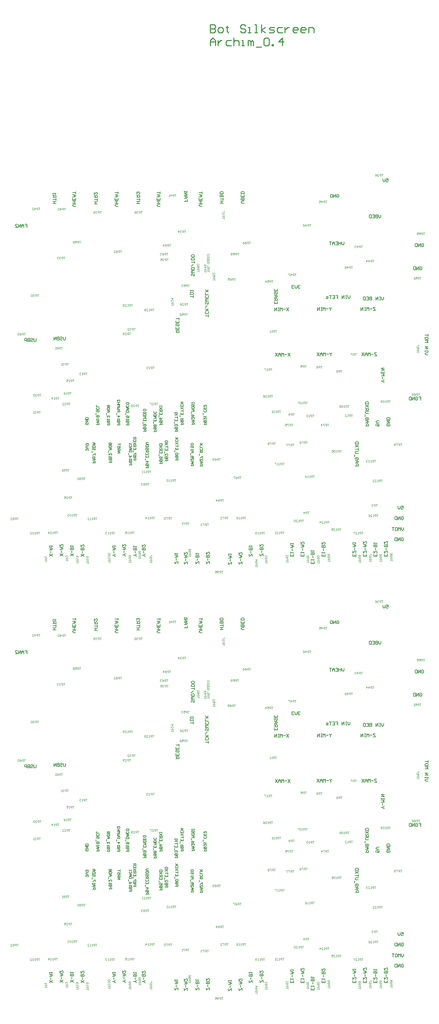
<source format=gbo>
G04 Layer_Color=32896*
%FSLAX25Y25*%
%MOIN*%
G70*
G01*
G75*
%ADD12C,0.01000*%
%ADD88C,0.00600*%
%ADD137C,0.00400*%
%ADD139C,0.00500*%
G54D12*
X222369Y944840D02*
Y949838D01*
X224869Y952337D01*
X227368Y949838D01*
Y944840D01*
Y948589D01*
X222369D01*
X229867Y949838D02*
Y944840D01*
Y947339D01*
X231117Y948589D01*
X232366Y949838D01*
X233616D01*
X242363D02*
X238614D01*
X237365Y948589D01*
Y946089D01*
X238614Y944840D01*
X242363D01*
X244862Y952337D02*
Y944840D01*
Y948589D01*
X246112Y949838D01*
X248611D01*
X249861Y948589D01*
Y944840D01*
X252360D02*
X254859D01*
X253609D01*
Y949838D01*
X252360D01*
X258608Y944840D02*
Y949838D01*
X259857D01*
X261107Y948589D01*
Y944840D01*
Y948589D01*
X262356Y949838D01*
X263606Y948589D01*
Y944840D01*
X266105Y943590D02*
X271104D01*
X273603Y951088D02*
X274852Y952337D01*
X277352D01*
X278601Y951088D01*
Y946089D01*
X277352Y944840D01*
X274852D01*
X273603Y946089D01*
Y951088D01*
X281101Y944840D02*
Y946089D01*
X282350D01*
Y944840D01*
X281101D01*
X291097D02*
Y952337D01*
X287348Y948589D01*
X292347D01*
X222369Y964837D02*
Y957340D01*
X226118D01*
X227368Y958589D01*
Y959839D01*
X226118Y961089D01*
X222369D01*
X226118D01*
X227368Y962338D01*
Y963588D01*
X226118Y964837D01*
X222369D01*
X231117Y957340D02*
X233616D01*
X234865Y958589D01*
Y961089D01*
X233616Y962338D01*
X231117D01*
X229867Y961089D01*
Y958589D01*
X231117Y957340D01*
X238614Y963588D02*
Y962338D01*
X237365D01*
X239864D01*
X238614D01*
Y958589D01*
X239864Y957340D01*
X256108Y963588D02*
X254859Y964837D01*
X252360D01*
X251110Y963588D01*
Y962338D01*
X252360Y961089D01*
X254859D01*
X256108Y959839D01*
Y958589D01*
X254859Y957340D01*
X252360D01*
X251110Y958589D01*
X258608Y957340D02*
X261107D01*
X259857D01*
Y962338D01*
X258608D01*
X264856Y957340D02*
X267355D01*
X266105D01*
Y964837D01*
X264856D01*
X271104Y957340D02*
Y964837D01*
Y959839D02*
X274852Y962338D01*
X271104Y959839D02*
X274852Y957340D01*
X278601D02*
X282350D01*
X283600Y958589D01*
X282350Y959839D01*
X279851D01*
X278601Y961089D01*
X279851Y962338D01*
X283600D01*
X291097D02*
X287348D01*
X286099Y961089D01*
Y958589D01*
X287348Y957340D01*
X291097D01*
X293596Y962338D02*
Y957340D01*
Y959839D01*
X294846Y961089D01*
X296096Y962338D01*
X297345D01*
X304843Y957340D02*
X302344D01*
X301094Y958589D01*
Y961089D01*
X302344Y962338D01*
X304843D01*
X306092Y961089D01*
Y959839D01*
X301094D01*
X312340Y957340D02*
X309841D01*
X308592Y958589D01*
Y961089D01*
X309841Y962338D01*
X312340D01*
X313590Y961089D01*
Y959839D01*
X308592D01*
X316089Y957340D02*
Y962338D01*
X319838D01*
X321088Y961089D01*
Y957340D01*
G54D88*
X355341Y302529D02*
Y300530D01*
X354341Y299530D01*
X353341Y300530D01*
Y302529D01*
X352342D02*
X351342D01*
X351842D01*
Y299530D01*
X352342D01*
X351342D01*
X349843D02*
Y302529D01*
X347843Y299530D01*
Y302529D01*
X341845D02*
X343845D01*
Y301030D01*
X342845D01*
X343845D01*
Y299530D01*
X338846Y302529D02*
X340845D01*
Y299530D01*
X338846D01*
X340845Y301030D02*
X339846D01*
X337846Y302529D02*
X335847D01*
X336847D01*
Y299530D01*
X334847D02*
X333348D01*
X332848Y300030D01*
X333348Y300530D01*
X334348D01*
X334847Y301030D01*
X334348Y301530D01*
X332848D01*
X387502Y301447D02*
Y299448D01*
X386502Y298448D01*
X385503Y299448D01*
Y301447D01*
X384503D02*
X383503D01*
X384003D01*
Y298448D01*
X384503D01*
X383503D01*
X382004D02*
Y301447D01*
X380005Y298448D01*
Y301447D01*
X376006D02*
Y298448D01*
X374506D01*
X374006Y298948D01*
Y299448D01*
X374506Y299948D01*
X376006D01*
X374506D01*
X374006Y300448D01*
Y300947D01*
X374506Y301447D01*
X376006D01*
X371007D02*
X373007D01*
Y298448D01*
X371007D01*
X373007Y299948D02*
X372007D01*
X370008Y301447D02*
Y298448D01*
X368508D01*
X368008Y298948D01*
Y300947D01*
X368508Y301447D01*
X370008D01*
X404191Y92184D02*
X404691Y92684D01*
X405690D01*
X406190Y92184D01*
Y90184D01*
X405690Y89684D01*
X404691D01*
X404191Y90184D01*
Y91184D01*
X405191D01*
X403191Y89684D02*
Y92684D01*
X401192Y89684D01*
Y92684D01*
X400192D02*
Y89684D01*
X398693D01*
X398193Y90184D01*
Y92184D01*
X398693Y92684D01*
X400192D01*
X56791Y261931D02*
Y259432D01*
X56291Y258932D01*
X55291D01*
X54791Y259432D01*
Y261931D01*
X51792Y261431D02*
X52292Y261931D01*
X53292D01*
X53792Y261431D01*
Y260931D01*
X53292Y260431D01*
X52292D01*
X51792Y259931D01*
Y259432D01*
X52292Y258932D01*
X53292D01*
X53792Y259432D01*
X50793Y261931D02*
Y258932D01*
X49293D01*
X48793Y259432D01*
Y259931D01*
X49293Y260431D01*
X50793D01*
X49293D01*
X48793Y260931D01*
Y261431D01*
X49293Y261931D01*
X50793D01*
X47794Y258932D02*
Y261931D01*
X46294D01*
X45794Y261431D01*
Y260431D01*
X46294Y259931D01*
X47794D01*
X423366Y351487D02*
X423866Y351987D01*
X424865D01*
X425365Y351487D01*
Y349487D01*
X424865Y348988D01*
X423866D01*
X423366Y349487D01*
Y350487D01*
X424366D01*
X422366Y348988D02*
Y351987D01*
X420367Y348988D01*
Y351987D01*
X419367D02*
Y348988D01*
X417868D01*
X417368Y349487D01*
Y351487D01*
X417868Y351987D01*
X419367D01*
X297272Y291125D02*
X295273Y288126D01*
Y291125D02*
X297272Y288126D01*
X294273Y289625D02*
X292274D01*
X291274Y288126D02*
Y291125D01*
X290274Y290125D01*
X289275Y291125D01*
Y288126D01*
X288275Y291125D02*
X287275D01*
X287775D01*
Y288126D01*
X288275D01*
X287275D01*
X285776D02*
Y291125D01*
X283776Y288126D01*
Y291125D01*
X94600Y387232D02*
X92601D01*
X91601Y388232D01*
X92601Y389232D01*
X94600D01*
Y390231D02*
X91601D01*
X93101D01*
Y392231D01*
X94600D01*
X91601D01*
X94600Y395230D02*
Y393230D01*
X91601D01*
Y395230D01*
X93101Y393230D02*
Y394230D01*
X91601Y396229D02*
X93600D01*
X94600Y397229D01*
X93600Y398229D01*
X91601D01*
X93101D01*
Y396229D01*
X94600Y399228D02*
Y401228D01*
Y400228D01*
X91601D01*
X360350Y140478D02*
X363349D01*
Y141977D01*
X362849Y142477D01*
X361849D01*
X361350Y141977D01*
Y140478D01*
X360350Y143477D02*
X362349D01*
X363349Y144476D01*
X362349Y145476D01*
X360350D01*
X361849D01*
Y143477D01*
X360850Y146476D02*
X360350Y146976D01*
Y147975D01*
X360850Y148475D01*
X362849D01*
X363349Y147975D01*
Y146976D01*
X362849Y146476D01*
X362349D01*
X361849Y146976D01*
Y148475D01*
X359850Y149475D02*
Y151474D01*
X363349Y152474D02*
X360850D01*
X360350Y152973D01*
Y153973D01*
X360850Y154473D01*
X363349D01*
Y155473D02*
Y157472D01*
Y156472D01*
X360350D01*
X363349Y158472D02*
X360350Y160471D01*
X363349D02*
X360350Y158472D01*
X363349Y161471D02*
X360350D01*
Y162970D01*
X360850Y163470D01*
X362849D01*
X363349Y162970D01*
Y161471D01*
X406363Y82162D02*
Y80163D01*
X405364Y79163D01*
X404364Y80163D01*
Y82162D01*
X403364Y79163D02*
Y82162D01*
X402365Y81163D01*
X401365Y82162D01*
Y79163D01*
X398866Y82162D02*
X399866D01*
X400365Y81663D01*
Y79663D01*
X399866Y79163D01*
X398866D01*
X398366Y79663D01*
Y81663D01*
X398866Y82162D01*
X397366D02*
X395367D01*
X396367D01*
Y79163D01*
X134692Y387232D02*
X132693D01*
X131693Y388232D01*
X132693Y389232D01*
X134692D01*
Y390231D02*
X131693D01*
X133192D01*
Y392231D01*
X134692D01*
X131693D01*
X134692Y395230D02*
Y393230D01*
X131693D01*
Y395230D01*
X133192Y393230D02*
Y394230D01*
X131693Y396229D02*
X133692D01*
X134692Y397229D01*
X133692Y398229D01*
X131693D01*
X133192D01*
Y396229D01*
X134692Y399228D02*
Y401228D01*
Y400228D01*
X131693D01*
X254967Y390231D02*
X252968D01*
X251969Y391231D01*
X252968Y392231D01*
X254967D01*
Y393230D02*
X251969D01*
Y394730D01*
X252468Y395230D01*
X252968D01*
X253468Y394730D01*
Y393230D01*
Y394730D01*
X253968Y395230D01*
X254468D01*
X254967Y394730D01*
Y393230D01*
Y398229D02*
Y396229D01*
X251969D01*
Y398229D01*
X253468Y396229D02*
Y397229D01*
X254967Y399228D02*
X251969D01*
Y400728D01*
X252468Y401228D01*
X254468D01*
X254967Y400728D01*
Y399228D01*
X214876Y387232D02*
X212876D01*
X211877Y388232D01*
X212876Y389232D01*
X214876D01*
Y390231D02*
X211877D01*
X213376D01*
Y392231D01*
X214876D01*
X211877D01*
X214876Y395230D02*
Y393230D01*
X211877D01*
Y395230D01*
X213376Y393230D02*
Y394230D01*
X211877Y396229D02*
X213876D01*
X214876Y397229D01*
X213876Y398229D01*
X211877D01*
X213376D01*
Y396229D01*
X214876Y399228D02*
Y401228D01*
Y400228D01*
X211877D01*
X174784Y387232D02*
X172784D01*
X171785Y388232D01*
X172784Y389232D01*
X174784D01*
Y390231D02*
X171785D01*
X173284D01*
Y392231D01*
X174784D01*
X171785D01*
X174784Y395230D02*
Y393230D01*
X171785D01*
Y395230D01*
X173284Y393230D02*
Y394230D01*
X171785Y396229D02*
X173784D01*
X174784Y397229D01*
X173784Y398229D01*
X171785D01*
X173284D01*
Y396229D01*
X174784Y399228D02*
Y401228D01*
Y400228D01*
X171785D01*
X349950Y353703D02*
Y351704D01*
X348950Y350704D01*
X347950Y351704D01*
Y353703D01*
X346951D02*
Y350704D01*
Y352203D01*
X344951D01*
Y353703D01*
Y350704D01*
X341952Y353703D02*
X343952D01*
Y350704D01*
X341952D01*
X343952Y352203D02*
X342952D01*
X340952Y350704D02*
Y352703D01*
X339953Y353703D01*
X338953Y352703D01*
Y350704D01*
Y352203D01*
X340952D01*
X337953Y353703D02*
X335954D01*
X336954D01*
Y350704D01*
X342794Y398293D02*
X343294Y398793D01*
X344294D01*
X344794Y398293D01*
Y396293D01*
X344294Y395794D01*
X343294D01*
X342794Y396293D01*
Y397293D01*
X343794D01*
X341795Y395794D02*
Y398793D01*
X339795Y395794D01*
Y398793D01*
X338796D02*
Y395794D01*
X337296D01*
X336796Y396293D01*
Y398293D01*
X337296Y398793D01*
X338796D01*
X308097Y311932D02*
X307597Y312432D01*
X306597D01*
X306098Y311932D01*
Y311432D01*
X306597Y310932D01*
X307097D01*
X306597D01*
X306098Y310433D01*
Y309933D01*
X306597Y309433D01*
X307597D01*
X308097Y309933D01*
X305098Y312432D02*
Y310433D01*
X304098Y309433D01*
X303099Y310433D01*
Y312432D01*
X302099Y311932D02*
X301599Y312432D01*
X300599D01*
X300099Y311932D01*
Y311432D01*
X300599Y310932D01*
X301099D01*
X300599D01*
X300099Y310433D01*
Y309933D01*
X300599Y309433D01*
X301599D01*
X302099Y309933D01*
X420753Y206315D02*
X422753D01*
Y204815D01*
X421753D01*
X422753D01*
Y203316D01*
X417754Y205815D02*
X418254Y206315D01*
X419254D01*
X419754Y205815D01*
Y203816D01*
X419254Y203316D01*
X418254D01*
X417754Y203816D01*
Y204815D01*
X418754D01*
X416755Y203316D02*
Y206315D01*
X414755Y203316D01*
Y206315D01*
X413756D02*
Y203316D01*
X412256D01*
X411756Y203816D01*
Y205815D01*
X412256Y206315D01*
X413756D01*
X404191Y72015D02*
X404691Y72514D01*
X405690D01*
X406190Y72015D01*
Y70015D01*
X405690Y69516D01*
X404691D01*
X404191Y70015D01*
Y71015D01*
X405191D01*
X403191Y69516D02*
Y72514D01*
X401192Y69516D01*
Y72514D01*
X400192D02*
Y69516D01*
X398693D01*
X398193Y70015D01*
Y72015D01*
X398693Y72514D01*
X400192D01*
X383148Y180580D02*
Y178581D01*
X381649D01*
X382149Y179580D01*
Y180080D01*
X381649Y180580D01*
X380649D01*
X380149Y180080D01*
Y179080D01*
X380649Y178581D01*
X383148Y181580D02*
X381149D01*
X380149Y182579D01*
X381149Y183579D01*
X383148D01*
X421765Y329469D02*
X422265Y329969D01*
X423265D01*
X423764Y329469D01*
Y327470D01*
X423265Y326970D01*
X422265D01*
X421765Y327470D01*
Y328469D01*
X422765D01*
X420765Y326970D02*
Y329969D01*
X418766Y326970D01*
Y329969D01*
X417766D02*
Y326970D01*
X416267D01*
X415767Y327470D01*
Y329469D01*
X416267Y329969D01*
X417766D01*
X337867Y291330D02*
Y290830D01*
X336867Y289831D01*
X335867Y290830D01*
Y291330D01*
X336867Y289831D02*
Y288331D01*
X334868Y289831D02*
X332868D01*
X331869Y288331D02*
Y291330D01*
X330869Y290331D01*
X329869Y291330D01*
Y288331D01*
X328870Y291330D02*
X327870D01*
X328370D01*
Y288331D01*
X328870D01*
X327870D01*
X326370D02*
Y291330D01*
X324371Y288331D01*
Y291330D01*
X338240Y248390D02*
Y247890D01*
X337240Y246890D01*
X336241Y247890D01*
Y248390D01*
X337240Y246890D02*
Y245391D01*
X335241Y246890D02*
X333242D01*
X332242Y245391D02*
Y248390D01*
X331242Y247390D01*
X330243Y248390D01*
Y245391D01*
X329243D02*
Y247390D01*
X328243Y248390D01*
X327244Y247390D01*
Y245391D01*
Y246890D01*
X329243D01*
X326244Y248390D02*
X324244Y245391D01*
Y248390D02*
X326244Y245391D01*
X379441Y291444D02*
X377442D01*
Y290945D01*
X379441Y288945D01*
Y288445D01*
X377442D01*
X376442Y289945D02*
X374443D01*
X373443Y288445D02*
Y291444D01*
X372443Y290445D01*
X371444Y291444D01*
Y288445D01*
X370444Y291444D02*
X369444D01*
X369944D01*
Y288445D01*
X370444D01*
X369444D01*
X367945D02*
Y291444D01*
X365945Y288445D01*
Y291444D01*
X298498Y247993D02*
X296498Y244994D01*
Y247993D02*
X298498Y244994D01*
X295499Y246493D02*
X293499D01*
X292500Y244994D02*
Y247993D01*
X291500Y246993D01*
X290500Y247993D01*
Y244994D01*
X289501D02*
Y246993D01*
X288501Y247993D01*
X287501Y246993D01*
Y244994D01*
Y246493D01*
X289501D01*
X286502Y247993D02*
X284502Y244994D01*
Y247993D02*
X286502Y244994D01*
X272952Y55271D02*
Y57270D01*
X272452D01*
X270453Y55271D01*
X269953D01*
Y57270D01*
X271453Y58270D02*
Y60269D01*
X272952Y61269D02*
X269953D01*
Y62769D01*
X270453Y63269D01*
X270953D01*
X271453Y62769D01*
Y61269D01*
Y62769D01*
X271952Y63269D01*
X272452D01*
X272952Y62769D01*
Y61269D01*
X269953Y66268D02*
Y64268D01*
X271952Y66268D01*
X272452D01*
X272952Y65768D01*
Y64768D01*
X272452Y64268D01*
X262524Y55049D02*
Y57049D01*
X262024D01*
X260024Y55049D01*
X259525D01*
Y57049D01*
X261024Y58048D02*
Y60048D01*
X262524Y61047D02*
X259525D01*
Y62547D01*
X260024Y63047D01*
X260524D01*
X261024Y62547D01*
Y61047D01*
Y62547D01*
X261524Y63047D01*
X262024D01*
X262524Y62547D01*
Y61047D01*
X259525Y64046D02*
Y65046D01*
Y64546D01*
X262524D01*
X262024Y64046D01*
X252909Y47579D02*
Y49579D01*
X252409D01*
X250410Y47579D01*
X249910D01*
Y49579D01*
X251409Y50578D02*
Y52578D01*
X249910Y53577D02*
X251909D01*
X252909Y54577D01*
X251909Y55577D01*
X249910D01*
X251409D01*
Y53577D01*
X249910Y58576D02*
Y56576D01*
X251909Y58576D01*
X252409D01*
X252909Y58076D01*
Y57076D01*
X252409Y56576D01*
X242850Y47431D02*
Y49431D01*
X242350D01*
X240351Y47431D01*
X239851D01*
Y49431D01*
X241351Y50430D02*
Y52430D01*
X239851Y53429D02*
X241850D01*
X242850Y54429D01*
X241850Y55429D01*
X239851D01*
X241351D01*
Y53429D01*
X239851Y56428D02*
Y57428D01*
Y56928D01*
X242850D01*
X242350Y56428D01*
X301964Y56892D02*
Y54893D01*
X298965D01*
Y56892D01*
X300465Y54893D02*
Y55892D01*
X298965Y57892D02*
Y58891D01*
Y58391D01*
X301964D01*
X301465Y57892D01*
X300465Y60391D02*
Y62390D01*
X298965Y63390D02*
X300965D01*
X301964Y64389D01*
X300965Y65389D01*
X298965D01*
X300465D01*
Y63390D01*
X298965Y66389D02*
Y67388D01*
Y66889D01*
X301964D01*
X301465Y66389D01*
X311876Y56997D02*
Y54998D01*
X308876D01*
Y56997D01*
X310376Y54998D02*
Y55998D01*
X308876Y57997D02*
Y58997D01*
Y58497D01*
X311876D01*
X311376Y57997D01*
X310376Y60496D02*
Y62496D01*
X308876Y63495D02*
X310876D01*
X311876Y64495D01*
X310876Y65495D01*
X308876D01*
X310376D01*
Y63495D01*
X308876Y68494D02*
Y66494D01*
X310876Y68494D01*
X311376D01*
X311876Y67994D01*
Y66994D01*
X311376Y66494D01*
X321601Y50031D02*
Y48031D01*
X318602D01*
Y50031D01*
X320102Y48031D02*
Y49031D01*
X318602Y51030D02*
Y52030D01*
Y51530D01*
X321601D01*
X321102Y51030D01*
X320102Y53530D02*
Y55529D01*
X321601Y56529D02*
X318602D01*
Y58028D01*
X319102Y58528D01*
X319602D01*
X320102Y58028D01*
Y56529D01*
Y58028D01*
X320602Y58528D01*
X321102D01*
X321601Y58028D01*
Y56529D01*
X318602Y59528D02*
Y60527D01*
Y60028D01*
X321601D01*
X321102Y59528D01*
X331830Y56960D02*
Y54961D01*
X328831D01*
Y56960D01*
X330330Y54961D02*
Y55960D01*
X328831Y57960D02*
Y58959D01*
Y58459D01*
X331830D01*
X331330Y57960D01*
X330330Y60459D02*
Y62458D01*
X331830Y63458D02*
X328831D01*
Y64957D01*
X329330Y65457D01*
X329830D01*
X330330Y64957D01*
Y63458D01*
Y64957D01*
X330830Y65457D01*
X331330D01*
X331830Y64957D01*
Y63458D01*
X328831Y68456D02*
Y66457D01*
X330830Y68456D01*
X331330D01*
X331830Y67956D01*
Y66957D01*
X331330Y66457D01*
X361281Y57082D02*
Y55083D01*
X358282D01*
Y57082D01*
X359781Y55083D02*
Y56083D01*
X358282Y60082D02*
Y58082D01*
X360281Y60082D01*
X360781D01*
X361281Y59582D01*
Y58582D01*
X360781Y58082D01*
X359781Y61081D02*
Y63081D01*
X358282Y64080D02*
X360281D01*
X361281Y65080D01*
X360281Y66080D01*
X358282D01*
X359781D01*
Y64080D01*
X358282Y67079D02*
Y68079D01*
Y67579D01*
X361281D01*
X360781Y67079D01*
X371292Y57015D02*
Y55016D01*
X368293D01*
Y57015D01*
X369793Y55016D02*
Y56016D01*
X368293Y60014D02*
Y58015D01*
X370293Y60014D01*
X370793D01*
X371292Y59514D01*
Y58515D01*
X370793Y58015D01*
X369793Y61014D02*
Y63013D01*
X368293Y64013D02*
X370293D01*
X371292Y65013D01*
X370293Y66012D01*
X368293D01*
X369793D01*
Y64013D01*
X368293Y69011D02*
Y67012D01*
X370293Y69011D01*
X370793D01*
X371292Y68512D01*
Y67512D01*
X370793Y67012D01*
X381304Y56881D02*
Y54882D01*
X378305D01*
Y56881D01*
X379804Y54882D02*
Y55881D01*
X378305Y59880D02*
Y57881D01*
X380304Y59880D01*
X380804D01*
X381304Y59380D01*
Y58381D01*
X380804Y57881D01*
X379804Y60880D02*
Y62879D01*
X381304Y63879D02*
X378305D01*
Y65378D01*
X378805Y65878D01*
X379305D01*
X379804Y65378D01*
Y63879D01*
Y65378D01*
X380304Y65878D01*
X380804D01*
X381304Y65378D01*
Y63879D01*
X378305Y66878D02*
Y67877D01*
Y67378D01*
X381304D01*
X380804Y66878D01*
X391316Y57015D02*
Y55016D01*
X388316D01*
Y57015D01*
X389816Y55016D02*
Y56016D01*
X388316Y60014D02*
Y58015D01*
X390316Y60014D01*
X390816D01*
X391316Y59514D01*
Y58515D01*
X390816Y58015D01*
X389816Y61014D02*
Y63013D01*
X391316Y64013D02*
X388316D01*
Y65513D01*
X388816Y66012D01*
X389316D01*
X389816Y65513D01*
Y64013D01*
Y65513D01*
X390316Y66012D01*
X390816D01*
X391316Y65513D01*
Y64013D01*
X388316Y69011D02*
Y67012D01*
X390316Y69011D01*
X390816D01*
X391316Y68512D01*
Y67512D01*
X390816Y67012D01*
X191763Y47862D02*
Y49861D01*
X191263D01*
X189264Y47862D01*
X188764D01*
Y49861D01*
X190263Y50861D02*
Y52861D01*
X188764Y53860D02*
X190763D01*
X191763Y54860D01*
X190763Y55860D01*
X188764D01*
X190263D01*
Y53860D01*
X188764Y56859D02*
Y57859D01*
Y57359D01*
X191763D01*
X191263Y56859D01*
X200773Y47488D02*
Y49487D01*
X200273D01*
X198274Y47488D01*
X197774D01*
Y49487D01*
X199274Y50487D02*
Y52486D01*
X197774Y53486D02*
X199774D01*
X200773Y54486D01*
X199774Y55485D01*
X197774D01*
X199274D01*
Y53486D01*
X197774Y58484D02*
Y56485D01*
X199774Y58484D01*
X200273D01*
X200773Y57984D01*
Y56985D01*
X200273Y56485D01*
X211763Y47862D02*
Y49861D01*
X211263D01*
X209264Y47862D01*
X208764D01*
Y49861D01*
X210263Y50861D02*
Y52861D01*
X211763Y53860D02*
X208764D01*
Y55360D01*
X209264Y55860D01*
X209764D01*
X210263Y55360D01*
Y53860D01*
Y55360D01*
X210763Y55860D01*
X211263D01*
X211763Y55360D01*
Y53860D01*
X208764Y56859D02*
Y57859D01*
Y57359D01*
X211763D01*
X211263Y56859D01*
X221763Y47862D02*
Y49861D01*
X221263D01*
X219264Y47862D01*
X218764D01*
Y49861D01*
X220263Y50861D02*
Y52861D01*
X221763Y53860D02*
X218764D01*
Y55360D01*
X219264Y55860D01*
X219763D01*
X220263Y55360D01*
Y53860D01*
Y55360D01*
X220763Y55860D01*
X221263D01*
X221763Y55360D01*
Y53860D01*
X218764Y58859D02*
Y56859D01*
X220763Y58859D01*
X221263D01*
X221763Y58359D01*
Y57359D01*
X221263Y56859D01*
X132412Y54982D02*
X131912D01*
X130912Y55982D01*
X131912Y56981D01*
X132412D01*
X130912Y55982D02*
X129413D01*
X130912Y57981D02*
Y59980D01*
X129413Y60980D02*
X131412D01*
X132412Y61980D01*
X131412Y62980D01*
X129413D01*
X130912D01*
Y60980D01*
X129413Y63979D02*
Y64979D01*
Y64479D01*
X132412D01*
X131912Y63979D01*
X142105Y55305D02*
X141605D01*
X140605Y56305D01*
X141605Y57305D01*
X142105D01*
X140605Y56305D02*
X139106D01*
X140605Y58304D02*
Y60303D01*
X139106Y61303D02*
X141105D01*
X142105Y62303D01*
X141105Y63303D01*
X139106D01*
X140605D01*
Y61303D01*
X139106Y66302D02*
Y64302D01*
X141105Y66302D01*
X141605D01*
X142105Y65802D01*
Y64802D01*
X141605Y64302D01*
X152659Y54928D02*
X152159D01*
X151159Y55928D01*
X152159Y56928D01*
X152659D01*
X151159Y55928D02*
X149660D01*
X151159Y57927D02*
Y59927D01*
X152659Y60926D02*
X149660D01*
Y62426D01*
X150160Y62926D01*
X150660D01*
X151159Y62426D01*
Y60926D01*
Y62426D01*
X151659Y62926D01*
X152159D01*
X152659Y62426D01*
Y60926D01*
X149660Y63925D02*
Y64925D01*
Y64425D01*
X152659D01*
X152159Y63925D01*
X160736Y55090D02*
X160236D01*
X159237Y56089D01*
X160236Y57089D01*
X160736D01*
X159237Y56089D02*
X157737D01*
X159237Y58089D02*
Y60088D01*
X160736Y61088D02*
X157737D01*
Y62587D01*
X158237Y63087D01*
X158737D01*
X159237Y62587D01*
Y61088D01*
Y62587D01*
X159737Y63087D01*
X160236D01*
X160736Y62587D01*
Y61088D01*
X157737Y66086D02*
Y64087D01*
X159737Y66086D01*
X160236D01*
X160736Y65586D01*
Y64587D01*
X160236Y64087D01*
X102446Y54917D02*
X99448Y56916D01*
X102446D02*
X99448Y54917D01*
X100947Y57916D02*
Y59916D01*
X102446Y60915D02*
X99448D01*
Y62415D01*
X99947Y62915D01*
X100447D01*
X100947Y62415D01*
Y60915D01*
Y62415D01*
X101447Y62915D01*
X101947D01*
X102446Y62415D01*
Y60915D01*
X99448Y65914D02*
Y63914D01*
X101447Y65914D01*
X101947D01*
X102446Y65414D01*
Y64414D01*
X101947Y63914D01*
X92445Y55187D02*
X89446Y57187D01*
X92445D02*
X89446Y55187D01*
X90946Y58187D02*
Y60186D01*
X92445Y61186D02*
X89446D01*
Y62685D01*
X89946Y63185D01*
X90446D01*
X90946Y62685D01*
Y61186D01*
Y62685D01*
X91446Y63185D01*
X91945D01*
X92445Y62685D01*
Y61186D01*
X89446Y64185D02*
Y65184D01*
Y64684D01*
X92445D01*
X91945Y64185D01*
X82336Y55187D02*
X79337Y57187D01*
X82336D02*
X79337Y55187D01*
X80836Y58187D02*
Y60186D01*
X79337Y61186D02*
X81336D01*
X82336Y62185D01*
X81336Y63185D01*
X79337D01*
X80836D01*
Y61186D01*
X79337Y66184D02*
Y64185D01*
X81336Y66184D01*
X81836D01*
X82336Y65684D01*
Y64684D01*
X81836Y64185D01*
X72335Y55025D02*
X69336Y57025D01*
X72335D02*
X69336Y55025D01*
X70835Y58024D02*
Y60024D01*
X69336Y61023D02*
X71335D01*
X72335Y62023D01*
X71335Y63023D01*
X69336D01*
X70835D01*
Y61023D01*
X69336Y64022D02*
Y65022D01*
Y64522D01*
X72335D01*
X71835Y64022D01*
X75793Y390094D02*
X72794D01*
X74293D01*
Y392093D01*
X75793D01*
X72794D01*
X75793Y393093D02*
Y395092D01*
Y394092D01*
X72794D01*
Y396092D02*
X75793D01*
Y397591D01*
X75293Y398091D01*
X74293D01*
X73793Y397591D01*
Y396092D01*
Y397091D02*
X72794Y398091D01*
Y399091D02*
Y400091D01*
Y399591D01*
X75793D01*
X75293Y399091D01*
X155393Y389994D02*
X152394D01*
X153893D01*
Y391993D01*
X155393D01*
X152394D01*
X155393Y392993D02*
Y394992D01*
Y393992D01*
X152394D01*
Y395992D02*
X155393D01*
Y397491D01*
X154893Y397991D01*
X153893D01*
X153393Y397491D01*
Y395992D01*
Y396991D02*
X152394Y397991D01*
X154893Y398991D02*
X155393Y399491D01*
Y400490D01*
X154893Y400990D01*
X154393D01*
X153893Y400490D01*
Y399991D01*
Y400490D01*
X153393Y400990D01*
X152893D01*
X152394Y400490D01*
Y399491D01*
X152893Y398991D01*
X115093Y389694D02*
X112094D01*
X113593D01*
Y391693D01*
X115093D01*
X112094D01*
X115093Y392693D02*
Y394692D01*
Y393692D01*
X112094D01*
Y395692D02*
X115093D01*
Y397191D01*
X114593Y397691D01*
X113593D01*
X113093Y397191D01*
Y395692D01*
Y396691D02*
X112094Y397691D01*
Y400690D02*
Y398691D01*
X114093Y400690D01*
X114593D01*
X115093Y400190D01*
Y399191D01*
X114593Y398691D01*
X234922Y390231D02*
X231923D01*
X233422D01*
Y392231D01*
X234922D01*
X231923D01*
X234922Y393230D02*
Y395230D01*
Y394230D01*
X231923D01*
X234922Y396229D02*
X231923D01*
Y397729D01*
X232422Y398229D01*
X232922D01*
X233422Y397729D01*
Y396229D01*
Y397729D01*
X233922Y398229D01*
X234422D01*
X234922Y397729D01*
Y396229D01*
Y399228D02*
X231923D01*
Y400728D01*
X232422Y401228D01*
X234422D01*
X234922Y400728D01*
Y399228D01*
X429947Y246388D02*
X427947D01*
X426948Y247387D01*
X427947Y248387D01*
X429947D01*
Y249387D02*
Y250386D01*
Y249886D01*
X426948D01*
Y249387D01*
Y250386D01*
Y251886D02*
X429947D01*
X426948Y253885D01*
X429947D01*
X426948Y257884D02*
X429947D01*
X428947Y258884D01*
X429947Y259883D01*
X426948D01*
X429947Y262382D02*
Y261383D01*
X429447Y260883D01*
X427447D01*
X426948Y261383D01*
Y262382D01*
X427447Y262882D01*
X429447D01*
X429947Y262382D01*
Y263882D02*
Y265881D01*
Y264882D01*
X426948D01*
X384803Y379371D02*
Y377371D01*
X383804Y376372D01*
X382804Y377371D01*
Y379371D01*
X381804D02*
Y376372D01*
X380305D01*
X379805Y376871D01*
Y377371D01*
X380305Y377871D01*
X381804D01*
X380305D01*
X379805Y378371D01*
Y378871D01*
X380305Y379371D01*
X381804D01*
X376806D02*
X378805D01*
Y376372D01*
X376806D01*
X378805Y377871D02*
X377806D01*
X375806Y379371D02*
Y376372D01*
X374307D01*
X373807Y376871D01*
Y378871D01*
X374307Y379371D01*
X375806D01*
X200751Y393879D02*
Y391879D01*
X199252D01*
Y392879D01*
Y391879D01*
X197752D01*
Y394878D02*
X199751D01*
X200751Y395878D01*
X199751Y396878D01*
X197752D01*
X199252D01*
Y394878D01*
X197752Y397877D02*
X200751D01*
X197752Y399877D01*
X200751D01*
X197752Y400876D02*
Y401876D01*
Y401376D01*
X200751D01*
X200251Y400876D01*
X46070Y370356D02*
X48069D01*
Y368856D01*
X47069D01*
X48069D01*
Y367356D01*
X45070D02*
Y369356D01*
X44070Y370356D01*
X43071Y369356D01*
Y367356D01*
Y368856D01*
X45070D01*
X42071Y367356D02*
Y370356D01*
X40072Y367356D01*
Y370356D01*
X37073Y367356D02*
X39072D01*
X37073Y369356D01*
Y369856D01*
X37572Y370356D01*
X38572D01*
X39072Y369856D01*
X389805Y413486D02*
X391804D01*
Y411986D01*
X390805Y412486D01*
X390305D01*
X389805Y411986D01*
Y410987D01*
X390305Y410487D01*
X391304D01*
X391804Y410987D01*
X388805Y413486D02*
Y411487D01*
X387806Y410487D01*
X386806Y411487D01*
Y413486D01*
X380988Y248270D02*
X378989D01*
Y247770D01*
X380988Y245771D01*
Y245271D01*
X378989D01*
X377989Y246771D02*
X375990D01*
X374990Y245271D02*
Y248270D01*
X373990Y247271D01*
X372991Y248270D01*
Y245271D01*
X371991D02*
Y247271D01*
X370991Y248270D01*
X369992Y247271D01*
Y245271D01*
Y246771D01*
X371991D01*
X368992Y248270D02*
X366993Y245271D01*
Y248270D02*
X368992Y245271D01*
X370206Y178581D02*
X373205D01*
Y180080D01*
X372705Y180580D01*
X371705D01*
X371205Y180080D01*
Y178581D01*
X370206Y181580D02*
X372205D01*
X373205Y182579D01*
X372205Y183579D01*
X370206D01*
X371705D01*
Y181580D01*
X372705Y184579D02*
X373205Y185079D01*
Y186078D01*
X372705Y186578D01*
X372205D01*
X371705Y186078D01*
X371205Y186578D01*
X370706D01*
X370206Y186078D01*
Y185079D01*
X370706Y184579D01*
X371205D01*
X371705Y185079D01*
X372205Y184579D01*
X372705D01*
X371705Y185079D02*
Y186078D01*
X369706Y187578D02*
Y189577D01*
X373205Y190577D02*
X370706D01*
X370206Y191077D01*
Y192076D01*
X370706Y192576D01*
X373205D01*
X370206Y193576D02*
X373205D01*
Y195075D01*
X372705Y195575D01*
X371705D01*
X371205Y195075D01*
Y193576D01*
Y194576D02*
X370206Y195575D01*
X373205Y196575D02*
X370206Y198574D01*
X373205D02*
X370206Y196575D01*
X373205Y199574D02*
X370206D01*
Y201073D01*
X370706Y201573D01*
X372705D01*
X373205Y201073D01*
Y199574D01*
X388020Y220229D02*
X387520D01*
X386520Y221228D01*
X387520Y222228D01*
X388020D01*
X386520Y221228D02*
X385021D01*
X386520Y223228D02*
Y225227D01*
X385021Y226227D02*
X388020D01*
X387020Y227226D01*
X388020Y228226D01*
X385021D01*
X388020Y229226D02*
Y230225D01*
Y229726D01*
X385021D01*
Y229226D01*
Y230225D01*
Y231725D02*
X388020D01*
X385021Y233724D01*
X388020D01*
X392856Y180668D02*
X393356Y180168D01*
Y179168D01*
X392856Y178669D01*
X390857D01*
X390357Y179168D01*
Y180168D01*
X390857Y180668D01*
X391857D01*
Y179668D01*
X390357Y181668D02*
X393356D01*
X390357Y183667D01*
X393356D01*
Y184667D02*
X390357D01*
Y186166D01*
X390857Y186666D01*
X392856D01*
X393356Y186166D01*
Y184667D01*
X189820Y267731D02*
X192819D01*
Y269231D01*
X192319Y269731D01*
X191320D01*
X190820Y269231D01*
Y267731D01*
Y268731D02*
X189820Y269731D01*
X192819Y272730D02*
Y270730D01*
X189820D01*
Y272730D01*
X191320Y270730D02*
Y271730D01*
X192319Y275729D02*
X192819Y275229D01*
Y274229D01*
X192319Y273729D01*
X191819D01*
X191320Y274229D01*
Y275229D01*
X190820Y275729D01*
X190320D01*
X189820Y275229D01*
Y274229D01*
X190320Y273729D01*
X192819Y278728D02*
Y276728D01*
X189820D01*
Y278728D01*
X191320Y276728D02*
Y277728D01*
X192819Y279727D02*
Y281727D01*
Y280727D01*
X189820D01*
X207151Y323255D02*
X207651Y322755D01*
Y321756D01*
X207151Y321256D01*
X206651D01*
X206151Y321756D01*
Y322755D01*
X205651Y323255D01*
X205152D01*
X204652Y322755D01*
Y321756D01*
X205152Y321256D01*
X207651Y324255D02*
X204652D01*
X205651Y325254D01*
X204652Y326254D01*
X207651D01*
Y328753D02*
Y327754D01*
X207151Y327254D01*
X205152D01*
X204652Y327754D01*
Y328753D01*
X205152Y329253D01*
X207151D01*
X207651Y328753D01*
X204652Y330253D02*
X206651Y332252D01*
X207651Y333252D02*
Y335251D01*
Y334251D01*
X204652D01*
X207651Y336251D02*
X204652D01*
Y337750D01*
X205152Y338250D01*
X207151D01*
X207651Y337750D01*
Y336251D01*
Y340749D02*
Y339750D01*
X207151Y339250D01*
X205152D01*
X204652Y339750D01*
Y340749D01*
X205152Y341249D01*
X207151D01*
X207651Y340749D01*
X206481Y300770D02*
Y302769D01*
Y301769D01*
X203482D01*
X206481Y303769D02*
X203482D01*
Y305268D01*
X203982Y305768D01*
X205981D01*
X206481Y305268D01*
Y303769D01*
Y306768D02*
Y307768D01*
Y307268D01*
X203482D01*
Y306768D01*
Y307768D01*
X220891Y282328D02*
Y284328D01*
Y283328D01*
X217892D01*
X220391Y287327D02*
X220891Y286827D01*
Y285827D01*
X220391Y285327D01*
X218392D01*
X217892Y285827D01*
Y286827D01*
X218392Y287327D01*
X220891Y288326D02*
X217892D01*
X218892D01*
X220891Y290326D01*
X219392Y288826D01*
X217892Y290326D01*
Y291325D02*
X219891Y293325D01*
X220391Y296324D02*
X220891Y295824D01*
Y294824D01*
X220391Y294324D01*
X219891D01*
X219392Y294824D01*
Y295824D01*
X218892Y296324D01*
X218392D01*
X217892Y295824D01*
Y294824D01*
X218392Y294324D01*
X220891Y297323D02*
X217892D01*
X218892Y298323D01*
X217892Y299323D01*
X220891D01*
X220391Y302322D02*
X220891Y301822D01*
Y300822D01*
X220391Y300323D01*
X218392D01*
X217892Y300822D01*
Y301822D01*
X218392Y302322D01*
X220891Y303322D02*
X217892D01*
Y305321D01*
X220891Y306321D02*
X217892D01*
X218892D01*
X220891Y308320D01*
X219392Y306820D01*
X217892Y308320D01*
X286370Y297062D02*
Y295063D01*
X283371D01*
Y297062D01*
X284871Y295063D02*
Y296063D01*
X283371Y298062D02*
X286370D01*
Y299562D01*
X285870Y300061D01*
X284871D01*
X284371Y299562D01*
Y298062D01*
Y299062D02*
X283371Y300061D01*
Y301061D02*
X285370D01*
X286370Y302061D01*
X285370Y303060D01*
X283371D01*
X284871D01*
Y301061D01*
X285870Y306059D02*
X286370Y305559D01*
Y304560D01*
X285870Y304060D01*
X285370D01*
X284871Y304560D01*
Y305559D01*
X284371Y306059D01*
X283871D01*
X283371Y305559D01*
Y304560D01*
X283871Y304060D01*
X286370Y309058D02*
Y307059D01*
X283371D01*
Y309058D01*
X284871Y307059D02*
Y308059D01*
X84694Y263393D02*
Y260894D01*
X84194Y260394D01*
X83194D01*
X82694Y260894D01*
Y263393D01*
X79695Y262893D02*
X80195Y263393D01*
X81195D01*
X81695Y262893D01*
Y262393D01*
X81195Y261893D01*
X80195D01*
X79695Y261393D01*
Y260894D01*
X80195Y260394D01*
X81195D01*
X81695Y260894D01*
X78696Y263393D02*
Y260394D01*
X77196D01*
X76696Y260894D01*
Y261393D01*
X77196Y261893D01*
X78696D01*
X77196D01*
X76696Y262393D01*
Y262893D01*
X77196Y263393D01*
X78696D01*
X75697Y260394D02*
Y263393D01*
X73697Y260394D01*
Y263393D01*
X404071Y102545D02*
X406071D01*
Y101045D01*
X405071Y101545D01*
X404571D01*
X404071Y101045D01*
Y100046D01*
X404571Y99546D01*
X405571D01*
X406071Y100046D01*
X403071Y102545D02*
Y100545D01*
X402072Y99546D01*
X401072Y100545D01*
Y102545D01*
X355341Y707529D02*
Y705530D01*
X354341Y704530D01*
X353341Y705530D01*
Y707529D01*
X352342D02*
X351342D01*
X351842D01*
Y704530D01*
X352342D01*
X351342D01*
X349843D02*
Y707529D01*
X347843Y704530D01*
Y707529D01*
X341845D02*
X343845D01*
Y706030D01*
X342845D01*
X343845D01*
Y704530D01*
X338846Y707529D02*
X340845D01*
Y704530D01*
X338846D01*
X340845Y706030D02*
X339846D01*
X337846Y707529D02*
X335847D01*
X336847D01*
Y704530D01*
X334847D02*
X333348D01*
X332848Y705030D01*
X333348Y705530D01*
X334348D01*
X334847Y706030D01*
X334348Y706530D01*
X332848D01*
X387502Y706447D02*
Y704448D01*
X386502Y703448D01*
X385503Y704448D01*
Y706447D01*
X384503D02*
X383503D01*
X384003D01*
Y703448D01*
X384503D01*
X383503D01*
X382004D02*
Y706447D01*
X380005Y703448D01*
Y706447D01*
X376006D02*
Y703448D01*
X374506D01*
X374006Y703948D01*
Y704448D01*
X374506Y704948D01*
X376006D01*
X374506D01*
X374006Y705447D01*
Y705947D01*
X374506Y706447D01*
X376006D01*
X371007D02*
X373007D01*
Y703448D01*
X371007D01*
X373007Y704948D02*
X372007D01*
X370008Y706447D02*
Y703448D01*
X368508D01*
X368008Y703948D01*
Y705947D01*
X368508Y706447D01*
X370008D01*
X404191Y497184D02*
X404691Y497683D01*
X405690D01*
X406190Y497184D01*
Y495184D01*
X405690Y494685D01*
X404691D01*
X404191Y495184D01*
Y496184D01*
X405191D01*
X403191Y494685D02*
Y497683D01*
X401192Y494685D01*
Y497683D01*
X400192D02*
Y494685D01*
X398693D01*
X398193Y495184D01*
Y497184D01*
X398693Y497683D01*
X400192D01*
X56791Y666931D02*
Y664432D01*
X56291Y663932D01*
X55291D01*
X54791Y664432D01*
Y666931D01*
X51792Y666431D02*
X52292Y666931D01*
X53292D01*
X53792Y666431D01*
Y665931D01*
X53292Y665431D01*
X52292D01*
X51792Y664931D01*
Y664432D01*
X52292Y663932D01*
X53292D01*
X53792Y664432D01*
X50793Y666931D02*
Y663932D01*
X49293D01*
X48793Y664432D01*
Y664931D01*
X49293Y665431D01*
X50793D01*
X49293D01*
X48793Y665931D01*
Y666431D01*
X49293Y666931D01*
X50793D01*
X47794Y663932D02*
Y666931D01*
X46294D01*
X45794Y666431D01*
Y665431D01*
X46294Y664931D01*
X47794D01*
X423366Y756487D02*
X423866Y756987D01*
X424865D01*
X425365Y756487D01*
Y754487D01*
X424865Y753988D01*
X423866D01*
X423366Y754487D01*
Y755487D01*
X424366D01*
X422366Y753988D02*
Y756987D01*
X420367Y753988D01*
Y756987D01*
X419367D02*
Y753988D01*
X417868D01*
X417368Y754487D01*
Y756487D01*
X417868Y756987D01*
X419367D01*
X297272Y696125D02*
X295273Y693126D01*
Y696125D02*
X297272Y693126D01*
X294273Y694625D02*
X292274D01*
X291274Y693126D02*
Y696125D01*
X290274Y695125D01*
X289275Y696125D01*
Y693126D01*
X288275Y696125D02*
X287275D01*
X287775D01*
Y693126D01*
X288275D01*
X287275D01*
X285776D02*
Y696125D01*
X283776Y693126D01*
Y696125D01*
X94600Y792232D02*
X92601D01*
X91601Y793232D01*
X92601Y794232D01*
X94600D01*
Y795231D02*
X91601D01*
X93101D01*
Y797231D01*
X94600D01*
X91601D01*
X94600Y800230D02*
Y798230D01*
X91601D01*
Y800230D01*
X93101Y798230D02*
Y799230D01*
X91601Y801229D02*
X93600D01*
X94600Y802229D01*
X93600Y803229D01*
X91601D01*
X93101D01*
Y801229D01*
X94600Y804228D02*
Y806228D01*
Y805228D01*
X91601D01*
X360350Y545478D02*
X363349D01*
Y546977D01*
X362849Y547477D01*
X361849D01*
X361350Y546977D01*
Y545478D01*
X360350Y548477D02*
X362349D01*
X363349Y549476D01*
X362349Y550476D01*
X360350D01*
X361849D01*
Y548477D01*
X360850Y551476D02*
X360350Y551975D01*
Y552975D01*
X360850Y553475D01*
X362849D01*
X363349Y552975D01*
Y551975D01*
X362849Y551476D01*
X362349D01*
X361849Y551975D01*
Y553475D01*
X359850Y554475D02*
Y556474D01*
X363349Y557474D02*
X360850D01*
X360350Y557973D01*
Y558973D01*
X360850Y559473D01*
X363349D01*
Y560473D02*
Y562472D01*
Y561472D01*
X360350D01*
X363349Y563472D02*
X360350Y565471D01*
X363349D02*
X360350Y563472D01*
X363349Y566471D02*
X360350D01*
Y567970D01*
X360850Y568470D01*
X362849D01*
X363349Y567970D01*
Y566471D01*
X406363Y487162D02*
Y485163D01*
X405364Y484163D01*
X404364Y485163D01*
Y487162D01*
X403364Y484163D02*
Y487162D01*
X402365Y486163D01*
X401365Y487162D01*
Y484163D01*
X398866Y487162D02*
X399866D01*
X400365Y486663D01*
Y484663D01*
X399866Y484163D01*
X398866D01*
X398366Y484663D01*
Y486663D01*
X398866Y487162D01*
X397366D02*
X395367D01*
X396367D01*
Y484163D01*
X134692Y792232D02*
X132693D01*
X131693Y793232D01*
X132693Y794232D01*
X134692D01*
Y795231D02*
X131693D01*
X133192D01*
Y797231D01*
X134692D01*
X131693D01*
X134692Y800230D02*
Y798230D01*
X131693D01*
Y800230D01*
X133192Y798230D02*
Y799230D01*
X131693Y801229D02*
X133692D01*
X134692Y802229D01*
X133692Y803229D01*
X131693D01*
X133192D01*
Y801229D01*
X134692Y804228D02*
Y806228D01*
Y805228D01*
X131693D01*
X254967Y795231D02*
X252968D01*
X251969Y796231D01*
X252968Y797231D01*
X254967D01*
Y798230D02*
X251969D01*
Y799730D01*
X252468Y800230D01*
X252968D01*
X253468Y799730D01*
Y798230D01*
Y799730D01*
X253968Y800230D01*
X254468D01*
X254967Y799730D01*
Y798230D01*
Y803229D02*
Y801229D01*
X251969D01*
Y803229D01*
X253468Y801229D02*
Y802229D01*
X254967Y804228D02*
X251969D01*
Y805728D01*
X252468Y806228D01*
X254468D01*
X254967Y805728D01*
Y804228D01*
X214876Y792232D02*
X212876D01*
X211877Y793232D01*
X212876Y794232D01*
X214876D01*
Y795231D02*
X211877D01*
X213376D01*
Y797231D01*
X214876D01*
X211877D01*
X214876Y800230D02*
Y798230D01*
X211877D01*
Y800230D01*
X213376Y798230D02*
Y799230D01*
X211877Y801229D02*
X213876D01*
X214876Y802229D01*
X213876Y803229D01*
X211877D01*
X213376D01*
Y801229D01*
X214876Y804228D02*
Y806228D01*
Y805228D01*
X211877D01*
X174784Y792232D02*
X172784D01*
X171785Y793232D01*
X172784Y794232D01*
X174784D01*
Y795231D02*
X171785D01*
X173284D01*
Y797231D01*
X174784D01*
X171785D01*
X174784Y800230D02*
Y798230D01*
X171785D01*
Y800230D01*
X173284Y798230D02*
Y799230D01*
X171785Y801229D02*
X173784D01*
X174784Y802229D01*
X173784Y803229D01*
X171785D01*
X173284D01*
Y801229D01*
X174784Y804228D02*
Y806228D01*
Y805228D01*
X171785D01*
X349950Y758703D02*
Y756704D01*
X348950Y755704D01*
X347950Y756704D01*
Y758703D01*
X346951D02*
Y755704D01*
Y757203D01*
X344951D01*
Y758703D01*
Y755704D01*
X341952Y758703D02*
X343952D01*
Y755704D01*
X341952D01*
X343952Y757203D02*
X342952D01*
X340952Y755704D02*
Y757703D01*
X339953Y758703D01*
X338953Y757703D01*
Y755704D01*
Y757203D01*
X340952D01*
X337953Y758703D02*
X335954D01*
X336954D01*
Y755704D01*
X342794Y803293D02*
X343294Y803793D01*
X344294D01*
X344794Y803293D01*
Y801293D01*
X344294Y800794D01*
X343294D01*
X342794Y801293D01*
Y802293D01*
X343794D01*
X341795Y800794D02*
Y803793D01*
X339795Y800794D01*
Y803793D01*
X338796D02*
Y800794D01*
X337296D01*
X336796Y801293D01*
Y803293D01*
X337296Y803793D01*
X338796D01*
X308097Y716932D02*
X307597Y717432D01*
X306597D01*
X306098Y716932D01*
Y716432D01*
X306597Y715932D01*
X307097D01*
X306597D01*
X306098Y715433D01*
Y714933D01*
X306597Y714433D01*
X307597D01*
X308097Y714933D01*
X305098Y717432D02*
Y715433D01*
X304098Y714433D01*
X303099Y715433D01*
Y717432D01*
X302099Y716932D02*
X301599Y717432D01*
X300599D01*
X300099Y716932D01*
Y716432D01*
X300599Y715932D01*
X301099D01*
X300599D01*
X300099Y715433D01*
Y714933D01*
X300599Y714433D01*
X301599D01*
X302099Y714933D01*
X420753Y611315D02*
X422753D01*
Y609815D01*
X421753D01*
X422753D01*
Y608316D01*
X417754Y610815D02*
X418254Y611315D01*
X419254D01*
X419754Y610815D01*
Y608816D01*
X419254Y608316D01*
X418254D01*
X417754Y608816D01*
Y609815D01*
X418754D01*
X416755Y608316D02*
Y611315D01*
X414755Y608316D01*
Y611315D01*
X413756D02*
Y608316D01*
X412256D01*
X411756Y608816D01*
Y610815D01*
X412256Y611315D01*
X413756D01*
X404191Y477015D02*
X404691Y477515D01*
X405690D01*
X406190Y477015D01*
Y475015D01*
X405690Y474515D01*
X404691D01*
X404191Y475015D01*
Y476015D01*
X405191D01*
X403191Y474515D02*
Y477515D01*
X401192Y474515D01*
Y477515D01*
X400192D02*
Y474515D01*
X398693D01*
X398193Y475015D01*
Y477015D01*
X398693Y477515D01*
X400192D01*
X383148Y585580D02*
Y583581D01*
X381649D01*
X382149Y584580D01*
Y585080D01*
X381649Y585580D01*
X380649D01*
X380149Y585080D01*
Y584081D01*
X380649Y583581D01*
X383148Y586580D02*
X381149D01*
X380149Y587579D01*
X381149Y588579D01*
X383148D01*
X421765Y734469D02*
X422265Y734969D01*
X423265D01*
X423764Y734469D01*
Y732470D01*
X423265Y731970D01*
X422265D01*
X421765Y732470D01*
Y733469D01*
X422765D01*
X420765Y731970D02*
Y734969D01*
X418766Y731970D01*
Y734969D01*
X417766D02*
Y731970D01*
X416267D01*
X415767Y732470D01*
Y734469D01*
X416267Y734969D01*
X417766D01*
X337867Y696330D02*
Y695830D01*
X336867Y694831D01*
X335867Y695830D01*
Y696330D01*
X336867Y694831D02*
Y693331D01*
X334868Y694831D02*
X332868D01*
X331869Y693331D02*
Y696330D01*
X330869Y695331D01*
X329869Y696330D01*
Y693331D01*
X328870Y696330D02*
X327870D01*
X328370D01*
Y693331D01*
X328870D01*
X327870D01*
X326370D02*
Y696330D01*
X324371Y693331D01*
Y696330D01*
X338240Y653390D02*
Y652890D01*
X337240Y651890D01*
X336241Y652890D01*
Y653390D01*
X337240Y651890D02*
Y650390D01*
X335241Y651890D02*
X333242D01*
X332242Y650390D02*
Y653390D01*
X331242Y652390D01*
X330243Y653390D01*
Y650390D01*
X329243D02*
Y652390D01*
X328243Y653390D01*
X327244Y652390D01*
Y650390D01*
Y651890D01*
X329243D01*
X326244Y653390D02*
X324244Y650390D01*
Y653390D02*
X326244Y650390D01*
X379441Y696444D02*
X377442D01*
Y695945D01*
X379441Y693945D01*
Y693445D01*
X377442D01*
X376442Y694945D02*
X374443D01*
X373443Y693445D02*
Y696444D01*
X372443Y695445D01*
X371444Y696444D01*
Y693445D01*
X370444Y696444D02*
X369444D01*
X369944D01*
Y693445D01*
X370444D01*
X369444D01*
X367945D02*
Y696444D01*
X365945Y693445D01*
Y696444D01*
X298498Y652993D02*
X296498Y649994D01*
Y652993D02*
X298498Y649994D01*
X295499Y651493D02*
X293499D01*
X292500Y649994D02*
Y652993D01*
X291500Y651993D01*
X290500Y652993D01*
Y649994D01*
X289501D02*
Y651993D01*
X288501Y652993D01*
X287501Y651993D01*
Y649994D01*
Y651493D01*
X289501D01*
X286502Y652993D02*
X284502Y649994D01*
Y652993D02*
X286502Y649994D01*
X272952Y460271D02*
Y462270D01*
X272452D01*
X270453Y460271D01*
X269953D01*
Y462270D01*
X271453Y463270D02*
Y465270D01*
X272952Y466269D02*
X269953D01*
Y467769D01*
X270453Y468268D01*
X270953D01*
X271453Y467769D01*
Y466269D01*
Y467769D01*
X271952Y468268D01*
X272452D01*
X272952Y467769D01*
Y466269D01*
X269953Y471268D02*
Y469268D01*
X271952Y471268D01*
X272452D01*
X272952Y470768D01*
Y469768D01*
X272452Y469268D01*
X262524Y460049D02*
Y462049D01*
X262024D01*
X260024Y460049D01*
X259525D01*
Y462049D01*
X261024Y463048D02*
Y465048D01*
X262524Y466047D02*
X259525D01*
Y467547D01*
X260024Y468047D01*
X260524D01*
X261024Y467547D01*
Y466047D01*
Y467547D01*
X261524Y468047D01*
X262024D01*
X262524Y467547D01*
Y466047D01*
X259525Y469046D02*
Y470046D01*
Y469546D01*
X262524D01*
X262024Y469046D01*
X252909Y452579D02*
Y454578D01*
X252409D01*
X250410Y452579D01*
X249910D01*
Y454578D01*
X251409Y455578D02*
Y457578D01*
X249910Y458577D02*
X251909D01*
X252909Y459577D01*
X251909Y460577D01*
X249910D01*
X251409D01*
Y458577D01*
X249910Y463576D02*
Y461576D01*
X251909Y463576D01*
X252409D01*
X252909Y463076D01*
Y462076D01*
X252409Y461576D01*
X242850Y452431D02*
Y454431D01*
X242350D01*
X240351Y452431D01*
X239851D01*
Y454431D01*
X241351Y455430D02*
Y457430D01*
X239851Y458429D02*
X241850D01*
X242850Y459429D01*
X241850Y460429D01*
X239851D01*
X241351D01*
Y458429D01*
X239851Y461428D02*
Y462428D01*
Y461928D01*
X242850D01*
X242350Y461428D01*
X301964Y461892D02*
Y459893D01*
X298965D01*
Y461892D01*
X300465Y459893D02*
Y460892D01*
X298965Y462892D02*
Y463891D01*
Y463391D01*
X301964D01*
X301465Y462892D01*
X300465Y465391D02*
Y467390D01*
X298965Y468390D02*
X300965D01*
X301964Y469389D01*
X300965Y470389D01*
X298965D01*
X300465D01*
Y468390D01*
X298965Y471389D02*
Y472389D01*
Y471889D01*
X301964D01*
X301465Y471389D01*
X311876Y461997D02*
Y459998D01*
X308876D01*
Y461997D01*
X310376Y459998D02*
Y460998D01*
X308876Y462997D02*
Y463997D01*
Y463497D01*
X311876D01*
X311376Y462997D01*
X310376Y465496D02*
Y467496D01*
X308876Y468495D02*
X310876D01*
X311876Y469495D01*
X310876Y470495D01*
X308876D01*
X310376D01*
Y468495D01*
X308876Y473494D02*
Y471494D01*
X310876Y473494D01*
X311376D01*
X311876Y472994D01*
Y471994D01*
X311376Y471494D01*
X321601Y455031D02*
Y453031D01*
X318602D01*
Y455031D01*
X320102Y453031D02*
Y454031D01*
X318602Y456031D02*
Y457030D01*
Y456530D01*
X321601D01*
X321102Y456031D01*
X320102Y458530D02*
Y460529D01*
X321601Y461529D02*
X318602D01*
Y463028D01*
X319102Y463528D01*
X319602D01*
X320102Y463028D01*
Y461529D01*
Y463028D01*
X320602Y463528D01*
X321102D01*
X321601Y463028D01*
Y461529D01*
X318602Y464528D02*
Y465527D01*
Y465028D01*
X321601D01*
X321102Y464528D01*
X331830Y461960D02*
Y459961D01*
X328831D01*
Y461960D01*
X330330Y459961D02*
Y460960D01*
X328831Y462959D02*
Y463959D01*
Y463459D01*
X331830D01*
X331330Y462959D01*
X330330Y465459D02*
Y467458D01*
X331830Y468458D02*
X328831D01*
Y469957D01*
X329330Y470457D01*
X329830D01*
X330330Y469957D01*
Y468458D01*
Y469957D01*
X330830Y470457D01*
X331330D01*
X331830Y469957D01*
Y468458D01*
X328831Y473456D02*
Y471457D01*
X330830Y473456D01*
X331330D01*
X331830Y472956D01*
Y471957D01*
X331330Y471457D01*
X361281Y462082D02*
Y460083D01*
X358282D01*
Y462082D01*
X359781Y460083D02*
Y461083D01*
X358282Y465082D02*
Y463082D01*
X360281Y465082D01*
X360781D01*
X361281Y464582D01*
Y463582D01*
X360781Y463082D01*
X359781Y466081D02*
Y468081D01*
X358282Y469080D02*
X360281D01*
X361281Y470080D01*
X360281Y471080D01*
X358282D01*
X359781D01*
Y469080D01*
X358282Y472079D02*
Y473079D01*
Y472579D01*
X361281D01*
X360781Y472079D01*
X371292Y462015D02*
Y460016D01*
X368293D01*
Y462015D01*
X369793Y460016D02*
Y461016D01*
X368293Y465014D02*
Y463015D01*
X370293Y465014D01*
X370793D01*
X371292Y464514D01*
Y463515D01*
X370793Y463015D01*
X369793Y466014D02*
Y468013D01*
X368293Y469013D02*
X370293D01*
X371292Y470013D01*
X370293Y471012D01*
X368293D01*
X369793D01*
Y469013D01*
X368293Y474012D02*
Y472012D01*
X370293Y474012D01*
X370793D01*
X371292Y473512D01*
Y472512D01*
X370793Y472012D01*
X381304Y461881D02*
Y459882D01*
X378305D01*
Y461881D01*
X379804Y459882D02*
Y460881D01*
X378305Y464880D02*
Y462881D01*
X380304Y464880D01*
X380804D01*
X381304Y464380D01*
Y463380D01*
X380804Y462881D01*
X379804Y465880D02*
Y467879D01*
X381304Y468879D02*
X378305D01*
Y470378D01*
X378805Y470878D01*
X379305D01*
X379804Y470378D01*
Y468879D01*
Y470378D01*
X380304Y470878D01*
X380804D01*
X381304Y470378D01*
Y468879D01*
X378305Y471878D02*
Y472877D01*
Y472378D01*
X381304D01*
X380804Y471878D01*
X391316Y462015D02*
Y460016D01*
X388316D01*
Y462015D01*
X389816Y460016D02*
Y461016D01*
X388316Y465014D02*
Y463015D01*
X390316Y465014D01*
X390816D01*
X391316Y464514D01*
Y463515D01*
X390816Y463015D01*
X389816Y466014D02*
Y468013D01*
X391316Y469013D02*
X388316D01*
Y470513D01*
X388816Y471012D01*
X389316D01*
X389816Y470513D01*
Y469013D01*
Y470513D01*
X390316Y471012D01*
X390816D01*
X391316Y470513D01*
Y469013D01*
X388316Y474012D02*
Y472012D01*
X390316Y474012D01*
X390816D01*
X391316Y473512D01*
Y472512D01*
X390816Y472012D01*
X191763Y452862D02*
Y454861D01*
X191263D01*
X189264Y452862D01*
X188764D01*
Y454861D01*
X190263Y455861D02*
Y457861D01*
X188764Y458860D02*
X190763D01*
X191763Y459860D01*
X190763Y460860D01*
X188764D01*
X190263D01*
Y458860D01*
X188764Y461859D02*
Y462859D01*
Y462359D01*
X191763D01*
X191263Y461859D01*
X200773Y452488D02*
Y454487D01*
X200273D01*
X198274Y452488D01*
X197774D01*
Y454487D01*
X199274Y455487D02*
Y457486D01*
X197774Y458486D02*
X199774D01*
X200773Y459485D01*
X199774Y460485D01*
X197774D01*
X199274D01*
Y458486D01*
X197774Y463484D02*
Y461485D01*
X199774Y463484D01*
X200273D01*
X200773Y462984D01*
Y461985D01*
X200273Y461485D01*
X211763Y452862D02*
Y454861D01*
X211263D01*
X209264Y452862D01*
X208764D01*
Y454861D01*
X210263Y455861D02*
Y457861D01*
X211763Y458860D02*
X208764D01*
Y460360D01*
X209264Y460860D01*
X209764D01*
X210263Y460360D01*
Y458860D01*
Y460360D01*
X210763Y460860D01*
X211263D01*
X211763Y460360D01*
Y458860D01*
X208764Y461859D02*
Y462859D01*
Y462359D01*
X211763D01*
X211263Y461859D01*
X221763Y452862D02*
Y454861D01*
X221263D01*
X219264Y452862D01*
X218764D01*
Y454861D01*
X220263Y455861D02*
Y457861D01*
X221763Y458860D02*
X218764D01*
Y460360D01*
X219264Y460860D01*
X219763D01*
X220263Y460360D01*
Y458860D01*
Y460360D01*
X220763Y460860D01*
X221263D01*
X221763Y460360D01*
Y458860D01*
X218764Y463859D02*
Y461859D01*
X220763Y463859D01*
X221263D01*
X221763Y463359D01*
Y462359D01*
X221263Y461859D01*
X132412Y459982D02*
X131912D01*
X130912Y460982D01*
X131912Y461981D01*
X132412D01*
X130912Y460982D02*
X129413D01*
X130912Y462981D02*
Y464980D01*
X129413Y465980D02*
X131412D01*
X132412Y466980D01*
X131412Y467979D01*
X129413D01*
X130912D01*
Y465980D01*
X129413Y468979D02*
Y469979D01*
Y469479D01*
X132412D01*
X131912Y468979D01*
X142105Y460305D02*
X141605D01*
X140605Y461305D01*
X141605Y462304D01*
X142105D01*
X140605Y461305D02*
X139106D01*
X140605Y463304D02*
Y465304D01*
X139106Y466303D02*
X141105D01*
X142105Y467303D01*
X141105Y468303D01*
X139106D01*
X140605D01*
Y466303D01*
X139106Y471302D02*
Y469302D01*
X141105Y471302D01*
X141605D01*
X142105Y470802D01*
Y469802D01*
X141605Y469302D01*
X152659Y459928D02*
X152159D01*
X151159Y460928D01*
X152159Y461928D01*
X152659D01*
X151159Y460928D02*
X149660D01*
X151159Y462927D02*
Y464927D01*
X152659Y465926D02*
X149660D01*
Y467426D01*
X150160Y467926D01*
X150660D01*
X151159Y467426D01*
Y465926D01*
Y467426D01*
X151659Y467926D01*
X152159D01*
X152659Y467426D01*
Y465926D01*
X149660Y468925D02*
Y469925D01*
Y469425D01*
X152659D01*
X152159Y468925D01*
X160736Y460090D02*
X160236D01*
X159237Y461089D01*
X160236Y462089D01*
X160736D01*
X159237Y461089D02*
X157737D01*
X159237Y463089D02*
Y465088D01*
X160736Y466088D02*
X157737D01*
Y467587D01*
X158237Y468087D01*
X158737D01*
X159237Y467587D01*
Y466088D01*
Y467587D01*
X159737Y468087D01*
X160236D01*
X160736Y467587D01*
Y466088D01*
X157737Y471086D02*
Y469087D01*
X159737Y471086D01*
X160236D01*
X160736Y470586D01*
Y469587D01*
X160236Y469087D01*
X102446Y459917D02*
X99448Y461917D01*
X102446D02*
X99448Y459917D01*
X100947Y462916D02*
Y464916D01*
X102446Y465915D02*
X99448D01*
Y467415D01*
X99947Y467915D01*
X100447D01*
X100947Y467415D01*
Y465915D01*
Y467415D01*
X101447Y467915D01*
X101947D01*
X102446Y467415D01*
Y465915D01*
X99448Y470914D02*
Y468914D01*
X101447Y470914D01*
X101947D01*
X102446Y470414D01*
Y469414D01*
X101947Y468914D01*
X92445Y460187D02*
X89446Y462187D01*
X92445D02*
X89446Y460187D01*
X90946Y463187D02*
Y465186D01*
X92445Y466186D02*
X89446D01*
Y467685D01*
X89946Y468185D01*
X90446D01*
X90946Y467685D01*
Y466186D01*
Y467685D01*
X91446Y468185D01*
X91945D01*
X92445Y467685D01*
Y466186D01*
X89446Y469185D02*
Y470184D01*
Y469684D01*
X92445D01*
X91945Y469185D01*
X82336Y460187D02*
X79337Y462187D01*
X82336D02*
X79337Y460187D01*
X80836Y463187D02*
Y465186D01*
X79337Y466186D02*
X81336D01*
X82336Y467185D01*
X81336Y468185D01*
X79337D01*
X80836D01*
Y466186D01*
X79337Y471184D02*
Y469185D01*
X81336Y471184D01*
X81836D01*
X82336Y470684D01*
Y469684D01*
X81836Y469185D01*
X72335Y460025D02*
X69336Y462025D01*
X72335D02*
X69336Y460025D01*
X70835Y463024D02*
Y465024D01*
X69336Y466023D02*
X71335D01*
X72335Y467023D01*
X71335Y468023D01*
X69336D01*
X70835D01*
Y466023D01*
X69336Y469022D02*
Y470022D01*
Y469522D01*
X72335D01*
X71835Y469022D01*
X75793Y795094D02*
X72794D01*
X74293D01*
Y797093D01*
X75793D01*
X72794D01*
X75793Y798093D02*
Y800092D01*
Y799092D01*
X72794D01*
Y801092D02*
X75793D01*
Y802591D01*
X75293Y803091D01*
X74293D01*
X73793Y802591D01*
Y801092D01*
Y802091D02*
X72794Y803091D01*
Y804091D02*
Y805091D01*
Y804591D01*
X75793D01*
X75293Y804091D01*
X155393Y794994D02*
X152394D01*
X153893D01*
Y796993D01*
X155393D01*
X152394D01*
X155393Y797993D02*
Y799992D01*
Y798992D01*
X152394D01*
Y800992D02*
X155393D01*
Y802491D01*
X154893Y802991D01*
X153893D01*
X153393Y802491D01*
Y800992D01*
Y801991D02*
X152394Y802991D01*
X154893Y803991D02*
X155393Y804491D01*
Y805490D01*
X154893Y805990D01*
X154393D01*
X153893Y805490D01*
Y804990D01*
Y805490D01*
X153393Y805990D01*
X152893D01*
X152394Y805490D01*
Y804491D01*
X152893Y803991D01*
X115093Y794694D02*
X112094D01*
X113593D01*
Y796693D01*
X115093D01*
X112094D01*
X115093Y797693D02*
Y799692D01*
Y798692D01*
X112094D01*
Y800692D02*
X115093D01*
Y802191D01*
X114593Y802691D01*
X113593D01*
X113093Y802191D01*
Y800692D01*
Y801691D02*
X112094Y802691D01*
Y805690D02*
Y803691D01*
X114093Y805690D01*
X114593D01*
X115093Y805190D01*
Y804191D01*
X114593Y803691D01*
X234922Y795231D02*
X231923D01*
X233422D01*
Y797231D01*
X234922D01*
X231923D01*
X234922Y798230D02*
Y800230D01*
Y799230D01*
X231923D01*
X234922Y801229D02*
X231923D01*
Y802729D01*
X232422Y803229D01*
X232922D01*
X233422Y802729D01*
Y801229D01*
Y802729D01*
X233922Y803229D01*
X234422D01*
X234922Y802729D01*
Y801229D01*
Y804228D02*
X231923D01*
Y805728D01*
X232422Y806228D01*
X234422D01*
X234922Y805728D01*
Y804228D01*
X429947Y651388D02*
X427947D01*
X426948Y652387D01*
X427947Y653387D01*
X429947D01*
Y654387D02*
Y655386D01*
Y654886D01*
X426948D01*
Y654387D01*
Y655386D01*
Y656886D02*
X429947D01*
X426948Y658885D01*
X429947D01*
X426948Y662884D02*
X429947D01*
X428947Y663883D01*
X429947Y664883D01*
X426948D01*
X429947Y667382D02*
Y666383D01*
X429447Y665883D01*
X427447D01*
X426948Y666383D01*
Y667382D01*
X427447Y667882D01*
X429447D01*
X429947Y667382D01*
Y668882D02*
Y670881D01*
Y669882D01*
X426948D01*
X384803Y784371D02*
Y782371D01*
X383804Y781372D01*
X382804Y782371D01*
Y784371D01*
X381804D02*
Y781372D01*
X380305D01*
X379805Y781871D01*
Y782371D01*
X380305Y782871D01*
X381804D01*
X380305D01*
X379805Y783371D01*
Y783871D01*
X380305Y784371D01*
X381804D01*
X376806D02*
X378805D01*
Y781372D01*
X376806D01*
X378805Y782871D02*
X377806D01*
X375806Y784371D02*
Y781372D01*
X374307D01*
X373807Y781871D01*
Y783871D01*
X374307Y784371D01*
X375806D01*
X200751Y798879D02*
Y796879D01*
X199252D01*
Y797879D01*
Y796879D01*
X197752D01*
Y799878D02*
X199751D01*
X200751Y800878D01*
X199751Y801878D01*
X197752D01*
X199252D01*
Y799878D01*
X197752Y802877D02*
X200751D01*
X197752Y804877D01*
X200751D01*
X197752Y805876D02*
Y806876D01*
Y806376D01*
X200751D01*
X200251Y805876D01*
X46070Y775355D02*
X48069D01*
Y773856D01*
X47069D01*
X48069D01*
Y772356D01*
X45070D02*
Y774356D01*
X44070Y775355D01*
X43071Y774356D01*
Y772356D01*
Y773856D01*
X45070D01*
X42071Y772356D02*
Y775355D01*
X40072Y772356D01*
Y775355D01*
X37073Y772356D02*
X39072D01*
X37073Y774356D01*
Y774856D01*
X37572Y775355D01*
X38572D01*
X39072Y774856D01*
X389805Y818486D02*
X391804D01*
Y816986D01*
X390805Y817486D01*
X390305D01*
X389805Y816986D01*
Y815987D01*
X390305Y815487D01*
X391304D01*
X391804Y815987D01*
X388805Y818486D02*
Y816487D01*
X387806Y815487D01*
X386806Y816487D01*
Y818486D01*
X380988Y653270D02*
X378989D01*
Y652770D01*
X380988Y650771D01*
Y650271D01*
X378989D01*
X377989Y651771D02*
X375990D01*
X374990Y650271D02*
Y653270D01*
X373990Y652271D01*
X372991Y653270D01*
Y650271D01*
X371991D02*
Y652271D01*
X370991Y653270D01*
X369992Y652271D01*
Y650271D01*
Y651771D01*
X371991D01*
X368992Y653270D02*
X366993Y650271D01*
Y653270D02*
X368992Y650271D01*
X370206Y583581D02*
X373205D01*
Y585080D01*
X372705Y585580D01*
X371705D01*
X371205Y585080D01*
Y583581D01*
X370206Y586580D02*
X372205D01*
X373205Y587579D01*
X372205Y588579D01*
X370206D01*
X371705D01*
Y586580D01*
X372705Y589579D02*
X373205Y590078D01*
Y591078D01*
X372705Y591578D01*
X372205D01*
X371705Y591078D01*
X371205Y591578D01*
X370706D01*
X370206Y591078D01*
Y590078D01*
X370706Y589579D01*
X371205D01*
X371705Y590078D01*
X372205Y589579D01*
X372705D01*
X371705Y590078D02*
Y591078D01*
X369706Y592578D02*
Y594577D01*
X373205Y595577D02*
X370706D01*
X370206Y596077D01*
Y597076D01*
X370706Y597576D01*
X373205D01*
X370206Y598576D02*
X373205D01*
Y600075D01*
X372705Y600575D01*
X371705D01*
X371205Y600075D01*
Y598576D01*
Y599576D02*
X370206Y600575D01*
X373205Y601575D02*
X370206Y603574D01*
X373205D02*
X370206Y601575D01*
X373205Y604574D02*
X370206D01*
Y606073D01*
X370706Y606573D01*
X372705D01*
X373205Y606073D01*
Y604574D01*
X388020Y625229D02*
X387520D01*
X386520Y626228D01*
X387520Y627228D01*
X388020D01*
X386520Y626228D02*
X385021D01*
X386520Y628228D02*
Y630227D01*
X385021Y631227D02*
X388020D01*
X387020Y632226D01*
X388020Y633226D01*
X385021D01*
X388020Y634226D02*
Y635225D01*
Y634726D01*
X385021D01*
Y634226D01*
Y635225D01*
Y636725D02*
X388020D01*
X385021Y638724D01*
X388020D01*
X392856Y585668D02*
X393356Y585168D01*
Y584168D01*
X392856Y583669D01*
X390857D01*
X390357Y584168D01*
Y585168D01*
X390857Y585668D01*
X391857D01*
Y584668D01*
X390357Y586668D02*
X393356D01*
X390357Y588667D01*
X393356D01*
Y589667D02*
X390357D01*
Y591166D01*
X390857Y591666D01*
X392856D01*
X393356Y591166D01*
Y589667D01*
X189820Y672731D02*
X192819D01*
Y674231D01*
X192319Y674731D01*
X191320D01*
X190820Y674231D01*
Y672731D01*
Y673731D02*
X189820Y674731D01*
X192819Y677730D02*
Y675730D01*
X189820D01*
Y677730D01*
X191320Y675730D02*
Y676730D01*
X192319Y680729D02*
X192819Y680229D01*
Y679229D01*
X192319Y678729D01*
X191819D01*
X191320Y679229D01*
Y680229D01*
X190820Y680729D01*
X190320D01*
X189820Y680229D01*
Y679229D01*
X190320Y678729D01*
X192819Y683728D02*
Y681728D01*
X189820D01*
Y683728D01*
X191320Y681728D02*
Y682728D01*
X192819Y684727D02*
Y686727D01*
Y685727D01*
X189820D01*
X207151Y728255D02*
X207651Y727755D01*
Y726756D01*
X207151Y726256D01*
X206651D01*
X206151Y726756D01*
Y727755D01*
X205651Y728255D01*
X205152D01*
X204652Y727755D01*
Y726756D01*
X205152Y726256D01*
X207651Y729255D02*
X204652D01*
X205651Y730254D01*
X204652Y731254D01*
X207651D01*
Y733753D02*
Y732754D01*
X207151Y732254D01*
X205152D01*
X204652Y732754D01*
Y733753D01*
X205152Y734253D01*
X207151D01*
X207651Y733753D01*
X204652Y735253D02*
X206651Y737252D01*
X207651Y738252D02*
Y740251D01*
Y739252D01*
X204652D01*
X207651Y741251D02*
X204652D01*
Y742750D01*
X205152Y743250D01*
X207151D01*
X207651Y742750D01*
Y741251D01*
Y745749D02*
Y744750D01*
X207151Y744250D01*
X205152D01*
X204652Y744750D01*
Y745749D01*
X205152Y746249D01*
X207151D01*
X207651Y745749D01*
X206481Y705770D02*
Y707769D01*
Y706770D01*
X203482D01*
X206481Y708769D02*
X203482D01*
Y710268D01*
X203982Y710768D01*
X205981D01*
X206481Y710268D01*
Y708769D01*
Y711768D02*
Y712768D01*
Y712268D01*
X203482D01*
Y711768D01*
Y712768D01*
X220891Y687328D02*
Y689328D01*
Y688328D01*
X217892D01*
X220391Y692327D02*
X220891Y691827D01*
Y690827D01*
X220391Y690327D01*
X218392D01*
X217892Y690827D01*
Y691827D01*
X218392Y692327D01*
X220891Y693326D02*
X217892D01*
X218892D01*
X220891Y695326D01*
X219392Y693826D01*
X217892Y695326D01*
Y696325D02*
X219891Y698325D01*
X220391Y701324D02*
X220891Y700824D01*
Y699824D01*
X220391Y699325D01*
X219891D01*
X219392Y699824D01*
Y700824D01*
X218892Y701324D01*
X218392D01*
X217892Y700824D01*
Y699824D01*
X218392Y699325D01*
X220891Y702323D02*
X217892D01*
X218892Y703323D01*
X217892Y704323D01*
X220891D01*
X220391Y707322D02*
X220891Y706822D01*
Y705822D01*
X220391Y705323D01*
X218392D01*
X217892Y705822D01*
Y706822D01*
X218392Y707322D01*
X220891Y708322D02*
X217892D01*
Y710321D01*
X220891Y711321D02*
X217892D01*
X218892D01*
X220891Y713320D01*
X219392Y711820D01*
X217892Y713320D01*
X286370Y702062D02*
Y700063D01*
X283371D01*
Y702062D01*
X284871Y700063D02*
Y701063D01*
X283371Y703062D02*
X286370D01*
Y704562D01*
X285870Y705061D01*
X284871D01*
X284371Y704562D01*
Y703062D01*
Y704062D02*
X283371Y705061D01*
Y706061D02*
X285370D01*
X286370Y707061D01*
X285370Y708060D01*
X283371D01*
X284871D01*
Y706061D01*
X285870Y711059D02*
X286370Y710560D01*
Y709560D01*
X285870Y709060D01*
X285370D01*
X284871Y709560D01*
Y710560D01*
X284371Y711059D01*
X283871D01*
X283371Y710560D01*
Y709560D01*
X283871Y709060D01*
X286370Y714058D02*
Y712059D01*
X283371D01*
Y714058D01*
X284871Y712059D02*
Y713059D01*
X84694Y668393D02*
Y665894D01*
X84194Y665394D01*
X83194D01*
X82694Y665894D01*
Y668393D01*
X79695Y667893D02*
X80195Y668393D01*
X81195D01*
X81695Y667893D01*
Y667393D01*
X81195Y666893D01*
X80195D01*
X79695Y666393D01*
Y665894D01*
X80195Y665394D01*
X81195D01*
X81695Y665894D01*
X78696Y668393D02*
Y665394D01*
X77196D01*
X76696Y665894D01*
Y666393D01*
X77196Y666893D01*
X78696D01*
X77196D01*
X76696Y667393D01*
Y667893D01*
X77196Y668393D01*
X78696D01*
X75697Y665394D02*
Y668393D01*
X73697Y665394D01*
Y668393D01*
X404071Y507545D02*
X406071D01*
Y506045D01*
X405071Y506545D01*
X404571D01*
X404071Y506045D01*
Y505046D01*
X404571Y504546D01*
X405571D01*
X406071Y505046D01*
X403071Y507545D02*
Y505545D01*
X402072Y504546D01*
X401072Y505545D01*
Y507545D01*
G54D137*
X127266Y48843D02*
Y50176D01*
Y49510D01*
X125267D01*
Y50843D02*
X127266D01*
Y51842D01*
X126933Y52176D01*
X126266D01*
X125933Y51842D01*
Y50843D01*
X125267Y52842D02*
Y53509D01*
Y53175D01*
X127266D01*
X126933Y52842D01*
Y54508D02*
X127266Y54841D01*
Y55508D01*
X126933Y55841D01*
X125600D01*
X125267Y55508D01*
Y54841D01*
X125600Y54508D01*
X126933D01*
Y56507D02*
X127266Y56841D01*
Y57507D01*
X126933Y57840D01*
X125600D01*
X125267Y57507D01*
Y56841D01*
X125600Y56507D01*
X126933D01*
X146705Y48682D02*
Y50015D01*
Y49348D01*
X144706D01*
Y50681D02*
X146705D01*
Y51681D01*
X146372Y52014D01*
X145705D01*
X145372Y51681D01*
Y50681D01*
X145039Y52680D02*
X144706Y53014D01*
Y53680D01*
X145039Y54013D01*
X146372D01*
X146705Y53680D01*
Y53014D01*
X146372Y52680D01*
X146039D01*
X145705Y53014D01*
Y54013D01*
X145039Y54680D02*
X144706Y55013D01*
Y55680D01*
X145039Y56013D01*
X146372D01*
X146705Y55680D01*
Y55013D01*
X146372Y54680D01*
X146039D01*
X145705Y55013D01*
Y56013D01*
X156129Y52613D02*
Y53946D01*
Y53279D01*
X154129D01*
Y54612D02*
X156129D01*
Y55612D01*
X155796Y55945D01*
X155129D01*
X154796Y55612D01*
Y54612D01*
X154463Y56611D02*
X154129Y56945D01*
Y57611D01*
X154463Y57944D01*
X155796D01*
X156129Y57611D01*
Y56945D01*
X155796Y56611D01*
X155462D01*
X155129Y56945D01*
Y57944D01*
X155796Y58611D02*
X156129Y58944D01*
Y59610D01*
X155796Y59944D01*
X155462D01*
X155129Y59610D01*
X154796Y59944D01*
X154463D01*
X154129Y59610D01*
Y58944D01*
X154463Y58611D01*
X154796D01*
X155129Y58944D01*
X155462Y58611D01*
X155796D01*
X155129Y58944D02*
Y59610D01*
X166737Y48790D02*
Y50122D01*
Y49456D01*
X164738D01*
Y50789D02*
X166737D01*
Y51789D01*
X166404Y52122D01*
X165737D01*
X165404Y51789D01*
Y50789D01*
X165071Y52788D02*
X164738Y53121D01*
Y53788D01*
X165071Y54121D01*
X166404D01*
X166737Y53788D01*
Y53121D01*
X166404Y52788D01*
X166070D01*
X165737Y53121D01*
Y54121D01*
X166737Y54787D02*
Y56120D01*
X166404D01*
X165071Y54787D01*
X164738D01*
X296589Y48883D02*
Y50216D01*
Y49549D01*
X294590D01*
Y50882D02*
X296589D01*
Y51882D01*
X296256Y52215D01*
X295589D01*
X295256Y51882D01*
Y50882D01*
X294923Y52881D02*
X294590Y53215D01*
Y53881D01*
X294923Y54214D01*
X296256D01*
X296589Y53881D01*
Y53215D01*
X296256Y52881D01*
X295923D01*
X295589Y53215D01*
Y54214D01*
X294590Y56214D02*
Y54881D01*
X295923Y56214D01*
X296256D01*
X296589Y55880D01*
Y55214D01*
X296256Y54881D01*
X316095Y48830D02*
Y50163D01*
Y49496D01*
X314095D01*
Y50829D02*
X316095D01*
Y51829D01*
X315762Y52162D01*
X315095D01*
X314762Y51829D01*
Y50829D01*
X314429Y52829D02*
X314095Y53162D01*
Y53828D01*
X314429Y54162D01*
X315762D01*
X316095Y53828D01*
Y53162D01*
X315762Y52829D01*
X315428D01*
X315095Y53162D01*
Y54162D01*
X314095Y54828D02*
Y55494D01*
Y55161D01*
X316095D01*
X315762Y54828D01*
X326059Y48250D02*
Y49583D01*
Y48917D01*
X324059D01*
Y50249D02*
X326059D01*
Y51249D01*
X325725Y51582D01*
X325059D01*
X324726Y51249D01*
Y50249D01*
X324393Y52249D02*
X324059Y52582D01*
Y53249D01*
X324393Y53582D01*
X325725D01*
X326059Y53249D01*
Y52582D01*
X325725Y52249D01*
X325392D01*
X325059Y52582D01*
Y53582D01*
X325725Y54248D02*
X326059Y54581D01*
Y55248D01*
X325725Y55581D01*
X324393D01*
X324059Y55248D01*
Y54581D01*
X324393Y54248D01*
X325725D01*
X336127Y49531D02*
Y50863D01*
Y50197D01*
X334127D01*
Y51530D02*
X336127D01*
Y52530D01*
X335793Y52863D01*
X335127D01*
X334794Y52530D01*
Y51530D01*
X335793Y53529D02*
X336127Y53863D01*
Y54529D01*
X335793Y54862D01*
X335460D01*
X335127Y54529D01*
X334794Y54862D01*
X334460D01*
X334127Y54529D01*
Y53863D01*
X334460Y53529D01*
X334794D01*
X335127Y53863D01*
X335460Y53529D01*
X335793D01*
X335127Y53863D02*
Y54529D01*
X334460Y55529D02*
X334127Y55862D01*
Y56528D01*
X334460Y56862D01*
X335793D01*
X336127Y56528D01*
Y55862D01*
X335793Y55529D01*
X335460D01*
X335127Y55862D01*
Y56862D01*
X365619Y49103D02*
Y50436D01*
Y49769D01*
X363620D01*
Y51102D02*
X365619D01*
Y52102D01*
X365286Y52435D01*
X364620D01*
X364287Y52102D01*
Y51102D01*
X365286Y53102D02*
X365619Y53435D01*
Y54101D01*
X365286Y54435D01*
X364953D01*
X364620Y54101D01*
X364287Y54435D01*
X363953D01*
X363620Y54101D01*
Y53435D01*
X363953Y53102D01*
X364287D01*
X364620Y53435D01*
X364953Y53102D01*
X365286D01*
X364620Y53435D02*
Y54101D01*
X365286Y55101D02*
X365619Y55434D01*
Y56101D01*
X365286Y56434D01*
X364953D01*
X364620Y56101D01*
X364287Y56434D01*
X363953D01*
X363620Y56101D01*
Y55434D01*
X363953Y55101D01*
X364287D01*
X364620Y55434D01*
X364953Y55101D01*
X365286D01*
X364620Y55434D02*
Y56101D01*
X375429Y49600D02*
Y50933D01*
Y50267D01*
X373429D01*
Y51600D02*
X375429D01*
Y52600D01*
X375095Y52933D01*
X374429D01*
X374096Y52600D01*
Y51600D01*
X375095Y53599D02*
X375429Y53932D01*
Y54599D01*
X375095Y54932D01*
X374762D01*
X374429Y54599D01*
X374096Y54932D01*
X373762D01*
X373429Y54599D01*
Y53932D01*
X373762Y53599D01*
X374096D01*
X374429Y53932D01*
X374762Y53599D01*
X375095D01*
X374429Y53932D02*
Y54599D01*
X375429Y55599D02*
Y56931D01*
X375095D01*
X373762Y55599D01*
X373429D01*
X385451Y49600D02*
Y50933D01*
Y50267D01*
X383451D01*
Y51600D02*
X385451D01*
Y52600D01*
X385118Y52933D01*
X384451D01*
X384118Y52600D01*
Y51600D01*
X385118Y53599D02*
X385451Y53932D01*
Y54599D01*
X385118Y54932D01*
X384784D01*
X384451Y54599D01*
X384118Y54932D01*
X383785D01*
X383451Y54599D01*
Y53932D01*
X383785Y53599D01*
X384118D01*
X384451Y53932D01*
X384784Y53599D01*
X385118D01*
X384451Y53932D02*
Y54599D01*
X385451Y56931D02*
X385118Y56265D01*
X384451Y55599D01*
X383785D01*
X383451Y55932D01*
Y56598D01*
X383785Y56931D01*
X384118D01*
X384451Y56598D01*
Y55599D01*
X395615Y50169D02*
Y51502D01*
Y50836D01*
X393616D01*
Y52169D02*
X395615D01*
Y53168D01*
X395282Y53501D01*
X394615D01*
X394282Y53168D01*
Y52169D01*
X395282Y54168D02*
X395615Y54501D01*
Y55168D01*
X395282Y55501D01*
X394949D01*
X394615Y55168D01*
X394282Y55501D01*
X393949D01*
X393616Y55168D01*
Y54501D01*
X393949Y54168D01*
X394282D01*
X394615Y54501D01*
X394949Y54168D01*
X395282D01*
X394615Y54501D02*
Y55168D01*
X395615Y57500D02*
Y56167D01*
X394615D01*
X394949Y56834D01*
Y57167D01*
X394615Y57500D01*
X393949D01*
X393616Y57167D01*
Y56500D01*
X393949Y56167D01*
X164153Y124306D02*
X162820D01*
X163487D01*
Y122307D01*
X162154D02*
Y124306D01*
X161154D01*
X160821Y123973D01*
Y123307D01*
X161154Y122974D01*
X162154D01*
X160154Y123973D02*
X159821Y124306D01*
X159155D01*
X158821Y123973D01*
Y123640D01*
X159155Y123307D01*
X158821Y122974D01*
Y122640D01*
X159155Y122307D01*
X159821D01*
X160154Y122640D01*
Y122974D01*
X159821Y123307D01*
X160154Y123640D01*
Y123973D01*
X159821Y123307D02*
X159155D01*
X158155Y123973D02*
X157822Y124306D01*
X157155D01*
X156822Y123973D01*
Y123640D01*
X157155Y123307D01*
X157489D01*
X157155D01*
X156822Y122974D01*
Y122640D01*
X157155Y122307D01*
X157822D01*
X158155Y122640D01*
X90728Y111587D02*
X89395D01*
X90061D01*
Y109588D01*
X88728D02*
Y111587D01*
X87729D01*
X87395Y111254D01*
Y110588D01*
X87729Y110254D01*
X88728D01*
X85396Y109588D02*
X86729D01*
X85396Y110921D01*
Y111254D01*
X85729Y111587D01*
X86396D01*
X86729Y111254D01*
X83397Y111587D02*
X84730D01*
Y110588D01*
X84063Y110921D01*
X83730D01*
X83397Y110588D01*
Y109921D01*
X83730Y109588D01*
X84396D01*
X84730Y109921D01*
X96744Y48268D02*
Y49601D01*
Y48934D01*
X94744D01*
Y50267D02*
X96744D01*
Y51267D01*
X96410Y51600D01*
X95744D01*
X95411Y51267D01*
Y50267D01*
X94744Y52266D02*
Y52933D01*
Y52600D01*
X96744D01*
X96410Y52266D01*
X95077Y53933D02*
X94744Y54266D01*
Y54932D01*
X95077Y55265D01*
X96410D01*
X96744Y54932D01*
Y54266D01*
X96410Y53933D01*
X96077D01*
X95744Y54266D01*
Y55265D01*
X106528Y47835D02*
Y49168D01*
Y48502D01*
X104529D01*
Y49835D02*
X106528D01*
Y50834D01*
X106195Y51168D01*
X105529D01*
X105196Y50834D01*
Y49835D01*
X104529Y51834D02*
Y52500D01*
Y52167D01*
X106528D01*
X106195Y51834D01*
Y53500D02*
X106528Y53833D01*
Y54500D01*
X106195Y54833D01*
X105862D01*
X105529Y54500D01*
X105196Y54833D01*
X104862D01*
X104529Y54500D01*
Y53833D01*
X104862Y53500D01*
X105196D01*
X105529Y53833D01*
X105862Y53500D01*
X106195D01*
X105529Y53833D02*
Y54500D01*
X281326Y233206D02*
X279993D01*
X280660D01*
Y231206D01*
X279327D02*
Y233206D01*
X278327D01*
X277994Y232873D01*
Y232206D01*
X278327Y231873D01*
X279327D01*
X277327Y231206D02*
X276661D01*
X276994D01*
Y233206D01*
X277327Y232873D01*
X275661Y233206D02*
X274328D01*
Y232873D01*
X275661Y231540D01*
Y231206D01*
X357798Y189556D02*
X356465D01*
X357132D01*
Y187556D01*
X355799D02*
Y189556D01*
X354799D01*
X354466Y189223D01*
Y188556D01*
X354799Y188223D01*
X355799D01*
X353799Y187556D02*
X353133D01*
X353466D01*
Y189556D01*
X353799Y189223D01*
X350800Y187556D02*
X352133D01*
X350800Y188889D01*
Y189223D01*
X351133Y189556D01*
X351800D01*
X352133Y189223D01*
X285556Y269488D02*
X284223D01*
X284889D01*
Y267488D01*
X283556D02*
Y269488D01*
X282557D01*
X282223Y269154D01*
Y268488D01*
X282557Y268155D01*
X283556D01*
X281557Y267488D02*
X280890D01*
X281224D01*
Y269488D01*
X281557Y269154D01*
X279891Y267488D02*
X279224D01*
X279557D01*
Y269488D01*
X279891Y269154D01*
X321161Y189147D02*
X319828D01*
X320495D01*
Y187148D01*
X319162D02*
Y189147D01*
X318162D01*
X317829Y188814D01*
Y188147D01*
X318162Y187814D01*
X319162D01*
X317162Y187148D02*
X316496D01*
X316829D01*
Y189147D01*
X317162Y188814D01*
X315496D02*
X315163Y189147D01*
X314497D01*
X314163Y188814D01*
Y187481D01*
X314497Y187148D01*
X315163D01*
X315496Y187481D01*
Y188814D01*
X302353Y190512D02*
X301020D01*
X301686D01*
Y188513D01*
X300354D02*
Y190512D01*
X299354D01*
X299021Y190179D01*
Y189512D01*
X299354Y189179D01*
X300354D01*
X298354Y188846D02*
X298021Y188513D01*
X297355D01*
X297021Y188846D01*
Y190179D01*
X297355Y190512D01*
X298021D01*
X298354Y190179D01*
Y189845D01*
X298021Y189512D01*
X297021D01*
X347793Y231466D02*
X346460D01*
X347127D01*
Y229467D01*
X345794D02*
Y231466D01*
X344794D01*
X344461Y231133D01*
Y230467D01*
X344794Y230134D01*
X345794D01*
X343794Y231133D02*
X343461Y231466D01*
X342794D01*
X342461Y231133D01*
Y230800D01*
X342794Y230467D01*
X342461Y230134D01*
Y229800D01*
X342794Y229467D01*
X343461D01*
X343794Y229800D01*
Y230134D01*
X343461Y230467D01*
X343794Y230800D01*
Y231133D01*
X343461Y230467D02*
X342794D01*
X361547Y247668D02*
X360214D01*
X360881D01*
Y245668D01*
X359548D02*
Y247668D01*
X358548D01*
X358215Y247335D01*
Y246668D01*
X358548Y246335D01*
X359548D01*
X357548Y247668D02*
X356216D01*
Y247335D01*
X357548Y246002D01*
Y245668D01*
X328982Y235619D02*
X327649D01*
X328316D01*
Y233620D01*
X326983D02*
Y235619D01*
X325983D01*
X325650Y235286D01*
Y234620D01*
X325983Y234286D01*
X326983D01*
X323651Y235619D02*
X324317Y235286D01*
X324984Y234620D01*
Y233953D01*
X324650Y233620D01*
X323984D01*
X323651Y233953D01*
Y234286D01*
X323984Y234620D01*
X324984D01*
X313707Y236280D02*
X312374D01*
X313040D01*
Y234281D01*
X311707D02*
Y236280D01*
X310708D01*
X310375Y235947D01*
Y235281D01*
X310708Y234948D01*
X311707D01*
X308375Y236280D02*
X309708D01*
Y235281D01*
X309042Y235614D01*
X308709D01*
X308375Y235281D01*
Y234614D01*
X308709Y234281D01*
X309375D01*
X309708Y234614D01*
X316626Y97208D02*
X315293D01*
X315960D01*
Y95209D01*
X314627D02*
Y97208D01*
X313627D01*
X313294Y96875D01*
Y96209D01*
X313627Y95875D01*
X314627D01*
X311628Y95209D02*
Y97208D01*
X312627Y96209D01*
X311294D01*
X381631Y104238D02*
X380298D01*
X380964D01*
Y102239D01*
X379631D02*
Y104238D01*
X378632D01*
X378299Y103905D01*
Y103238D01*
X378632Y102905D01*
X379631D01*
X377632Y103905D02*
X377299Y104238D01*
X376632D01*
X376299Y103905D01*
Y103571D01*
X376632Y103238D01*
X376966D01*
X376632D01*
X376299Y102905D01*
Y102572D01*
X376632Y102239D01*
X377299D01*
X377632Y102572D01*
X86850Y50214D02*
Y51547D01*
Y50880D01*
X84851D01*
Y52213D02*
X86850D01*
Y53213D01*
X86517Y53546D01*
X85851D01*
X85518Y53213D01*
Y52213D01*
X84851Y55546D02*
Y54213D01*
X86184Y55546D01*
X86517D01*
X86850Y55212D01*
Y54546D01*
X86517Y54213D01*
X66956Y49998D02*
Y51331D01*
Y50664D01*
X64957D01*
Y51997D02*
X66956D01*
Y52997D01*
X66623Y53330D01*
X65956D01*
X65623Y52997D01*
Y51997D01*
X64957Y53996D02*
Y54663D01*
Y54330D01*
X66956D01*
X66623Y53996D01*
X347150Y155677D02*
X345817D01*
X346484D01*
Y153677D01*
X345151D02*
Y155677D01*
X344151D01*
X343818Y155343D01*
Y154677D01*
X344151Y154344D01*
X345151D01*
X343151Y153677D02*
X342485D01*
X342818D01*
Y155677D01*
X343151Y155343D01*
X341485D02*
X341152Y155677D01*
X340486D01*
X340153Y155343D01*
Y154010D01*
X340486Y153677D01*
X341152D01*
X341485Y154010D01*
Y155343D01*
X338153Y155677D02*
X339486D01*
Y154677D01*
X338820Y155010D01*
X338486D01*
X338153Y154677D01*
Y154010D01*
X338486Y153677D01*
X339153D01*
X339486Y154010D01*
X367212Y350092D02*
X365879D01*
X366545D01*
Y348093D01*
X365212D02*
Y350092D01*
X364212D01*
X363879Y349759D01*
Y349092D01*
X364212Y348759D01*
X365212D01*
X362213Y348093D02*
Y350092D01*
X363213Y349092D01*
X361880D01*
X361213Y349759D02*
X360880Y350092D01*
X360214D01*
X359881Y349759D01*
Y349426D01*
X360214Y349092D01*
X360547D01*
X360214D01*
X359881Y348759D01*
Y348426D01*
X360214Y348093D01*
X360880D01*
X361213Y348426D01*
X357802Y330236D02*
X356469D01*
X357136D01*
Y328237D01*
X355803D02*
Y330236D01*
X354803D01*
X354470Y329903D01*
Y329237D01*
X354803Y328903D01*
X355803D01*
X352804Y328237D02*
Y330236D01*
X353803Y329237D01*
X352470D01*
X351804Y329903D02*
X351471Y330236D01*
X350804D01*
X350471Y329903D01*
Y329570D01*
X350804Y329237D01*
X350471Y328903D01*
Y328570D01*
X350804Y328237D01*
X351471D01*
X351804Y328570D01*
Y328903D01*
X351471Y329237D01*
X351804Y329570D01*
Y329903D01*
X351471Y329237D02*
X350804D01*
X378021Y336197D02*
X376688D01*
X377355D01*
Y334198D01*
X376022D02*
Y336197D01*
X375022D01*
X374689Y335864D01*
Y335198D01*
X375022Y334864D01*
X376022D01*
X373023Y334198D02*
Y336197D01*
X374022Y335198D01*
X372689D01*
X371023Y334198D02*
Y336197D01*
X372023Y335198D01*
X370690D01*
X422774Y319987D02*
X421441D01*
X422107D01*
Y317987D01*
X420774D02*
Y319987D01*
X419774D01*
X419441Y319653D01*
Y318987D01*
X419774Y318654D01*
X420774D01*
X417442Y319987D02*
X418775D01*
Y318987D01*
X418108Y319320D01*
X417775D01*
X417442Y318987D01*
Y318320D01*
X417775Y317987D01*
X418442D01*
X418775Y318320D01*
X416776Y317987D02*
X416109D01*
X416442D01*
Y319987D01*
X416776Y319653D01*
X333423Y392776D02*
X332090D01*
X332756D01*
Y390777D01*
X331423D02*
Y392776D01*
X330424D01*
X330091Y392443D01*
Y391777D01*
X330424Y391443D01*
X331423D01*
X328424Y390777D02*
Y392776D01*
X329424Y391777D01*
X328091D01*
X326092Y392776D02*
X327425D01*
Y391777D01*
X326758Y392110D01*
X326425D01*
X326092Y391777D01*
Y391110D01*
X326425Y390777D01*
X327092D01*
X327425Y391110D01*
X421787Y209483D02*
X420454D01*
X421121D01*
Y207484D01*
X419788D02*
Y209483D01*
X418788D01*
X418455Y209150D01*
Y208484D01*
X418788Y208150D01*
X419788D01*
X416455Y209483D02*
X417122Y209150D01*
X417788Y208484D01*
Y207817D01*
X417455Y207484D01*
X416789D01*
X416455Y207817D01*
Y208150D01*
X416789Y208484D01*
X417788D01*
X415789Y209150D02*
X415456Y209483D01*
X414789D01*
X414456Y209150D01*
Y208817D01*
X414789Y208484D01*
X414456Y208150D01*
Y207817D01*
X414789Y207484D01*
X415456D01*
X415789Y207817D01*
Y208150D01*
X415456Y208484D01*
X415789Y208817D01*
Y209150D01*
X415456Y208484D02*
X414789D01*
X46415Y266859D02*
X45082D01*
X45749D01*
Y264860D01*
X44416D02*
Y266859D01*
X43416D01*
X43083Y266526D01*
Y265860D01*
X43416Y265526D01*
X44416D01*
X41084Y266859D02*
X41750Y266526D01*
X42417Y265860D01*
Y265193D01*
X42083Y264860D01*
X41417D01*
X41084Y265193D01*
Y265526D01*
X41417Y265860D01*
X42417D01*
X40417Y266526D02*
X40084Y266859D01*
X39417D01*
X39084Y266526D01*
Y265193D01*
X39417Y264860D01*
X40084D01*
X40417Y265193D01*
Y266526D01*
X81682Y253663D02*
X80349D01*
X81015D01*
Y251663D01*
X79682D02*
Y253663D01*
X78683D01*
X78350Y253329D01*
Y252663D01*
X78683Y252330D01*
X79682D01*
X76350Y253663D02*
X77017Y253329D01*
X77683Y252663D01*
Y251997D01*
X77350Y251663D01*
X76683D01*
X76350Y251997D01*
Y252330D01*
X76683Y252663D01*
X77683D01*
X75684Y251663D02*
X75017D01*
X75350D01*
Y253663D01*
X75684Y253329D01*
X189927Y398731D02*
X188594D01*
X189260D01*
Y396732D01*
X187928D02*
Y398731D01*
X186928D01*
X186595Y398398D01*
Y397732D01*
X186928Y397398D01*
X187928D01*
X184929Y396732D02*
Y398731D01*
X185928Y397732D01*
X184595D01*
X183929Y396732D02*
X183263D01*
X183596D01*
Y398731D01*
X183929Y398398D01*
X404875Y161933D02*
X403542D01*
X404209D01*
Y159934D01*
X402876D02*
Y161933D01*
X401876D01*
X401543Y161600D01*
Y160933D01*
X401876Y160600D01*
X402876D01*
X400876Y161933D02*
X399543D01*
Y161600D01*
X400876Y160267D01*
Y159934D01*
X398877Y160267D02*
X398544Y159934D01*
X397877D01*
X397544Y160267D01*
Y161600D01*
X397877Y161933D01*
X398544D01*
X398877Y161600D01*
Y161267D01*
X398544Y160933D01*
X397544D01*
X420792Y248270D02*
Y249602D01*
Y248936D01*
X418793D01*
Y250269D02*
X420792D01*
Y251269D01*
X420459Y251602D01*
X419792D01*
X419459Y251269D01*
Y250269D01*
X420792Y253601D02*
Y252268D01*
X419792D01*
X420126Y252935D01*
Y253268D01*
X419792Y253601D01*
X419126D01*
X418793Y253268D01*
Y252601D01*
X419126Y252268D01*
X420792Y254268D02*
Y255600D01*
X420459D01*
X419126Y254268D01*
X418793D01*
X318160Y370140D02*
X316827D01*
X317493D01*
Y368140D01*
X316160D02*
Y370140D01*
X315161D01*
X314828Y369806D01*
Y369140D01*
X315161Y368807D01*
X316160D01*
X313161Y368140D02*
Y370140D01*
X314161Y369140D01*
X312828D01*
X310829Y370140D02*
X311495Y369806D01*
X312162Y369140D01*
Y368474D01*
X311828Y368140D01*
X311162D01*
X310829Y368474D01*
Y368807D01*
X311162Y369140D01*
X312162D01*
X60418Y385896D02*
X59085D01*
X59751D01*
Y383897D01*
X58418D02*
Y385896D01*
X57419D01*
X57086Y385563D01*
Y384896D01*
X57419Y384563D01*
X58418D01*
X55419Y383897D02*
Y385896D01*
X56419Y384896D01*
X55086D01*
X53087Y383897D02*
X54420D01*
X53087Y385229D01*
Y385563D01*
X53420Y385896D01*
X54086D01*
X54420Y385563D01*
X304065Y323449D02*
X302733D01*
X303399D01*
Y321450D01*
X302066D02*
Y323449D01*
X301066D01*
X300733Y323116D01*
Y322449D01*
X301066Y322116D01*
X302066D01*
X299067Y321450D02*
Y323449D01*
X300067Y322449D01*
X298734D01*
X298067Y323449D02*
X296735D01*
Y323116D01*
X298067Y321783D01*
Y321450D01*
X386806Y418040D02*
X385473D01*
X386140D01*
Y416040D01*
X384807D02*
Y418040D01*
X383807D01*
X383474Y417706D01*
Y417040D01*
X383807Y416707D01*
X384807D01*
X382808Y417706D02*
X382474Y418040D01*
X381808D01*
X381475Y417706D01*
Y417373D01*
X381808Y417040D01*
X382141D01*
X381808D01*
X381475Y416707D01*
Y416373D01*
X381808Y416040D01*
X382474D01*
X382808Y416373D01*
X379475Y418040D02*
X380142Y417706D01*
X380808Y417040D01*
Y416373D01*
X380475Y416040D01*
X379809D01*
X379475Y416373D01*
Y416707D01*
X379809Y417040D01*
X380808D01*
X284440Y162977D02*
X283107D01*
X283773D01*
Y160978D01*
X282440D02*
Y162977D01*
X281441D01*
X281107Y162644D01*
Y161978D01*
X281441Y161644D01*
X282440D01*
X280441Y162977D02*
X279108D01*
Y162644D01*
X280441Y161311D01*
Y160978D01*
X278442Y162644D02*
X278108Y162977D01*
X277442D01*
X277109Y162644D01*
Y162311D01*
X277442Y161978D01*
X277109Y161644D01*
Y161311D01*
X277442Y160978D01*
X278108D01*
X278442Y161311D01*
Y161644D01*
X278108Y161978D01*
X278442Y162311D01*
Y162644D01*
X278108Y161978D02*
X277442D01*
X335252Y180508D02*
X333919D01*
X334586D01*
Y178509D01*
X333253D02*
Y180508D01*
X332253D01*
X331920Y180175D01*
Y179509D01*
X332253Y179176D01*
X333253D01*
X331253Y180508D02*
X329921D01*
Y180175D01*
X331253Y178842D01*
Y178509D01*
X328254D02*
Y180508D01*
X329254Y179509D01*
X327921D01*
X235229Y108812D02*
X233896D01*
X234563D01*
Y106813D01*
X233230D02*
Y108812D01*
X232230D01*
X231897Y108479D01*
Y107812D01*
X232230Y107479D01*
X233230D01*
X231230Y108479D02*
X230897Y108812D01*
X230231D01*
X229897Y108479D01*
Y108145D01*
X230231Y107812D01*
X229897Y107479D01*
Y107146D01*
X230231Y106813D01*
X230897D01*
X231230Y107146D01*
Y107479D01*
X230897Y107812D01*
X231230Y108145D01*
Y108479D01*
X230897Y107812D02*
X230231D01*
X228231Y106813D02*
Y108812D01*
X229231Y107812D01*
X227898D01*
X301166Y180482D02*
X299833D01*
X300500D01*
Y178483D01*
X299167D02*
Y180482D01*
X298167D01*
X297834Y180149D01*
Y179482D01*
X298167Y179149D01*
X299167D01*
X297167Y180482D02*
X295834D01*
Y180149D01*
X297167Y178816D01*
Y178483D01*
X293835Y180482D02*
X295168D01*
Y179482D01*
X294501Y179816D01*
X294168D01*
X293835Y179482D01*
Y178816D01*
X294168Y178483D01*
X294835D01*
X295168Y178816D01*
X314772Y164114D02*
X313439D01*
X314105D01*
Y162115D01*
X312772D02*
Y164114D01*
X311773D01*
X311439Y163781D01*
Y163115D01*
X311773Y162782D01*
X312772D01*
X310773Y164114D02*
X309440D01*
Y163781D01*
X310773Y162448D01*
Y162115D01*
X307441Y164114D02*
X308107Y163781D01*
X308774Y163115D01*
Y162448D01*
X308440Y162115D01*
X307774D01*
X307441Y162448D01*
Y162782D01*
X307774Y163115D01*
X308774D01*
X302025Y161753D02*
X300692D01*
X301359D01*
Y159753D01*
X300026D02*
Y161753D01*
X299026D01*
X298693Y161420D01*
Y160753D01*
X299026Y160420D01*
X300026D01*
X298026Y161753D02*
X296694D01*
Y161420D01*
X298026Y160087D01*
Y159753D01*
X296027Y161753D02*
X294694D01*
Y161420D01*
X296027Y160087D01*
Y159753D01*
X84803Y385512D02*
X83470D01*
X84136D01*
Y383513D01*
X82803D02*
Y385512D01*
X81804D01*
X81470Y385179D01*
Y384513D01*
X81804Y384179D01*
X82803D01*
X79804Y383513D02*
Y385512D01*
X80804Y384513D01*
X79471D01*
X78805Y385179D02*
X78471Y385512D01*
X77805D01*
X77472Y385179D01*
Y383846D01*
X77805Y383513D01*
X78471D01*
X78805Y383846D01*
Y385179D01*
X118691Y382494D02*
X117358D01*
X118025D01*
Y380495D01*
X116692D02*
Y382494D01*
X115692D01*
X115359Y382161D01*
Y381494D01*
X115692Y381161D01*
X116692D01*
X114692Y382161D02*
X114359Y382494D01*
X113693D01*
X113359Y382161D01*
Y381827D01*
X113693Y381494D01*
X114026D01*
X113693D01*
X113359Y381161D01*
Y380828D01*
X113693Y380495D01*
X114359D01*
X114692Y380828D01*
X112693D02*
X112360Y380495D01*
X111693D01*
X111360Y380828D01*
Y382161D01*
X111693Y382494D01*
X112360D01*
X112693Y382161D01*
Y381827D01*
X112360Y381494D01*
X111360D01*
X157723Y382731D02*
X156390D01*
X157056D01*
Y380731D01*
X155723D02*
Y382731D01*
X154724D01*
X154390Y382397D01*
Y381731D01*
X154724Y381398D01*
X155723D01*
X153724Y382397D02*
X153391Y382731D01*
X152724D01*
X152391Y382397D01*
Y382064D01*
X152724Y381731D01*
X153057D01*
X152724D01*
X152391Y381398D01*
Y381064D01*
X152724Y380731D01*
X153391D01*
X153724Y381064D01*
X151725Y382397D02*
X151391Y382731D01*
X150725D01*
X150392Y382397D01*
Y382064D01*
X150725Y381731D01*
X150392Y381398D01*
Y381064D01*
X150725Y380731D01*
X151391D01*
X151725Y381064D01*
Y381398D01*
X151391Y381731D01*
X151725Y382064D01*
Y382397D01*
X151391Y381731D02*
X150725D01*
X235678Y375350D02*
Y376683D01*
Y376016D01*
X233679D01*
Y377349D02*
X235678D01*
Y378349D01*
X235345Y378682D01*
X234678D01*
X234345Y378349D01*
Y377349D01*
X235345Y379349D02*
X235678Y379682D01*
Y380348D01*
X235345Y380682D01*
X235012D01*
X234678Y380348D01*
Y380015D01*
Y380348D01*
X234345Y380682D01*
X234012D01*
X233679Y380348D01*
Y379682D01*
X234012Y379349D01*
X235678Y381348D02*
Y382681D01*
X235345D01*
X234012Y381348D01*
X233679D01*
X426507Y362267D02*
X425174D01*
X425840D01*
Y360268D01*
X424507D02*
Y362267D01*
X423508D01*
X423174Y361934D01*
Y361268D01*
X423508Y360934D01*
X424507D01*
X421175Y362267D02*
X422508D01*
Y361268D01*
X421842Y361601D01*
X421508D01*
X421175Y361268D01*
Y360601D01*
X421508Y360268D01*
X422175D01*
X422508Y360601D01*
X419176Y362267D02*
X420509D01*
Y361268D01*
X419842Y361601D01*
X419509D01*
X419176Y361268D01*
Y360601D01*
X419509Y360268D01*
X420176D01*
X420509Y360601D01*
X234460Y40992D02*
X233127D01*
X233794D01*
Y38993D01*
X232461D02*
Y40992D01*
X231461D01*
X231128Y40659D01*
Y39993D01*
X231461Y39659D01*
X232461D01*
X230462Y39326D02*
X230128Y38993D01*
X229462D01*
X229129Y39326D01*
Y40659D01*
X229462Y40992D01*
X230128D01*
X230462Y40659D01*
Y40326D01*
X230128Y39993D01*
X229129D01*
X227129Y40992D02*
X228462D01*
Y39993D01*
X227796Y40326D01*
X227462D01*
X227129Y39993D01*
Y39326D01*
X227462Y38993D01*
X228129D01*
X228462Y39326D01*
X203908Y54780D02*
Y56113D01*
Y55446D01*
X201909D01*
Y56779D02*
X203908D01*
Y57779D01*
X203575Y58112D01*
X202908D01*
X202575Y57779D01*
Y56779D01*
X202242Y58779D02*
X201909Y59112D01*
Y59778D01*
X202242Y60111D01*
X203575D01*
X203908Y59778D01*
Y59112D01*
X203575Y58779D01*
X203242D01*
X202908Y59112D01*
Y60111D01*
X203908Y62111D02*
X203575Y61444D01*
X202908Y60778D01*
X202242D01*
X201909Y61111D01*
Y61778D01*
X202242Y62111D01*
X202575D01*
X202908Y61778D01*
Y60778D01*
X276538Y48393D02*
Y49726D01*
Y49059D01*
X274539D01*
Y50392D02*
X276538D01*
Y51392D01*
X276205Y51725D01*
X275538D01*
X275205Y51392D01*
Y50392D01*
X274872Y52391D02*
X274539Y52725D01*
Y53391D01*
X274872Y53724D01*
X276205D01*
X276538Y53391D01*
Y52725D01*
X276205Y52391D01*
X275872D01*
X275538Y52725D01*
Y53724D01*
X276205Y54391D02*
X276538Y54724D01*
Y55391D01*
X276205Y55724D01*
X275872D01*
X275538Y55391D01*
Y55057D01*
Y55391D01*
X275205Y55724D01*
X274872D01*
X274539Y55391D01*
Y54724D01*
X274872Y54391D01*
X267145Y44695D02*
Y46028D01*
Y45361D01*
X265146D01*
Y46694D02*
X267145D01*
Y47694D01*
X266812Y48027D01*
X266145D01*
X265812Y47694D01*
Y46694D01*
X265479Y48693D02*
X265146Y49027D01*
Y49693D01*
X265479Y50026D01*
X266812D01*
X267145Y49693D01*
Y49027D01*
X266812Y48693D01*
X266479D01*
X266145Y49027D01*
Y50026D01*
X265146Y51692D02*
X267145D01*
X266145Y50693D01*
Y52026D01*
X289394Y193318D02*
X288061D01*
X288727D01*
Y191319D01*
X287394D02*
Y193318D01*
X286395D01*
X286061Y192985D01*
Y192318D01*
X286395Y191985D01*
X287394D01*
X285395Y191319D02*
X284729D01*
X285062D01*
Y193318D01*
X285395Y192985D01*
X283729D02*
X283396Y193318D01*
X282729D01*
X282396Y192985D01*
Y191652D01*
X282729Y191319D01*
X283396D01*
X283729Y191652D01*
Y192985D01*
X281730Y191319D02*
X281063D01*
X281396D01*
Y193318D01*
X281730Y192985D01*
X282006Y316971D02*
X280674D01*
X281340D01*
Y314972D01*
X280007D02*
Y316971D01*
X279007D01*
X278674Y316638D01*
Y315972D01*
X279007Y315638D01*
X280007D01*
X276675Y316971D02*
X278008D01*
Y315972D01*
X277341Y316305D01*
X277008D01*
X276675Y315972D01*
Y315305D01*
X277008Y314972D01*
X277675D01*
X278008Y315305D01*
X275009Y314972D02*
Y316971D01*
X276008Y315972D01*
X274675D01*
X200981Y285716D02*
X199648D01*
X200314D01*
Y283716D01*
X198981D02*
Y285716D01*
X197982D01*
X197648Y285382D01*
Y284716D01*
X197982Y284383D01*
X198981D01*
X195649Y285716D02*
X196982D01*
Y284716D01*
X196316Y285049D01*
X195982D01*
X195649Y284716D01*
Y284050D01*
X195982Y283716D01*
X196649D01*
X196982Y284050D01*
X193650Y285716D02*
X194316Y285382D01*
X194983Y284716D01*
Y284050D01*
X194649Y283716D01*
X193983D01*
X193650Y284050D01*
Y284383D01*
X193983Y284716D01*
X194983D01*
X218342Y324557D02*
Y325890D01*
Y325224D01*
X216343D01*
Y326557D02*
X218342D01*
Y327556D01*
X218009Y327890D01*
X217342D01*
X217009Y327556D01*
Y326557D01*
X216343Y329556D02*
X218342D01*
X217342Y328556D01*
Y329889D01*
X216676Y330555D02*
X216343Y330889D01*
Y331555D01*
X216676Y331888D01*
X218009D01*
X218342Y331555D01*
Y330889D01*
X218009Y330555D01*
X217676D01*
X217342Y330889D01*
Y331888D01*
X226820Y316963D02*
Y318296D01*
Y317629D01*
X224821D01*
Y318962D02*
X226820D01*
Y319962D01*
X226487Y320295D01*
X225821D01*
X225487Y319962D01*
Y318962D01*
X226820Y322294D02*
Y320961D01*
X225821D01*
X226154Y321628D01*
Y321961D01*
X225821Y322294D01*
X225154D01*
X224821Y321961D01*
Y321295D01*
X225154Y320961D01*
X224821Y324294D02*
Y322961D01*
X226154Y324294D01*
X226487D01*
X226820Y323960D01*
Y323294D01*
X226487Y322961D01*
X211739Y325423D02*
Y326756D01*
Y326090D01*
X209739D01*
Y327423D02*
X211739D01*
Y328422D01*
X211406Y328756D01*
X210739D01*
X210406Y328422D01*
Y327423D01*
X211739Y330755D02*
Y329422D01*
X210739D01*
X211072Y330088D01*
Y330422D01*
X210739Y330755D01*
X210073D01*
X209739Y330422D01*
Y329755D01*
X210073Y329422D01*
X211406Y331421D02*
X211739Y331755D01*
Y332421D01*
X211406Y332754D01*
X210073D01*
X209739Y332421D01*
Y331755D01*
X210073Y331421D01*
X211406D01*
X202649Y312809D02*
X201316D01*
X201983D01*
Y310809D01*
X200650D02*
Y312809D01*
X199650D01*
X199317Y312476D01*
Y311809D01*
X199650Y311476D01*
X200650D01*
X197317Y312809D02*
X198650D01*
Y311809D01*
X197984Y312142D01*
X197651D01*
X197317Y311809D01*
Y311143D01*
X197651Y310809D01*
X198317D01*
X198650Y311143D01*
X196651Y312476D02*
X196318Y312809D01*
X195651D01*
X195318Y312476D01*
Y312142D01*
X195651Y311809D01*
X195984D01*
X195651D01*
X195318Y311476D01*
Y311143D01*
X195651Y310809D01*
X196318D01*
X196651Y311143D01*
X105198Y229239D02*
X103866D01*
X104532D01*
Y227240D01*
X103199D02*
Y229239D01*
X102199D01*
X101866Y228906D01*
Y228240D01*
X102199Y227906D01*
X103199D01*
X101200Y227240D02*
X100533D01*
X100866D01*
Y229239D01*
X101200Y228906D01*
X99533D02*
X99200Y229239D01*
X98534D01*
X98201Y228906D01*
Y228573D01*
X98534Y228240D01*
X98867D01*
X98534D01*
X98201Y227906D01*
Y227573D01*
X98534Y227240D01*
X99200D01*
X99533Y227573D01*
X78595Y205886D02*
X77262D01*
X77929D01*
Y203887D01*
X76596D02*
Y205886D01*
X75596D01*
X75263Y205553D01*
Y204887D01*
X75596Y204553D01*
X76596D01*
X74596Y203887D02*
X73930D01*
X74263D01*
Y205886D01*
X74596Y205553D01*
X71930Y203887D02*
Y205886D01*
X72930Y204887D01*
X71597D01*
X92993Y222707D02*
X91660D01*
X92326D01*
Y220708D01*
X90994D02*
Y222707D01*
X89994D01*
X89661Y222374D01*
Y221707D01*
X89994Y221374D01*
X90994D01*
X88994Y220708D02*
X88328D01*
X88661D01*
Y222707D01*
X88994Y222374D01*
X85995Y222707D02*
X87328D01*
Y221707D01*
X86662Y222040D01*
X86328D01*
X85995Y221707D01*
Y221041D01*
X86328Y220708D01*
X86995D01*
X87328Y221041D01*
X90068Y210503D02*
X88735D01*
X89401D01*
Y208504D01*
X88068D02*
Y210503D01*
X87069D01*
X86735Y210170D01*
Y209503D01*
X87069Y209170D01*
X88068D01*
X86069Y208504D02*
X85403D01*
X85736D01*
Y210503D01*
X86069Y210170D01*
X83070Y210503D02*
X83736Y210170D01*
X84403Y209503D01*
Y208837D01*
X84070Y208504D01*
X83403D01*
X83070Y208837D01*
Y209170D01*
X83403Y209503D01*
X84403D01*
X61637Y208949D02*
X60304D01*
X60971D01*
Y206949D01*
X59638D02*
Y208949D01*
X58638D01*
X58305Y208615D01*
Y207949D01*
X58638Y207616D01*
X59638D01*
X56306Y206949D02*
X57639D01*
X56306Y208282D01*
Y208615D01*
X56639Y208949D01*
X57306D01*
X57639Y208615D01*
X55639D02*
X55306Y208949D01*
X54640D01*
X54306Y208615D01*
Y207283D01*
X54640Y206949D01*
X55306D01*
X55639Y207283D01*
Y208615D01*
X60961Y192470D02*
X59628D01*
X60294D01*
Y190471D01*
X58961D02*
Y192470D01*
X57962D01*
X57629Y192137D01*
Y191470D01*
X57962Y191137D01*
X58961D01*
X55629Y190471D02*
X56962D01*
X55629Y191804D01*
Y192137D01*
X55963Y192470D01*
X56629D01*
X56962Y192137D01*
X54963Y190471D02*
X54296D01*
X54630D01*
Y192470D01*
X54963Y192137D01*
X89119Y200666D02*
X87786D01*
X88452D01*
Y198666D01*
X87119D02*
Y200666D01*
X86120D01*
X85786Y200332D01*
Y199666D01*
X86120Y199333D01*
X87119D01*
X83787Y198666D02*
X85120D01*
X83787Y199999D01*
Y200332D01*
X84120Y200666D01*
X84787D01*
X85120Y200332D01*
X81788Y198666D02*
X83121D01*
X81788Y199999D01*
Y200332D01*
X82121Y200666D01*
X82788D01*
X83121Y200332D01*
X169236Y235025D02*
X167903D01*
X168570D01*
Y233025D01*
X167237D02*
Y235025D01*
X166237D01*
X165904Y234692D01*
Y234025D01*
X166237Y233692D01*
X167237D01*
X163904Y233025D02*
X165237D01*
X163904Y234358D01*
Y234692D01*
X164238Y235025D01*
X164904D01*
X165237Y234692D01*
X163238D02*
X162905Y235025D01*
X162238D01*
X161905Y234692D01*
Y234358D01*
X162238Y234025D01*
X162571D01*
X162238D01*
X161905Y233692D01*
Y233359D01*
X162238Y233025D01*
X162905D01*
X163238Y233359D01*
X187283Y293077D02*
Y294410D01*
Y293743D01*
X185284D01*
Y295076D02*
X187283D01*
Y296076D01*
X186950Y296409D01*
X186283D01*
X185950Y296076D01*
Y295076D01*
X185284Y298408D02*
Y297076D01*
X186617Y298408D01*
X186950D01*
X187283Y298075D01*
Y297409D01*
X186950Y297076D01*
X185284Y300075D02*
X187283D01*
X186283Y299075D01*
Y300408D01*
X201197Y295292D02*
X199864D01*
X200530D01*
Y293293D01*
X199197D02*
Y295292D01*
X198198D01*
X197864Y294959D01*
Y294292D01*
X198198Y293959D01*
X199197D01*
X195865Y293293D02*
X197198D01*
X195865Y294626D01*
Y294959D01*
X196198Y295292D01*
X196865D01*
X197198Y294959D01*
X193866Y295292D02*
X194532Y294959D01*
X195199Y294292D01*
Y293626D01*
X194865Y293293D01*
X194199D01*
X193866Y293626D01*
Y293959D01*
X194199Y294292D01*
X195199D01*
X172591Y200780D02*
X171259D01*
X171925D01*
Y198780D01*
X170592D02*
Y200780D01*
X169592D01*
X169259Y200447D01*
Y199780D01*
X169592Y199447D01*
X170592D01*
X167260Y198780D02*
X168593D01*
X167260Y200113D01*
Y200447D01*
X167593Y200780D01*
X168260D01*
X168593Y200447D01*
X166593Y200780D02*
X165261D01*
Y200447D01*
X166593Y199114D01*
Y198780D01*
X154626Y199014D02*
X153293D01*
X153960D01*
Y197015D01*
X152627D02*
Y199014D01*
X151627D01*
X151294Y198681D01*
Y198015D01*
X151627Y197681D01*
X152627D01*
X149294Y197015D02*
X150627D01*
X149294Y198348D01*
Y198681D01*
X149628Y199014D01*
X150294D01*
X150627Y198681D01*
X148628D02*
X148295Y199014D01*
X147628D01*
X147295Y198681D01*
Y198348D01*
X147628Y198015D01*
X147295Y197681D01*
Y197348D01*
X147628Y197015D01*
X148295D01*
X148628Y197348D01*
Y197681D01*
X148295Y198015D01*
X148628Y198348D01*
Y198681D01*
X148295Y198015D02*
X147628D01*
X146833Y267374D02*
X145500D01*
X146167D01*
Y265375D01*
X144834D02*
Y267374D01*
X143834D01*
X143501Y267041D01*
Y266375D01*
X143834Y266041D01*
X144834D01*
X141501Y265375D02*
X142834D01*
X141501Y266708D01*
Y267041D01*
X141835Y267374D01*
X142501D01*
X142834Y267041D01*
X140835Y265708D02*
X140502Y265375D01*
X139835D01*
X139502Y265708D01*
Y267041D01*
X139835Y267374D01*
X140502D01*
X140835Y267041D01*
Y266708D01*
X140502Y266375D01*
X139502D01*
X59241Y303742D02*
X57908D01*
X58575D01*
Y301743D01*
X57242D02*
Y303742D01*
X56242D01*
X55909Y303409D01*
Y302742D01*
X56242Y302409D01*
X57242D01*
X55243Y303409D02*
X54909Y303742D01*
X54243D01*
X53910Y303409D01*
Y303075D01*
X54243Y302742D01*
X54576D01*
X54243D01*
X53910Y302409D01*
Y302076D01*
X54243Y301743D01*
X54909D01*
X55243Y302076D01*
X53243Y303409D02*
X52910Y303742D01*
X52244D01*
X51910Y303409D01*
Y302076D01*
X52244Y301743D01*
X52910D01*
X53243Y302076D01*
Y303409D01*
X87494Y238393D02*
X86161D01*
X86827D01*
Y236394D01*
X85494D02*
Y238393D01*
X84495D01*
X84162Y238060D01*
Y237393D01*
X84495Y237060D01*
X85494D01*
X83495Y238060D02*
X83162Y238393D01*
X82495D01*
X82162Y238060D01*
Y237727D01*
X82495Y237393D01*
X82828D01*
X82495D01*
X82162Y237060D01*
Y236727D01*
X82495Y236394D01*
X83162D01*
X83495Y236727D01*
X81496Y236394D02*
X80829D01*
X81162D01*
Y238393D01*
X81496Y238060D01*
X151039Y271785D02*
X149706D01*
X150372D01*
Y269786D01*
X149039D02*
Y271785D01*
X148040D01*
X147706Y271452D01*
Y270785D01*
X148040Y270452D01*
X149039D01*
X147040Y271452D02*
X146707Y271785D01*
X146040D01*
X145707Y271452D01*
Y271118D01*
X146040Y270785D01*
X146374D01*
X146040D01*
X145707Y270452D01*
Y270119D01*
X146040Y269786D01*
X146707D01*
X147040Y270119D01*
X143708Y269786D02*
X145041D01*
X143708Y271118D01*
Y271452D01*
X144041Y271785D01*
X144707D01*
X145041Y271452D01*
X84308Y339276D02*
X82975D01*
X83641D01*
Y337277D01*
X82309D02*
Y339276D01*
X81309D01*
X80976Y338943D01*
Y338276D01*
X81309Y337943D01*
X82309D01*
X80309Y338943D02*
X79976Y339276D01*
X79310D01*
X78976Y338943D01*
Y338610D01*
X79310Y338276D01*
X79643D01*
X79310D01*
X78976Y337943D01*
Y337610D01*
X79310Y337277D01*
X79976D01*
X80309Y337610D01*
X78310Y338943D02*
X77977Y339276D01*
X77310D01*
X76977Y338943D01*
Y338610D01*
X77310Y338276D01*
X77644D01*
X77310D01*
X76977Y337943D01*
Y337610D01*
X77310Y337277D01*
X77977D01*
X78310Y337610D01*
X199048Y364436D02*
X197715D01*
X198381D01*
Y362436D01*
X197048D02*
Y364436D01*
X196049D01*
X195716Y364102D01*
Y363436D01*
X196049Y363103D01*
X197048D01*
X195049Y364102D02*
X194716Y364436D01*
X194050D01*
X193716Y364102D01*
Y363769D01*
X194050Y363436D01*
X194383D01*
X194050D01*
X193716Y363103D01*
Y362770D01*
X194050Y362436D01*
X194716D01*
X195049Y362770D01*
X192050Y362436D02*
Y364436D01*
X193050Y363436D01*
X191717D01*
X182581Y337691D02*
X181248D01*
X181915D01*
Y335692D01*
X180582D02*
Y337691D01*
X179582D01*
X179249Y337358D01*
Y336691D01*
X179582Y336358D01*
X180582D01*
X178583Y337358D02*
X178250Y337691D01*
X177583D01*
X177250Y337358D01*
Y337025D01*
X177583Y336691D01*
X177916D01*
X177583D01*
X177250Y336358D01*
Y336025D01*
X177583Y335692D01*
X178250D01*
X178583Y336025D01*
X175250Y337691D02*
X176583D01*
Y336691D01*
X175917Y337025D01*
X175584D01*
X175250Y336691D01*
Y336025D01*
X175584Y335692D01*
X176250D01*
X176583Y336025D01*
X99284Y354175D02*
X97951D01*
X98618D01*
Y352176D01*
X97285D02*
Y354175D01*
X96285D01*
X95952Y353842D01*
Y353175D01*
X96285Y352842D01*
X97285D01*
X93952Y354175D02*
X95285D01*
Y353175D01*
X94619Y353509D01*
X94286D01*
X93952Y353175D01*
Y352509D01*
X94286Y352176D01*
X94952D01*
X95285Y352509D01*
X93286Y353842D02*
X92953Y354175D01*
X92286D01*
X91953Y353842D01*
Y353509D01*
X92286Y353175D01*
X91953Y352842D01*
Y352509D01*
X92286Y352176D01*
X92953D01*
X93286Y352509D01*
Y352842D01*
X92953Y353175D01*
X93286Y353509D01*
Y353842D01*
X92953Y353175D02*
X92286D01*
X249494Y342893D02*
X248161D01*
X248827D01*
Y340894D01*
X247494D02*
Y342893D01*
X246495D01*
X246162Y342560D01*
Y341893D01*
X246495Y341560D01*
X247494D01*
X244162Y342893D02*
X245495D01*
Y341893D01*
X244829Y342227D01*
X244495D01*
X244162Y341893D01*
Y341227D01*
X244495Y340894D01*
X245162D01*
X245495Y341227D01*
X243496D02*
X243162Y340894D01*
X242496D01*
X242163Y341227D01*
Y342560D01*
X242496Y342893D01*
X243162D01*
X243496Y342560D01*
Y342227D01*
X243162Y341893D01*
X242163D01*
X138057Y345253D02*
X136724D01*
X137391D01*
Y343254D01*
X136058D02*
Y345253D01*
X135058D01*
X134725Y344920D01*
Y344253D01*
X135058Y343920D01*
X136058D01*
X132726Y345253D02*
X133392Y344920D01*
X134058Y344253D01*
Y343587D01*
X133725Y343254D01*
X133059D01*
X132726Y343587D01*
Y343920D01*
X133059Y344253D01*
X134058D01*
X130726Y343254D02*
X132059D01*
X130726Y344587D01*
Y344920D01*
X131060Y345253D01*
X131726D01*
X132059Y344920D01*
X182132Y343080D02*
X180799D01*
X181466D01*
Y341081D01*
X180133D02*
Y343080D01*
X179133D01*
X178800Y342747D01*
Y342081D01*
X179133Y341748D01*
X180133D01*
X176801Y343080D02*
X177467Y342747D01*
X178134Y342081D01*
Y341414D01*
X177800Y341081D01*
X177134D01*
X176801Y341414D01*
Y341748D01*
X177134Y342081D01*
X178134D01*
X176134Y342747D02*
X175801Y343080D01*
X175135D01*
X174801Y342747D01*
Y342414D01*
X175135Y342081D01*
X175468D01*
X175135D01*
X174801Y341748D01*
Y341414D01*
X175135Y341081D01*
X175801D01*
X176134Y341414D01*
X184939Y351221D02*
X183606D01*
X184273D01*
Y349221D01*
X182940D02*
Y351221D01*
X181940D01*
X181607Y350887D01*
Y350221D01*
X181940Y349888D01*
X182940D01*
X179608Y351221D02*
X180274Y350887D01*
X180941Y350221D01*
Y349554D01*
X180607Y349221D01*
X179941D01*
X179608Y349554D01*
Y349888D01*
X179941Y350221D01*
X180941D01*
X177942Y349221D02*
Y351221D01*
X178941Y350221D01*
X177608D01*
X246464Y319049D02*
X245131D01*
X245797D01*
Y317050D01*
X244464D02*
Y319049D01*
X243465D01*
X243131Y318716D01*
Y318050D01*
X243465Y317716D01*
X244464D01*
X241132Y319049D02*
X241798Y318716D01*
X242465Y318050D01*
Y317383D01*
X242132Y317050D01*
X241465D01*
X241132Y317383D01*
Y317716D01*
X241465Y318050D01*
X242465D01*
X239133Y319049D02*
X240466D01*
Y318050D01*
X239799Y318383D01*
X239466D01*
X239133Y318050D01*
Y317383D01*
X239466Y317050D01*
X240132D01*
X240466Y317383D01*
X260894Y353493D02*
X259561D01*
X260227D01*
Y351494D01*
X258894D02*
Y353493D01*
X257895D01*
X257561Y353160D01*
Y352493D01*
X257895Y352160D01*
X258894D01*
X255562Y353493D02*
X256228Y353160D01*
X256895Y352493D01*
Y351827D01*
X256562Y351494D01*
X255895D01*
X255562Y351827D01*
Y352160D01*
X255895Y352493D01*
X256895D01*
X253563Y353493D02*
X254229Y353160D01*
X254896Y352493D01*
Y351827D01*
X254562Y351494D01*
X253896D01*
X253563Y351827D01*
Y352160D01*
X253896Y352493D01*
X254896D01*
X251730Y130491D02*
X250397D01*
X251063D01*
Y128492D01*
X249730D02*
Y130491D01*
X248731D01*
X248397Y130158D01*
Y129491D01*
X248731Y129158D01*
X249730D01*
X246398Y130491D02*
X247064Y130158D01*
X247731Y129491D01*
Y128825D01*
X247398Y128492D01*
X246731D01*
X246398Y128825D01*
Y129158D01*
X246731Y129491D01*
X247731D01*
X245732Y130491D02*
X244399D01*
Y130158D01*
X245732Y128825D01*
Y128492D01*
X232298Y148023D02*
X230966D01*
X231632D01*
Y146023D01*
X230299D02*
Y148023D01*
X229299D01*
X228966Y147689D01*
Y147023D01*
X229299Y146690D01*
X230299D01*
X226967Y148023D02*
X227633Y147689D01*
X228300Y147023D01*
Y146356D01*
X227967Y146023D01*
X227300D01*
X226967Y146356D01*
Y146690D01*
X227300Y147023D01*
X228300D01*
X226301Y146356D02*
X225967Y146023D01*
X225301D01*
X224968Y146356D01*
Y147689D01*
X225301Y148023D01*
X225967D01*
X226301Y147689D01*
Y147356D01*
X225967Y147023D01*
X224968D01*
X185726Y92117D02*
X184393D01*
X185060D01*
Y90117D01*
X183727D02*
Y92117D01*
X182727D01*
X182394Y91784D01*
Y91117D01*
X182727Y90784D01*
X183727D01*
X181727Y92117D02*
X180394D01*
Y91784D01*
X181727Y90451D01*
Y90117D01*
X179728Y91784D02*
X179395Y92117D01*
X178728D01*
X178395Y91784D01*
Y90451D01*
X178728Y90117D01*
X179395D01*
X179728Y90451D01*
Y91784D01*
X202322Y86940D02*
X200989D01*
X201655D01*
Y84941D01*
X200322D02*
Y86940D01*
X199323D01*
X198989Y86607D01*
Y85940D01*
X199323Y85607D01*
X200322D01*
X198323Y86940D02*
X196990D01*
Y86607D01*
X198323Y85274D01*
Y84941D01*
X196324D02*
X195657D01*
X195991D01*
Y86940D01*
X196324Y86607D01*
X239472Y92345D02*
X238139D01*
X238805D01*
Y90346D01*
X237473D02*
Y92345D01*
X236473D01*
X236140Y92012D01*
Y91346D01*
X236473Y91012D01*
X237473D01*
X235473Y92345D02*
X234140D01*
Y92012D01*
X235473Y90679D01*
Y90346D01*
X232141D02*
X233474D01*
X232141Y91679D01*
Y92012D01*
X232474Y92345D01*
X233141D01*
X233474Y92012D01*
X220897Y86027D02*
X219564D01*
X220230D01*
Y84027D01*
X218897D02*
Y86027D01*
X217898D01*
X217565Y85693D01*
Y85027D01*
X217898Y84694D01*
X218897D01*
X216898Y86027D02*
X215565D01*
Y85693D01*
X216898Y84360D01*
Y84027D01*
X214899Y85693D02*
X214565Y86027D01*
X213899D01*
X213566Y85693D01*
Y85360D01*
X213899Y85027D01*
X214232D01*
X213899D01*
X213566Y84694D01*
Y84360D01*
X213899Y84027D01*
X214565D01*
X214899Y84360D01*
X103523Y129766D02*
X102190D01*
X102857D01*
Y127767D01*
X101524D02*
Y129766D01*
X100524D01*
X100191Y129433D01*
Y128766D01*
X100524Y128433D01*
X101524D01*
X99524Y129433D02*
X99191Y129766D01*
X98525D01*
X98191Y129433D01*
Y129099D01*
X98525Y128766D01*
X98191Y128433D01*
Y128100D01*
X98525Y127767D01*
X99191D01*
X99524Y128100D01*
Y128433D01*
X99191Y128766D01*
X99524Y129099D01*
Y129433D01*
X99191Y128766D02*
X98525D01*
X97525Y129433D02*
X97192Y129766D01*
X96525D01*
X96192Y129433D01*
Y128100D01*
X96525Y127767D01*
X97192D01*
X97525Y128100D01*
Y129433D01*
X88153Y137490D02*
X86820D01*
X87487D01*
Y135490D01*
X86154D02*
Y137490D01*
X85154D01*
X84821Y137157D01*
Y136490D01*
X85154Y136157D01*
X86154D01*
X84154Y137157D02*
X83821Y137490D01*
X83155D01*
X82821Y137157D01*
Y136823D01*
X83155Y136490D01*
X82821Y136157D01*
Y135824D01*
X83155Y135490D01*
X83821D01*
X84154Y135824D01*
Y136157D01*
X83821Y136490D01*
X84154Y136823D01*
Y137157D01*
X83821Y136490D02*
X83155D01*
X82155Y135490D02*
X81489D01*
X81822D01*
Y137490D01*
X82155Y137157D01*
X39979Y91579D02*
X38646D01*
X39313D01*
Y89580D01*
X37980D02*
Y91579D01*
X36980D01*
X36647Y91246D01*
Y90579D01*
X36980Y90246D01*
X37980D01*
X35981Y91246D02*
X35647Y91579D01*
X34981D01*
X34648Y91246D01*
Y90912D01*
X34981Y90579D01*
X34648Y90246D01*
Y89913D01*
X34981Y89580D01*
X35647D01*
X35981Y89913D01*
Y90246D01*
X35647Y90579D01*
X35981Y90912D01*
Y91246D01*
X35647Y90579D02*
X34981D01*
X32648Y89580D02*
X33981D01*
X32648Y90912D01*
Y91246D01*
X32982Y91579D01*
X33648D01*
X33981Y91246D01*
X60272Y78035D02*
X58939D01*
X59605D01*
Y76036D01*
X58273D02*
Y78035D01*
X57273D01*
X56940Y77702D01*
Y77036D01*
X57273Y76702D01*
X58273D01*
X56273Y76036D02*
X55607D01*
X55940D01*
Y78035D01*
X56273Y77702D01*
X54607D02*
X54274Y78035D01*
X53607D01*
X53274Y77702D01*
Y76369D01*
X53607Y76036D01*
X54274D01*
X54607Y76369D01*
Y77702D01*
X51275Y76036D02*
X52608D01*
X51275Y77369D01*
Y77702D01*
X51608Y78035D01*
X52275D01*
X52608Y77702D01*
X95841Y95045D02*
X94508D01*
X95175D01*
Y93045D01*
X93842D02*
Y95045D01*
X92842D01*
X92509Y94712D01*
Y94045D01*
X92842Y93712D01*
X93842D01*
X91842Y93045D02*
X91176D01*
X91509D01*
Y95045D01*
X91842Y94712D01*
X90176D02*
X89843Y95045D01*
X89176D01*
X88843Y94712D01*
Y93379D01*
X89176Y93045D01*
X89843D01*
X90176Y93379D01*
Y94712D01*
X88177D02*
X87844Y95045D01*
X87177D01*
X86844Y94712D01*
Y94378D01*
X87177Y94045D01*
X87510D01*
X87177D01*
X86844Y93712D01*
Y93379D01*
X87177Y93045D01*
X87844D01*
X88177Y93379D01*
X77053Y78218D02*
X75720D01*
X76387D01*
Y76218D01*
X75054D02*
Y78218D01*
X74054D01*
X73721Y77885D01*
Y77218D01*
X74054Y76885D01*
X75054D01*
X73054Y76218D02*
X72388D01*
X72721D01*
Y78218D01*
X73054Y77885D01*
X71388D02*
X71055Y78218D01*
X70389D01*
X70056Y77885D01*
Y76552D01*
X70389Y76218D01*
X71055D01*
X71388Y76552D01*
Y77885D01*
X68389Y76218D02*
Y78218D01*
X69389Y77218D01*
X68056D01*
X281768Y208090D02*
X280435D01*
X281102D01*
Y206090D01*
X279769D02*
Y208090D01*
X278769D01*
X278436Y207756D01*
Y207090D01*
X278769Y206757D01*
X279769D01*
X277769Y206090D02*
X277103D01*
X277436D01*
Y208090D01*
X277769Y207756D01*
X276103D02*
X275770Y208090D01*
X275104D01*
X274770Y207756D01*
Y206423D01*
X275104Y206090D01*
X275770D01*
X276103Y206423D01*
Y207756D01*
X272771Y208090D02*
X273437Y207756D01*
X274104Y207090D01*
Y206423D01*
X273771Y206090D01*
X273104D01*
X272771Y206423D01*
Y206757D01*
X273104Y207090D01*
X274104D01*
X314750Y201608D02*
X313418D01*
X314084D01*
Y199609D01*
X312751D02*
Y201608D01*
X311751D01*
X311418Y201275D01*
Y200608D01*
X311751Y200275D01*
X312751D01*
X310752Y199609D02*
X310085D01*
X310418D01*
Y201608D01*
X310752Y201275D01*
X309086D02*
X308752Y201608D01*
X308086D01*
X307753Y201275D01*
Y199942D01*
X308086Y199609D01*
X308752D01*
X309086Y199942D01*
Y201275D01*
X307086Y201608D02*
X305753D01*
Y201275D01*
X307086Y199942D01*
Y199609D01*
X354512Y198248D02*
X353179D01*
X353845D01*
Y196249D01*
X352512D02*
Y198248D01*
X351513D01*
X351179Y197915D01*
Y197249D01*
X351513Y196915D01*
X352512D01*
X350513Y196249D02*
X349847D01*
X350180D01*
Y198248D01*
X350513Y197915D01*
X348847D02*
X348514Y198248D01*
X347847D01*
X347514Y197915D01*
Y196582D01*
X347847Y196249D01*
X348514D01*
X348847Y196582D01*
Y197915D01*
X346848D02*
X346514Y198248D01*
X345848D01*
X345515Y197915D01*
Y197582D01*
X345848Y197249D01*
X345515Y196915D01*
Y196582D01*
X345848Y196249D01*
X346514D01*
X346848Y196582D01*
Y196915D01*
X346514Y197249D01*
X346848Y197582D01*
Y197915D01*
X346514Y197249D02*
X345848D01*
X393701Y202952D02*
X392368D01*
X393034D01*
Y200953D01*
X391701D02*
Y202952D01*
X390702D01*
X390368Y202619D01*
Y201953D01*
X390702Y201620D01*
X391701D01*
X389702Y200953D02*
X389036D01*
X389369D01*
Y202952D01*
X389702Y202619D01*
X388036D02*
X387703Y202952D01*
X387036D01*
X386703Y202619D01*
Y201286D01*
X387036Y200953D01*
X387703D01*
X388036Y201286D01*
Y202619D01*
X386036Y201286D02*
X385703Y200953D01*
X385037D01*
X384704Y201286D01*
Y202619D01*
X385037Y202952D01*
X385703D01*
X386036Y202619D01*
Y202286D01*
X385703Y201953D01*
X384704D01*
X189742Y127877D02*
X188409D01*
X189076D01*
Y125878D01*
X187743D02*
Y127877D01*
X186743D01*
X186410Y127544D01*
Y126877D01*
X186743Y126544D01*
X187743D01*
X185743Y125878D02*
X185077D01*
X185410D01*
Y127877D01*
X185743Y127544D01*
X184077Y125878D02*
X183411D01*
X183744D01*
Y127877D01*
X184077Y127544D01*
X182411D02*
X182078Y127877D01*
X181412D01*
X181078Y127544D01*
Y126211D01*
X181412Y125878D01*
X182078D01*
X182411Y126211D01*
Y127544D01*
X165748Y136414D02*
X164415D01*
X165081D01*
Y134415D01*
X163748D02*
Y136414D01*
X162749D01*
X162416Y136081D01*
Y135414D01*
X162749Y135081D01*
X163748D01*
X161749Y134415D02*
X161082D01*
X161416D01*
Y136414D01*
X161749Y136081D01*
X160083Y134415D02*
X159416D01*
X159750D01*
Y136414D01*
X160083Y136081D01*
X158417Y134415D02*
X157750D01*
X158083D01*
Y136414D01*
X158417Y136081D01*
X114613Y91714D02*
X113280D01*
X113946D01*
Y89715D01*
X112614D02*
Y91714D01*
X111614D01*
X111281Y91381D01*
Y90715D01*
X111614Y90381D01*
X112614D01*
X110614Y89715D02*
X109948D01*
X110281D01*
Y91714D01*
X110614Y91381D01*
X108948Y89715D02*
X108282D01*
X108615D01*
Y91714D01*
X108948Y91381D01*
X105949Y89715D02*
X107282D01*
X105949Y91048D01*
Y91381D01*
X106282Y91714D01*
X106949D01*
X107282Y91381D01*
X131664Y78090D02*
X130331D01*
X130997D01*
Y76091D01*
X129664D02*
Y78090D01*
X128665D01*
X128331Y77757D01*
Y77091D01*
X128665Y76758D01*
X129664D01*
X127665Y76091D02*
X126999D01*
X127332D01*
Y78090D01*
X127665Y77757D01*
X125999Y76091D02*
X125332D01*
X125666D01*
Y78090D01*
X125999Y77757D01*
X124333D02*
X124000Y78090D01*
X123333D01*
X123000Y77757D01*
Y77424D01*
X123333Y77091D01*
X123666D01*
X123333D01*
X123000Y76758D01*
Y76424D01*
X123333Y76091D01*
X124000D01*
X124333Y76424D01*
X169658Y92395D02*
X168325D01*
X168991D01*
Y90395D01*
X167658D02*
Y92395D01*
X166659D01*
X166325Y92062D01*
Y91395D01*
X166659Y91062D01*
X167658D01*
X165659Y90395D02*
X164993D01*
X165326D01*
Y92395D01*
X165659Y92062D01*
X163993Y90395D02*
X163327D01*
X163660D01*
Y92395D01*
X163993Y92062D01*
X161327Y90395D02*
Y92395D01*
X162327Y91395D01*
X160994D01*
X150280Y78217D02*
X148947D01*
X149614D01*
Y76218D01*
X148281D02*
Y78217D01*
X147281D01*
X146948Y77884D01*
Y77218D01*
X147281Y76885D01*
X148281D01*
X146281Y76218D02*
X145615D01*
X145948D01*
Y78217D01*
X146281Y77884D01*
X144615Y76218D02*
X143949D01*
X144282D01*
Y78217D01*
X144615Y77884D01*
X141616Y78217D02*
X142949D01*
Y77218D01*
X142283Y77551D01*
X141949D01*
X141616Y77218D01*
Y76551D01*
X141949Y76218D01*
X142616D01*
X142949Y76551D01*
X321539Y131655D02*
X320206D01*
X320872D01*
Y129656D01*
X319540D02*
Y131655D01*
X318540D01*
X318207Y131322D01*
Y130655D01*
X318540Y130322D01*
X319540D01*
X317540Y129656D02*
X316874D01*
X317207D01*
Y131655D01*
X317540Y131322D01*
X315874Y129656D02*
X315208D01*
X315541D01*
Y131655D01*
X315874Y131322D01*
X312875Y131655D02*
X313542Y131322D01*
X314208Y130655D01*
Y129989D01*
X313875Y129656D01*
X313208D01*
X312875Y129989D01*
Y130322D01*
X313208Y130655D01*
X314208D01*
X292952Y143550D02*
X291619D01*
X292286D01*
Y141551D01*
X290953D02*
Y143550D01*
X289953D01*
X289620Y143217D01*
Y142550D01*
X289953Y142217D01*
X290953D01*
X288953Y141551D02*
X288287D01*
X288620D01*
Y143550D01*
X288953Y143217D01*
X287287Y141551D02*
X286621D01*
X286954D01*
Y143550D01*
X287287Y143217D01*
X285621Y143550D02*
X284288D01*
Y143217D01*
X285621Y141884D01*
Y141551D01*
X256211Y92349D02*
X254878D01*
X255544D01*
Y90350D01*
X254211D02*
Y92349D01*
X253212D01*
X252878Y92016D01*
Y91349D01*
X253212Y91016D01*
X254211D01*
X252212Y90350D02*
X251546D01*
X251879D01*
Y92349D01*
X252212Y92016D01*
X250546Y90350D02*
X249879D01*
X250213D01*
Y92349D01*
X250546Y92016D01*
X248880D02*
X248547Y92349D01*
X247880D01*
X247547Y92016D01*
Y91682D01*
X247880Y91349D01*
X247547Y91016D01*
Y90683D01*
X247880Y90350D01*
X248547D01*
X248880Y90683D01*
Y91016D01*
X248547Y91349D01*
X248880Y91682D01*
Y92016D01*
X248547Y91349D02*
X247880D01*
X274125Y77988D02*
X272792D01*
X273459D01*
Y75989D01*
X272126D02*
Y77988D01*
X271126D01*
X270793Y77655D01*
Y76989D01*
X271126Y76656D01*
X272126D01*
X270126Y75989D02*
X269460D01*
X269793D01*
Y77988D01*
X270126Y77655D01*
X268460Y75989D02*
X267794D01*
X268127D01*
Y77988D01*
X268460Y77655D01*
X266794Y76322D02*
X266461Y75989D01*
X265794D01*
X265461Y76322D01*
Y77655D01*
X265794Y77988D01*
X266461D01*
X266794Y77655D01*
Y77322D01*
X266461Y76989D01*
X265461D01*
X311114Y89665D02*
X309781D01*
X310447D01*
Y87666D01*
X309115D02*
Y89665D01*
X308115D01*
X307782Y89332D01*
Y88666D01*
X308115Y88332D01*
X309115D01*
X307115Y87666D02*
X306449D01*
X306782D01*
Y89665D01*
X307115Y89332D01*
X304116Y87666D02*
X305449D01*
X304116Y88999D01*
Y89332D01*
X304449Y89665D01*
X305116D01*
X305449Y89332D01*
X303450D02*
X303116Y89665D01*
X302450D01*
X302117Y89332D01*
Y87999D01*
X302450Y87666D01*
X303116D01*
X303450Y87999D01*
Y89332D01*
X292619Y78133D02*
X291286D01*
X291953D01*
Y76134D01*
X290620D02*
Y78133D01*
X289620D01*
X289287Y77800D01*
Y77134D01*
X289620Y76801D01*
X290620D01*
X288621Y76134D02*
X287954D01*
X288287D01*
Y78133D01*
X288621Y77800D01*
X285622Y76134D02*
X286955D01*
X285622Y77467D01*
Y77800D01*
X285955Y78133D01*
X286621D01*
X286955Y77800D01*
X284955Y76134D02*
X284289D01*
X284622D01*
Y78133D01*
X284955Y77800D01*
X386221Y127605D02*
X384888D01*
X385555D01*
Y125606D01*
X384222D02*
Y127605D01*
X383222D01*
X382889Y127272D01*
Y126606D01*
X383222Y126272D01*
X384222D01*
X382223Y125606D02*
X381556D01*
X381889D01*
Y127605D01*
X382223Y127272D01*
X379223Y125606D02*
X380556D01*
X379223Y126939D01*
Y127272D01*
X379557Y127605D01*
X380223D01*
X380556Y127272D01*
X377224Y125606D02*
X378557D01*
X377224Y126939D01*
Y127272D01*
X377557Y127605D01*
X378224D01*
X378557Y127272D01*
X379709Y146437D02*
X378377D01*
X379043D01*
Y144438D01*
X377710D02*
Y146437D01*
X376710D01*
X376377Y146104D01*
Y145437D01*
X376710Y145104D01*
X377710D01*
X375711Y144438D02*
X375044D01*
X375377D01*
Y146437D01*
X375711Y146104D01*
X372712Y144438D02*
X374045D01*
X372712Y145770D01*
Y146104D01*
X373045Y146437D01*
X373711D01*
X374045Y146104D01*
X372045D02*
X371712Y146437D01*
X371045D01*
X370712Y146104D01*
Y145770D01*
X371045Y145437D01*
X371379D01*
X371045D01*
X370712Y145104D01*
Y144771D01*
X371045Y144438D01*
X371712D01*
X372045Y144771D01*
X335401Y88219D02*
X334068D01*
X334735D01*
Y86220D01*
X333402D02*
Y88219D01*
X332402D01*
X332069Y87886D01*
Y87219D01*
X332402Y86886D01*
X333402D01*
X331402Y86220D02*
X330736D01*
X331069D01*
Y88219D01*
X331402Y87886D01*
X328403Y86220D02*
X329736D01*
X328403Y87552D01*
Y87886D01*
X328736Y88219D01*
X329403D01*
X329736Y87886D01*
X326737Y86220D02*
Y88219D01*
X327737Y87219D01*
X326404D01*
X346972Y81129D02*
X345640D01*
X346306D01*
Y79130D01*
X344973D02*
Y81129D01*
X343973D01*
X343640Y80796D01*
Y80129D01*
X343973Y79796D01*
X344973D01*
X342974Y79130D02*
X342307D01*
X342641D01*
Y81129D01*
X342974Y80796D01*
X339975Y79130D02*
X341308D01*
X339975Y80463D01*
Y80796D01*
X340308Y81129D01*
X340974D01*
X341308Y80796D01*
X337975Y81129D02*
X339308D01*
Y80129D01*
X338642Y80463D01*
X338309D01*
X337975Y80129D01*
Y79463D01*
X338309Y79130D01*
X338975D01*
X339308Y79463D01*
X382095Y94738D02*
X380762D01*
X381428D01*
Y92739D01*
X380095D02*
Y94738D01*
X379095D01*
X378762Y94405D01*
Y93738D01*
X379095Y93405D01*
X380095D01*
X378096Y92739D02*
X377429D01*
X377763D01*
Y94738D01*
X378096Y94405D01*
X375097Y92739D02*
X376430D01*
X375097Y94072D01*
Y94405D01*
X375430Y94738D01*
X376096D01*
X376430Y94405D01*
X373097Y94738D02*
X373764Y94405D01*
X374430Y93738D01*
Y93072D01*
X374097Y92739D01*
X373431D01*
X373097Y93072D01*
Y93405D01*
X373431Y93738D01*
X374430D01*
X367915Y77951D02*
X366582D01*
X367249D01*
Y75952D01*
X365916D02*
Y77951D01*
X364916D01*
X364583Y77618D01*
Y76951D01*
X364916Y76618D01*
X365916D01*
X363917Y75952D02*
X363250D01*
X363583D01*
Y77951D01*
X363917Y77618D01*
X360918Y75952D02*
X362250D01*
X360918Y77285D01*
Y77618D01*
X361251Y77951D01*
X361917D01*
X362250Y77618D01*
X360251Y77951D02*
X358918D01*
Y77618D01*
X360251Y76285D01*
Y75952D01*
X168682Y289941D02*
X167349D01*
X168015D01*
Y287942D01*
X166682D02*
Y289941D01*
X165683D01*
X165349Y289608D01*
Y288941D01*
X165683Y288608D01*
X166682D01*
X164683Y287942D02*
X164017D01*
X164350D01*
Y289941D01*
X164683Y289608D01*
X161684Y287942D02*
X163017D01*
X161684Y289274D01*
Y289608D01*
X162017Y289941D01*
X162684D01*
X163017Y289608D01*
X161018D02*
X160684Y289941D01*
X160018D01*
X159685Y289608D01*
Y289274D01*
X160018Y288941D01*
X159685Y288608D01*
Y288275D01*
X160018Y287942D01*
X160684D01*
X161018Y288275D01*
Y288608D01*
X160684Y288941D01*
X161018Y289274D01*
Y289608D01*
X160684Y288941D02*
X160018D01*
X148372Y294454D02*
X147039D01*
X147705D01*
Y292455D01*
X146372D02*
Y294454D01*
X145373D01*
X145039Y294121D01*
Y293455D01*
X145373Y293121D01*
X146372D01*
X144373Y292455D02*
X143707D01*
X144040D01*
Y294454D01*
X144373Y294121D01*
X141374Y292455D02*
X142707D01*
X141374Y293788D01*
Y294121D01*
X141707Y294454D01*
X142374D01*
X142707Y294121D01*
X140708Y292788D02*
X140374Y292455D01*
X139708D01*
X139375Y292788D01*
Y294121D01*
X139708Y294454D01*
X140374D01*
X140708Y294121D01*
Y293788D01*
X140374Y293455D01*
X139375D01*
X221644Y324990D02*
Y326323D01*
Y325657D01*
X219644D01*
Y326990D02*
X221644D01*
X220977Y327656D01*
X221644Y328323D01*
X219644D01*
X221311Y330322D02*
X221644Y329989D01*
Y329322D01*
X221311Y328989D01*
X220977D01*
X220644Y329322D01*
Y329989D01*
X220311Y330322D01*
X219978D01*
X219644Y329989D01*
Y329322D01*
X219978Y328989D01*
X219644Y330988D02*
X220977Y332321D01*
X221311Y334321D02*
X221644Y333987D01*
Y333321D01*
X221311Y332988D01*
X220977D01*
X220644Y333321D01*
Y333987D01*
X220311Y334321D01*
X219978D01*
X219644Y333987D01*
Y333321D01*
X219978Y332988D01*
X221644Y334987D02*
X219644D01*
X220311Y335653D01*
X219644Y336320D01*
X221644D01*
Y336986D02*
X219644D01*
Y337986D01*
X219978Y338319D01*
X221311D01*
X221644Y337986D01*
Y336986D01*
Y338986D02*
Y339652D01*
Y339319D01*
X219644D01*
Y338986D01*
Y339652D01*
X221644Y341652D02*
Y340985D01*
X221311Y340652D01*
X219978D01*
X219644Y340985D01*
Y341652D01*
X219978Y341985D01*
X221311D01*
X221644Y341652D01*
X127266Y453843D02*
Y455176D01*
Y454510D01*
X125267D01*
Y455843D02*
X127266D01*
Y456842D01*
X126933Y457176D01*
X126266D01*
X125933Y456842D01*
Y455843D01*
X125267Y457842D02*
Y458508D01*
Y458175D01*
X127266D01*
X126933Y457842D01*
Y459508D02*
X127266Y459841D01*
Y460508D01*
X126933Y460841D01*
X125600D01*
X125267Y460508D01*
Y459841D01*
X125600Y459508D01*
X126933D01*
Y461508D02*
X127266Y461841D01*
Y462507D01*
X126933Y462840D01*
X125600D01*
X125267Y462507D01*
Y461841D01*
X125600Y461508D01*
X126933D01*
X146705Y453682D02*
Y455015D01*
Y454348D01*
X144706D01*
Y455681D02*
X146705D01*
Y456681D01*
X146372Y457014D01*
X145705D01*
X145372Y456681D01*
Y455681D01*
X145039Y457681D02*
X144706Y458014D01*
Y458680D01*
X145039Y459013D01*
X146372D01*
X146705Y458680D01*
Y458014D01*
X146372Y457681D01*
X146039D01*
X145705Y458014D01*
Y459013D01*
X145039Y459680D02*
X144706Y460013D01*
Y460679D01*
X145039Y461013D01*
X146372D01*
X146705Y460679D01*
Y460013D01*
X146372Y459680D01*
X146039D01*
X145705Y460013D01*
Y461013D01*
X156129Y457613D02*
Y458946D01*
Y458279D01*
X154129D01*
Y459612D02*
X156129D01*
Y460612D01*
X155796Y460945D01*
X155129D01*
X154796Y460612D01*
Y459612D01*
X154463Y461611D02*
X154129Y461945D01*
Y462611D01*
X154463Y462944D01*
X155796D01*
X156129Y462611D01*
Y461945D01*
X155796Y461611D01*
X155462D01*
X155129Y461945D01*
Y462944D01*
X155796Y463611D02*
X156129Y463944D01*
Y464610D01*
X155796Y464944D01*
X155462D01*
X155129Y464610D01*
X154796Y464944D01*
X154463D01*
X154129Y464610D01*
Y463944D01*
X154463Y463611D01*
X154796D01*
X155129Y463944D01*
X155462Y463611D01*
X155796D01*
X155129Y463944D02*
Y464610D01*
X166737Y453790D02*
Y455122D01*
Y454456D01*
X164738D01*
Y455789D02*
X166737D01*
Y456788D01*
X166404Y457122D01*
X165737D01*
X165404Y456788D01*
Y455789D01*
X165071Y457788D02*
X164738Y458121D01*
Y458788D01*
X165071Y459121D01*
X166404D01*
X166737Y458788D01*
Y458121D01*
X166404Y457788D01*
X166070D01*
X165737Y458121D01*
Y459121D01*
X166737Y459788D02*
Y461120D01*
X166404D01*
X165071Y459788D01*
X164738D01*
X296589Y453883D02*
Y455216D01*
Y454549D01*
X294590D01*
Y455882D02*
X296589D01*
Y456882D01*
X296256Y457215D01*
X295589D01*
X295256Y456882D01*
Y455882D01*
X294923Y457881D02*
X294590Y458215D01*
Y458881D01*
X294923Y459214D01*
X296256D01*
X296589Y458881D01*
Y458215D01*
X296256Y457881D01*
X295923D01*
X295589Y458215D01*
Y459214D01*
X294590Y461214D02*
Y459881D01*
X295923Y461214D01*
X296256D01*
X296589Y460880D01*
Y460214D01*
X296256Y459881D01*
X316095Y453830D02*
Y455163D01*
Y454496D01*
X314095D01*
Y455829D02*
X316095D01*
Y456829D01*
X315762Y457162D01*
X315095D01*
X314762Y456829D01*
Y455829D01*
X314429Y457829D02*
X314095Y458162D01*
Y458828D01*
X314429Y459162D01*
X315762D01*
X316095Y458828D01*
Y458162D01*
X315762Y457829D01*
X315428D01*
X315095Y458162D01*
Y459162D01*
X314095Y459828D02*
Y460495D01*
Y460161D01*
X316095D01*
X315762Y459828D01*
X326059Y453250D02*
Y454583D01*
Y453917D01*
X324059D01*
Y455249D02*
X326059D01*
Y456249D01*
X325725Y456582D01*
X325059D01*
X324726Y456249D01*
Y455249D01*
X324393Y457249D02*
X324059Y457582D01*
Y458249D01*
X324393Y458582D01*
X325725D01*
X326059Y458249D01*
Y457582D01*
X325725Y457249D01*
X325392D01*
X325059Y457582D01*
Y458582D01*
X325725Y459248D02*
X326059Y459581D01*
Y460248D01*
X325725Y460581D01*
X324393D01*
X324059Y460248D01*
Y459581D01*
X324393Y459248D01*
X325725D01*
X336127Y454531D02*
Y455864D01*
Y455197D01*
X334127D01*
Y456530D02*
X336127D01*
Y457530D01*
X335793Y457863D01*
X335127D01*
X334794Y457530D01*
Y456530D01*
X335793Y458529D02*
X336127Y458863D01*
Y459529D01*
X335793Y459862D01*
X335460D01*
X335127Y459529D01*
X334794Y459862D01*
X334460D01*
X334127Y459529D01*
Y458863D01*
X334460Y458529D01*
X334794D01*
X335127Y458863D01*
X335460Y458529D01*
X335793D01*
X335127Y458863D02*
Y459529D01*
X334460Y460529D02*
X334127Y460862D01*
Y461528D01*
X334460Y461862D01*
X335793D01*
X336127Y461528D01*
Y460862D01*
X335793Y460529D01*
X335460D01*
X335127Y460862D01*
Y461862D01*
X365619Y454103D02*
Y455436D01*
Y454769D01*
X363620D01*
Y456102D02*
X365619D01*
Y457102D01*
X365286Y457435D01*
X364620D01*
X364287Y457102D01*
Y456102D01*
X365286Y458102D02*
X365619Y458435D01*
Y459101D01*
X365286Y459435D01*
X364953D01*
X364620Y459101D01*
X364287Y459435D01*
X363953D01*
X363620Y459101D01*
Y458435D01*
X363953Y458102D01*
X364287D01*
X364620Y458435D01*
X364953Y458102D01*
X365286D01*
X364620Y458435D02*
Y459101D01*
X365286Y460101D02*
X365619Y460434D01*
Y461101D01*
X365286Y461434D01*
X364953D01*
X364620Y461101D01*
X364287Y461434D01*
X363953D01*
X363620Y461101D01*
Y460434D01*
X363953Y460101D01*
X364287D01*
X364620Y460434D01*
X364953Y460101D01*
X365286D01*
X364620Y460434D02*
Y461101D01*
X375429Y454600D02*
Y455933D01*
Y455267D01*
X373429D01*
Y456600D02*
X375429D01*
Y457599D01*
X375095Y457933D01*
X374429D01*
X374096Y457599D01*
Y456600D01*
X375095Y458599D02*
X375429Y458932D01*
Y459599D01*
X375095Y459932D01*
X374762D01*
X374429Y459599D01*
X374096Y459932D01*
X373762D01*
X373429Y459599D01*
Y458932D01*
X373762Y458599D01*
X374096D01*
X374429Y458932D01*
X374762Y458599D01*
X375095D01*
X374429Y458932D02*
Y459599D01*
X375429Y460599D02*
Y461932D01*
X375095D01*
X373762Y460599D01*
X373429D01*
X385451Y454600D02*
Y455933D01*
Y455267D01*
X383451D01*
Y456600D02*
X385451D01*
Y457599D01*
X385118Y457933D01*
X384451D01*
X384118Y457599D01*
Y456600D01*
X385118Y458599D02*
X385451Y458932D01*
Y459599D01*
X385118Y459932D01*
X384784D01*
X384451Y459599D01*
X384118Y459932D01*
X383785D01*
X383451Y459599D01*
Y458932D01*
X383785Y458599D01*
X384118D01*
X384451Y458932D01*
X384784Y458599D01*
X385118D01*
X384451Y458932D02*
Y459599D01*
X385451Y461932D02*
X385118Y461265D01*
X384451Y460599D01*
X383785D01*
X383451Y460932D01*
Y461598D01*
X383785Y461932D01*
X384118D01*
X384451Y461598D01*
Y460599D01*
X395615Y455169D02*
Y456502D01*
Y455836D01*
X393616D01*
Y457168D02*
X395615D01*
Y458168D01*
X395282Y458501D01*
X394615D01*
X394282Y458168D01*
Y457168D01*
X395282Y459168D02*
X395615Y459501D01*
Y460168D01*
X395282Y460501D01*
X394949D01*
X394615Y460168D01*
X394282Y460501D01*
X393949D01*
X393616Y460168D01*
Y459501D01*
X393949Y459168D01*
X394282D01*
X394615Y459501D01*
X394949Y459168D01*
X395282D01*
X394615Y459501D02*
Y460168D01*
X395615Y462500D02*
Y461167D01*
X394615D01*
X394949Y461834D01*
Y462167D01*
X394615Y462500D01*
X393949D01*
X393616Y462167D01*
Y461500D01*
X393949Y461167D01*
X164153Y529307D02*
X162820D01*
X163487D01*
Y527307D01*
X162154D02*
Y529307D01*
X161154D01*
X160821Y528973D01*
Y528307D01*
X161154Y527974D01*
X162154D01*
X160154Y528973D02*
X159821Y529307D01*
X159155D01*
X158821Y528973D01*
Y528640D01*
X159155Y528307D01*
X158821Y527974D01*
Y527640D01*
X159155Y527307D01*
X159821D01*
X160154Y527640D01*
Y527974D01*
X159821Y528307D01*
X160154Y528640D01*
Y528973D01*
X159821Y528307D02*
X159155D01*
X158155Y528973D02*
X157822Y529307D01*
X157155D01*
X156822Y528973D01*
Y528640D01*
X157155Y528307D01*
X157489D01*
X157155D01*
X156822Y527974D01*
Y527640D01*
X157155Y527307D01*
X157822D01*
X158155Y527640D01*
X90728Y516587D02*
X89395D01*
X90061D01*
Y514588D01*
X88728D02*
Y516587D01*
X87729D01*
X87395Y516254D01*
Y515588D01*
X87729Y515254D01*
X88728D01*
X85396Y514588D02*
X86729D01*
X85396Y515921D01*
Y516254D01*
X85729Y516587D01*
X86396D01*
X86729Y516254D01*
X83397Y516587D02*
X84730D01*
Y515588D01*
X84063Y515921D01*
X83730D01*
X83397Y515588D01*
Y514921D01*
X83730Y514588D01*
X84396D01*
X84730Y514921D01*
X96744Y453268D02*
Y454601D01*
Y453934D01*
X94744D01*
Y455267D02*
X96744D01*
Y456267D01*
X96410Y456600D01*
X95744D01*
X95411Y456267D01*
Y455267D01*
X94744Y457266D02*
Y457933D01*
Y457600D01*
X96744D01*
X96410Y457266D01*
X95077Y458932D02*
X94744Y459266D01*
Y459932D01*
X95077Y460265D01*
X96410D01*
X96744Y459932D01*
Y459266D01*
X96410Y458932D01*
X96077D01*
X95744Y459266D01*
Y460265D01*
X106528Y452835D02*
Y454168D01*
Y453502D01*
X104529D01*
Y454835D02*
X106528D01*
Y455834D01*
X106195Y456168D01*
X105529D01*
X105196Y455834D01*
Y454835D01*
X104529Y456834D02*
Y457500D01*
Y457167D01*
X106528D01*
X106195Y456834D01*
Y458500D02*
X106528Y458833D01*
Y459500D01*
X106195Y459833D01*
X105862D01*
X105529Y459500D01*
X105196Y459833D01*
X104862D01*
X104529Y459500D01*
Y458833D01*
X104862Y458500D01*
X105196D01*
X105529Y458833D01*
X105862Y458500D01*
X106195D01*
X105529Y458833D02*
Y459500D01*
X281326Y638206D02*
X279993D01*
X280660D01*
Y636206D01*
X279327D02*
Y638206D01*
X278327D01*
X277994Y637873D01*
Y637206D01*
X278327Y636873D01*
X279327D01*
X277327Y636206D02*
X276661D01*
X276994D01*
Y638206D01*
X277327Y637873D01*
X275661Y638206D02*
X274328D01*
Y637873D01*
X275661Y636540D01*
Y636206D01*
X357798Y594556D02*
X356465D01*
X357132D01*
Y592556D01*
X355799D02*
Y594556D01*
X354799D01*
X354466Y594222D01*
Y593556D01*
X354799Y593223D01*
X355799D01*
X353799Y592556D02*
X353133D01*
X353466D01*
Y594556D01*
X353799Y594222D01*
X350800Y592556D02*
X352133D01*
X350800Y593889D01*
Y594222D01*
X351133Y594556D01*
X351800D01*
X352133Y594222D01*
X285556Y674488D02*
X284223D01*
X284889D01*
Y672488D01*
X283556D02*
Y674488D01*
X282557D01*
X282223Y674154D01*
Y673488D01*
X282557Y673155D01*
X283556D01*
X281557Y672488D02*
X280890D01*
X281224D01*
Y674488D01*
X281557Y674154D01*
X279891Y672488D02*
X279224D01*
X279557D01*
Y674488D01*
X279891Y674154D01*
X321161Y594147D02*
X319828D01*
X320495D01*
Y592148D01*
X319162D02*
Y594147D01*
X318162D01*
X317829Y593814D01*
Y593147D01*
X318162Y592814D01*
X319162D01*
X317162Y592148D02*
X316496D01*
X316829D01*
Y594147D01*
X317162Y593814D01*
X315496D02*
X315163Y594147D01*
X314497D01*
X314163Y593814D01*
Y592481D01*
X314497Y592148D01*
X315163D01*
X315496Y592481D01*
Y593814D01*
X302353Y595512D02*
X301020D01*
X301686D01*
Y593512D01*
X300354D02*
Y595512D01*
X299354D01*
X299021Y595179D01*
Y594512D01*
X299354Y594179D01*
X300354D01*
X298354Y593846D02*
X298021Y593512D01*
X297355D01*
X297021Y593846D01*
Y595179D01*
X297355Y595512D01*
X298021D01*
X298354Y595179D01*
Y594845D01*
X298021Y594512D01*
X297021D01*
X347793Y636466D02*
X346460D01*
X347127D01*
Y634467D01*
X345794D02*
Y636466D01*
X344794D01*
X344461Y636133D01*
Y635467D01*
X344794Y635134D01*
X345794D01*
X343794Y636133D02*
X343461Y636466D01*
X342794D01*
X342461Y636133D01*
Y635800D01*
X342794Y635467D01*
X342461Y635134D01*
Y634800D01*
X342794Y634467D01*
X343461D01*
X343794Y634800D01*
Y635134D01*
X343461Y635467D01*
X343794Y635800D01*
Y636133D01*
X343461Y635467D02*
X342794D01*
X361547Y652668D02*
X360214D01*
X360881D01*
Y650668D01*
X359548D02*
Y652668D01*
X358548D01*
X358215Y652334D01*
Y651668D01*
X358548Y651335D01*
X359548D01*
X357548Y652668D02*
X356216D01*
Y652334D01*
X357548Y651002D01*
Y650668D01*
X328982Y640619D02*
X327649D01*
X328316D01*
Y638620D01*
X326983D02*
Y640619D01*
X325983D01*
X325650Y640286D01*
Y639620D01*
X325983Y639286D01*
X326983D01*
X323651Y640619D02*
X324317Y640286D01*
X324984Y639620D01*
Y638953D01*
X324650Y638620D01*
X323984D01*
X323651Y638953D01*
Y639286D01*
X323984Y639620D01*
X324984D01*
X313707Y641281D02*
X312374D01*
X313040D01*
Y639281D01*
X311707D02*
Y641281D01*
X310708D01*
X310375Y640947D01*
Y640281D01*
X310708Y639948D01*
X311707D01*
X308375Y641281D02*
X309708D01*
Y640281D01*
X309042Y640614D01*
X308709D01*
X308375Y640281D01*
Y639614D01*
X308709Y639281D01*
X309375D01*
X309708Y639614D01*
X316626Y502208D02*
X315293D01*
X315960D01*
Y500209D01*
X314627D02*
Y502208D01*
X313627D01*
X313294Y501875D01*
Y501209D01*
X313627Y500875D01*
X314627D01*
X311628Y500209D02*
Y502208D01*
X312627Y501209D01*
X311294D01*
X381631Y509238D02*
X380298D01*
X380964D01*
Y507239D01*
X379631D02*
Y509238D01*
X378632D01*
X378299Y508905D01*
Y508238D01*
X378632Y507905D01*
X379631D01*
X377632Y508905D02*
X377299Y509238D01*
X376632D01*
X376299Y508905D01*
Y508571D01*
X376632Y508238D01*
X376966D01*
X376632D01*
X376299Y507905D01*
Y507572D01*
X376632Y507239D01*
X377299D01*
X377632Y507572D01*
X86850Y455214D02*
Y456547D01*
Y455880D01*
X84851D01*
Y457213D02*
X86850D01*
Y458213D01*
X86517Y458546D01*
X85851D01*
X85518Y458213D01*
Y457213D01*
X84851Y460545D02*
Y459213D01*
X86184Y460545D01*
X86517D01*
X86850Y460212D01*
Y459546D01*
X86517Y459213D01*
X66956Y454998D02*
Y456331D01*
Y455664D01*
X64957D01*
Y456997D02*
X66956D01*
Y457997D01*
X66623Y458330D01*
X65956D01*
X65623Y457997D01*
Y456997D01*
X64957Y458996D02*
Y459663D01*
Y459330D01*
X66956D01*
X66623Y458996D01*
X347150Y560677D02*
X345817D01*
X346484D01*
Y558677D01*
X345151D02*
Y560677D01*
X344151D01*
X343818Y560343D01*
Y559677D01*
X344151Y559344D01*
X345151D01*
X343151Y558677D02*
X342485D01*
X342818D01*
Y560677D01*
X343151Y560343D01*
X341485D02*
X341152Y560677D01*
X340486D01*
X340153Y560343D01*
Y559011D01*
X340486Y558677D01*
X341152D01*
X341485Y559011D01*
Y560343D01*
X338153Y560677D02*
X339486D01*
Y559677D01*
X338820Y560010D01*
X338486D01*
X338153Y559677D01*
Y559011D01*
X338486Y558677D01*
X339153D01*
X339486Y559011D01*
X367212Y755092D02*
X365879D01*
X366545D01*
Y753093D01*
X365212D02*
Y755092D01*
X364212D01*
X363879Y754759D01*
Y754092D01*
X364212Y753759D01*
X365212D01*
X362213Y753093D02*
Y755092D01*
X363213Y754092D01*
X361880D01*
X361213Y754759D02*
X360880Y755092D01*
X360214D01*
X359881Y754759D01*
Y754425D01*
X360214Y754092D01*
X360547D01*
X360214D01*
X359881Y753759D01*
Y753426D01*
X360214Y753093D01*
X360880D01*
X361213Y753426D01*
X357802Y735236D02*
X356469D01*
X357136D01*
Y733237D01*
X355803D02*
Y735236D01*
X354803D01*
X354470Y734903D01*
Y734236D01*
X354803Y733903D01*
X355803D01*
X352804Y733237D02*
Y735236D01*
X353803Y734236D01*
X352470D01*
X351804Y734903D02*
X351471Y735236D01*
X350804D01*
X350471Y734903D01*
Y734570D01*
X350804Y734236D01*
X350471Y733903D01*
Y733570D01*
X350804Y733237D01*
X351471D01*
X351804Y733570D01*
Y733903D01*
X351471Y734236D01*
X351804Y734570D01*
Y734903D01*
X351471Y734236D02*
X350804D01*
X378021Y741197D02*
X376688D01*
X377355D01*
Y739198D01*
X376022D02*
Y741197D01*
X375022D01*
X374689Y740864D01*
Y740198D01*
X375022Y739864D01*
X376022D01*
X373023Y739198D02*
Y741197D01*
X374022Y740198D01*
X372689D01*
X371023Y739198D02*
Y741197D01*
X372023Y740198D01*
X370690D01*
X422774Y724987D02*
X421441D01*
X422107D01*
Y722987D01*
X420774D02*
Y724987D01*
X419774D01*
X419441Y724653D01*
Y723987D01*
X419774Y723654D01*
X420774D01*
X417442Y724987D02*
X418775D01*
Y723987D01*
X418108Y724320D01*
X417775D01*
X417442Y723987D01*
Y723320D01*
X417775Y722987D01*
X418442D01*
X418775Y723320D01*
X416776Y722987D02*
X416109D01*
X416442D01*
Y724987D01*
X416776Y724653D01*
X333423Y797776D02*
X332090D01*
X332756D01*
Y795777D01*
X331423D02*
Y797776D01*
X330424D01*
X330091Y797443D01*
Y796777D01*
X330424Y796444D01*
X331423D01*
X328424Y795777D02*
Y797776D01*
X329424Y796777D01*
X328091D01*
X326092Y797776D02*
X327425D01*
Y796777D01*
X326758Y797110D01*
X326425D01*
X326092Y796777D01*
Y796110D01*
X326425Y795777D01*
X327092D01*
X327425Y796110D01*
X421787Y614483D02*
X420454D01*
X421121D01*
Y612484D01*
X419788D02*
Y614483D01*
X418788D01*
X418455Y614150D01*
Y613483D01*
X418788Y613150D01*
X419788D01*
X416455Y614483D02*
X417122Y614150D01*
X417788Y613483D01*
Y612817D01*
X417455Y612484D01*
X416789D01*
X416455Y612817D01*
Y613150D01*
X416789Y613483D01*
X417788D01*
X415789Y614150D02*
X415456Y614483D01*
X414789D01*
X414456Y614150D01*
Y613817D01*
X414789Y613483D01*
X414456Y613150D01*
Y612817D01*
X414789Y612484D01*
X415456D01*
X415789Y612817D01*
Y613150D01*
X415456Y613483D01*
X415789Y613817D01*
Y614150D01*
X415456Y613483D02*
X414789D01*
X46415Y671859D02*
X45082D01*
X45749D01*
Y669860D01*
X44416D02*
Y671859D01*
X43416D01*
X43083Y671526D01*
Y670860D01*
X43416Y670526D01*
X44416D01*
X41084Y671859D02*
X41750Y671526D01*
X42417Y670860D01*
Y670193D01*
X42083Y669860D01*
X41417D01*
X41084Y670193D01*
Y670526D01*
X41417Y670860D01*
X42417D01*
X40417Y671526D02*
X40084Y671859D01*
X39417D01*
X39084Y671526D01*
Y670193D01*
X39417Y669860D01*
X40084D01*
X40417Y670193D01*
Y671526D01*
X81682Y658663D02*
X80349D01*
X81015D01*
Y656663D01*
X79682D02*
Y658663D01*
X78683D01*
X78350Y658329D01*
Y657663D01*
X78683Y657330D01*
X79682D01*
X76350Y658663D02*
X77017Y658329D01*
X77683Y657663D01*
Y656997D01*
X77350Y656663D01*
X76683D01*
X76350Y656997D01*
Y657330D01*
X76683Y657663D01*
X77683D01*
X75684Y656663D02*
X75017D01*
X75350D01*
Y658663D01*
X75684Y658329D01*
X189927Y803732D02*
X188594D01*
X189260D01*
Y801732D01*
X187928D02*
Y803732D01*
X186928D01*
X186595Y803398D01*
Y802732D01*
X186928Y802398D01*
X187928D01*
X184929Y801732D02*
Y803732D01*
X185928Y802732D01*
X184595D01*
X183929Y801732D02*
X183263D01*
X183596D01*
Y803732D01*
X183929Y803398D01*
X404875Y566933D02*
X403542D01*
X404209D01*
Y564934D01*
X402876D02*
Y566933D01*
X401876D01*
X401543Y566600D01*
Y565934D01*
X401876Y565600D01*
X402876D01*
X400876Y566933D02*
X399543D01*
Y566600D01*
X400876Y565267D01*
Y564934D01*
X398877Y565267D02*
X398544Y564934D01*
X397877D01*
X397544Y565267D01*
Y566600D01*
X397877Y566933D01*
X398544D01*
X398877Y566600D01*
Y566267D01*
X398544Y565934D01*
X397544D01*
X420792Y653269D02*
Y654602D01*
Y653936D01*
X418793D01*
Y655269D02*
X420792D01*
Y656269D01*
X420459Y656602D01*
X419792D01*
X419459Y656269D01*
Y655269D01*
X420792Y658601D02*
Y657268D01*
X419792D01*
X420126Y657935D01*
Y658268D01*
X419792Y658601D01*
X419126D01*
X418793Y658268D01*
Y657601D01*
X419126Y657268D01*
X420792Y659268D02*
Y660600D01*
X420459D01*
X419126Y659268D01*
X418793D01*
X318160Y775140D02*
X316827D01*
X317493D01*
Y773140D01*
X316160D02*
Y775140D01*
X315161D01*
X314828Y774806D01*
Y774140D01*
X315161Y773807D01*
X316160D01*
X313161Y773140D02*
Y775140D01*
X314161Y774140D01*
X312828D01*
X310829Y775140D02*
X311495Y774806D01*
X312162Y774140D01*
Y773474D01*
X311828Y773140D01*
X311162D01*
X310829Y773474D01*
Y773807D01*
X311162Y774140D01*
X312162D01*
X60418Y790896D02*
X59085D01*
X59751D01*
Y788897D01*
X58418D02*
Y790896D01*
X57419D01*
X57086Y790563D01*
Y789896D01*
X57419Y789563D01*
X58418D01*
X55419Y788897D02*
Y790896D01*
X56419Y789896D01*
X55086D01*
X53087Y788897D02*
X54420D01*
X53087Y790230D01*
Y790563D01*
X53420Y790896D01*
X54086D01*
X54420Y790563D01*
X304065Y728449D02*
X302733D01*
X303399D01*
Y726450D01*
X302066D02*
Y728449D01*
X301066D01*
X300733Y728116D01*
Y727450D01*
X301066Y727116D01*
X302066D01*
X299067Y726450D02*
Y728449D01*
X300067Y727450D01*
X298734D01*
X298067Y728449D02*
X296735D01*
Y728116D01*
X298067Y726783D01*
Y726450D01*
X386806Y823040D02*
X385473D01*
X386140D01*
Y821040D01*
X384807D02*
Y823040D01*
X383807D01*
X383474Y822706D01*
Y822040D01*
X383807Y821707D01*
X384807D01*
X382808Y822706D02*
X382474Y823040D01*
X381808D01*
X381475Y822706D01*
Y822373D01*
X381808Y822040D01*
X382141D01*
X381808D01*
X381475Y821707D01*
Y821373D01*
X381808Y821040D01*
X382474D01*
X382808Y821373D01*
X379475Y823040D02*
X380142Y822706D01*
X380808Y822040D01*
Y821373D01*
X380475Y821040D01*
X379809D01*
X379475Y821373D01*
Y821707D01*
X379809Y822040D01*
X380808D01*
X284440Y567977D02*
X283107D01*
X283773D01*
Y565978D01*
X282440D02*
Y567977D01*
X281441D01*
X281107Y567644D01*
Y566978D01*
X281441Y566644D01*
X282440D01*
X280441Y567977D02*
X279108D01*
Y567644D01*
X280441Y566311D01*
Y565978D01*
X278442Y567644D02*
X278108Y567977D01*
X277442D01*
X277109Y567644D01*
Y567311D01*
X277442Y566978D01*
X277109Y566644D01*
Y566311D01*
X277442Y565978D01*
X278108D01*
X278442Y566311D01*
Y566644D01*
X278108Y566978D01*
X278442Y567311D01*
Y567644D01*
X278108Y566978D02*
X277442D01*
X335252Y585508D02*
X333919D01*
X334586D01*
Y583509D01*
X333253D02*
Y585508D01*
X332253D01*
X331920Y585175D01*
Y584509D01*
X332253Y584176D01*
X333253D01*
X331253Y585508D02*
X329921D01*
Y585175D01*
X331253Y583842D01*
Y583509D01*
X328254D02*
Y585508D01*
X329254Y584509D01*
X327921D01*
X235229Y513812D02*
X233896D01*
X234563D01*
Y511813D01*
X233230D02*
Y513812D01*
X232230D01*
X231897Y513479D01*
Y512812D01*
X232230Y512479D01*
X233230D01*
X231230Y513479D02*
X230897Y513812D01*
X230231D01*
X229897Y513479D01*
Y513145D01*
X230231Y512812D01*
X229897Y512479D01*
Y512146D01*
X230231Y511813D01*
X230897D01*
X231230Y512146D01*
Y512479D01*
X230897Y512812D01*
X231230Y513145D01*
Y513479D01*
X230897Y512812D02*
X230231D01*
X228231Y511813D02*
Y513812D01*
X229231Y512812D01*
X227898D01*
X301166Y585482D02*
X299833D01*
X300500D01*
Y583483D01*
X299167D02*
Y585482D01*
X298167D01*
X297834Y585149D01*
Y584482D01*
X298167Y584149D01*
X299167D01*
X297167Y585482D02*
X295834D01*
Y585149D01*
X297167Y583816D01*
Y583483D01*
X293835Y585482D02*
X295168D01*
Y584482D01*
X294501Y584816D01*
X294168D01*
X293835Y584482D01*
Y583816D01*
X294168Y583483D01*
X294835D01*
X295168Y583816D01*
X314772Y569114D02*
X313439D01*
X314105D01*
Y567115D01*
X312772D02*
Y569114D01*
X311773D01*
X311439Y568781D01*
Y568115D01*
X311773Y567782D01*
X312772D01*
X310773Y569114D02*
X309440D01*
Y568781D01*
X310773Y567448D01*
Y567115D01*
X307441Y569114D02*
X308107Y568781D01*
X308774Y568115D01*
Y567448D01*
X308440Y567115D01*
X307774D01*
X307441Y567448D01*
Y567782D01*
X307774Y568115D01*
X308774D01*
X302025Y566753D02*
X300692D01*
X301359D01*
Y564753D01*
X300026D02*
Y566753D01*
X299026D01*
X298693Y566420D01*
Y565753D01*
X299026Y565420D01*
X300026D01*
X298026Y566753D02*
X296694D01*
Y566420D01*
X298026Y565087D01*
Y564753D01*
X296027Y566753D02*
X294694D01*
Y566420D01*
X296027Y565087D01*
Y564753D01*
X84803Y790512D02*
X83470D01*
X84136D01*
Y788513D01*
X82803D02*
Y790512D01*
X81804D01*
X81470Y790179D01*
Y789513D01*
X81804Y789179D01*
X82803D01*
X79804Y788513D02*
Y790512D01*
X80804Y789513D01*
X79471D01*
X78805Y790179D02*
X78471Y790512D01*
X77805D01*
X77472Y790179D01*
Y788846D01*
X77805Y788513D01*
X78471D01*
X78805Y788846D01*
Y790179D01*
X118691Y787494D02*
X117358D01*
X118025D01*
Y785495D01*
X116692D02*
Y787494D01*
X115692D01*
X115359Y787161D01*
Y786494D01*
X115692Y786161D01*
X116692D01*
X114692Y787161D02*
X114359Y787494D01*
X113693D01*
X113359Y787161D01*
Y786828D01*
X113693Y786494D01*
X114026D01*
X113693D01*
X113359Y786161D01*
Y785828D01*
X113693Y785495D01*
X114359D01*
X114692Y785828D01*
X112693D02*
X112360Y785495D01*
X111693D01*
X111360Y785828D01*
Y787161D01*
X111693Y787494D01*
X112360D01*
X112693Y787161D01*
Y786828D01*
X112360Y786494D01*
X111360D01*
X157723Y787731D02*
X156390D01*
X157056D01*
Y785731D01*
X155723D02*
Y787731D01*
X154724D01*
X154390Y787397D01*
Y786731D01*
X154724Y786398D01*
X155723D01*
X153724Y787397D02*
X153391Y787731D01*
X152724D01*
X152391Y787397D01*
Y787064D01*
X152724Y786731D01*
X153057D01*
X152724D01*
X152391Y786398D01*
Y786064D01*
X152724Y785731D01*
X153391D01*
X153724Y786064D01*
X151725Y787397D02*
X151391Y787731D01*
X150725D01*
X150392Y787397D01*
Y787064D01*
X150725Y786731D01*
X150392Y786398D01*
Y786064D01*
X150725Y785731D01*
X151391D01*
X151725Y786064D01*
Y786398D01*
X151391Y786731D01*
X151725Y787064D01*
Y787397D01*
X151391Y786731D02*
X150725D01*
X235678Y780350D02*
Y781683D01*
Y781016D01*
X233679D01*
Y782349D02*
X235678D01*
Y783349D01*
X235345Y783682D01*
X234678D01*
X234345Y783349D01*
Y782349D01*
X235345Y784349D02*
X235678Y784682D01*
Y785348D01*
X235345Y785682D01*
X235012D01*
X234678Y785348D01*
Y785015D01*
Y785348D01*
X234345Y785682D01*
X234012D01*
X233679Y785348D01*
Y784682D01*
X234012Y784349D01*
X235678Y786348D02*
Y787681D01*
X235345D01*
X234012Y786348D01*
X233679D01*
X426507Y767267D02*
X425174D01*
X425840D01*
Y765268D01*
X424507D02*
Y767267D01*
X423508D01*
X423174Y766934D01*
Y766268D01*
X423508Y765934D01*
X424507D01*
X421175Y767267D02*
X422508D01*
Y766268D01*
X421842Y766601D01*
X421508D01*
X421175Y766268D01*
Y765601D01*
X421508Y765268D01*
X422175D01*
X422508Y765601D01*
X419176Y767267D02*
X420509D01*
Y766268D01*
X419842Y766601D01*
X419509D01*
X419176Y766268D01*
Y765601D01*
X419509Y765268D01*
X420176D01*
X420509Y765601D01*
X234460Y445992D02*
X233127D01*
X233794D01*
Y443993D01*
X232461D02*
Y445992D01*
X231461D01*
X231128Y445659D01*
Y444993D01*
X231461Y444659D01*
X232461D01*
X230462Y444326D02*
X230128Y443993D01*
X229462D01*
X229129Y444326D01*
Y445659D01*
X229462Y445992D01*
X230128D01*
X230462Y445659D01*
Y445326D01*
X230128Y444993D01*
X229129D01*
X227129Y445992D02*
X228462D01*
Y444993D01*
X227796Y445326D01*
X227462D01*
X227129Y444993D01*
Y444326D01*
X227462Y443993D01*
X228129D01*
X228462Y444326D01*
X203908Y459780D02*
Y461113D01*
Y460446D01*
X201909D01*
Y461779D02*
X203908D01*
Y462779D01*
X203575Y463112D01*
X202908D01*
X202575Y462779D01*
Y461779D01*
X202242Y463779D02*
X201909Y464112D01*
Y464778D01*
X202242Y465111D01*
X203575D01*
X203908Y464778D01*
Y464112D01*
X203575Y463779D01*
X203242D01*
X202908Y464112D01*
Y465111D01*
X203908Y467111D02*
X203575Y466444D01*
X202908Y465778D01*
X202242D01*
X201909Y466111D01*
Y466778D01*
X202242Y467111D01*
X202575D01*
X202908Y466778D01*
Y465778D01*
X276538Y453393D02*
Y454726D01*
Y454059D01*
X274539D01*
Y455392D02*
X276538D01*
Y456392D01*
X276205Y456725D01*
X275538D01*
X275205Y456392D01*
Y455392D01*
X274872Y457392D02*
X274539Y457725D01*
Y458391D01*
X274872Y458724D01*
X276205D01*
X276538Y458391D01*
Y457725D01*
X276205Y457392D01*
X275872D01*
X275538Y457725D01*
Y458724D01*
X276205Y459391D02*
X276538Y459724D01*
Y460391D01*
X276205Y460724D01*
X275872D01*
X275538Y460391D01*
Y460057D01*
Y460391D01*
X275205Y460724D01*
X274872D01*
X274539Y460391D01*
Y459724D01*
X274872Y459391D01*
X267145Y449695D02*
Y451028D01*
Y450361D01*
X265146D01*
Y451694D02*
X267145D01*
Y452694D01*
X266812Y453027D01*
X266145D01*
X265812Y452694D01*
Y451694D01*
X265479Y453693D02*
X265146Y454027D01*
Y454693D01*
X265479Y455026D01*
X266812D01*
X267145Y454693D01*
Y454027D01*
X266812Y453693D01*
X266479D01*
X266145Y454027D01*
Y455026D01*
X265146Y456693D02*
X267145D01*
X266145Y455693D01*
Y457026D01*
X289394Y598318D02*
X288061D01*
X288727D01*
Y596319D01*
X287394D02*
Y598318D01*
X286395D01*
X286061Y597985D01*
Y597318D01*
X286395Y596985D01*
X287394D01*
X285395Y596319D02*
X284729D01*
X285062D01*
Y598318D01*
X285395Y597985D01*
X283729D02*
X283396Y598318D01*
X282729D01*
X282396Y597985D01*
Y596652D01*
X282729Y596319D01*
X283396D01*
X283729Y596652D01*
Y597985D01*
X281730Y596319D02*
X281063D01*
X281396D01*
Y598318D01*
X281730Y597985D01*
X282006Y721971D02*
X280674D01*
X281340D01*
Y719972D01*
X280007D02*
Y721971D01*
X279007D01*
X278674Y721638D01*
Y720972D01*
X279007Y720639D01*
X280007D01*
X276675Y721971D02*
X278008D01*
Y720972D01*
X277341Y721305D01*
X277008D01*
X276675Y720972D01*
Y720305D01*
X277008Y719972D01*
X277675D01*
X278008Y720305D01*
X275009Y719972D02*
Y721971D01*
X276008Y720972D01*
X274675D01*
X200981Y690716D02*
X199648D01*
X200314D01*
Y688716D01*
X198981D02*
Y690716D01*
X197982D01*
X197648Y690382D01*
Y689716D01*
X197982Y689383D01*
X198981D01*
X195649Y690716D02*
X196982D01*
Y689716D01*
X196316Y690049D01*
X195982D01*
X195649Y689716D01*
Y689049D01*
X195982Y688716D01*
X196649D01*
X196982Y689049D01*
X193650Y690716D02*
X194316Y690382D01*
X194983Y689716D01*
Y689049D01*
X194649Y688716D01*
X193983D01*
X193650Y689049D01*
Y689383D01*
X193983Y689716D01*
X194983D01*
X218342Y729557D02*
Y730890D01*
Y730224D01*
X216343D01*
Y731557D02*
X218342D01*
Y732556D01*
X218009Y732890D01*
X217342D01*
X217009Y732556D01*
Y731557D01*
X216343Y734556D02*
X218342D01*
X217342Y733556D01*
Y734889D01*
X216676Y735555D02*
X216343Y735889D01*
Y736555D01*
X216676Y736888D01*
X218009D01*
X218342Y736555D01*
Y735889D01*
X218009Y735555D01*
X217676D01*
X217342Y735889D01*
Y736888D01*
X226820Y721963D02*
Y723296D01*
Y722629D01*
X224821D01*
Y723962D02*
X226820D01*
Y724962D01*
X226487Y725295D01*
X225821D01*
X225487Y724962D01*
Y723962D01*
X226820Y727294D02*
Y725961D01*
X225821D01*
X226154Y726628D01*
Y726961D01*
X225821Y727294D01*
X225154D01*
X224821Y726961D01*
Y726295D01*
X225154Y725961D01*
X224821Y729294D02*
Y727961D01*
X226154Y729294D01*
X226487D01*
X226820Y728960D01*
Y728294D01*
X226487Y727961D01*
X211739Y730423D02*
Y731756D01*
Y731090D01*
X209739D01*
Y732423D02*
X211739D01*
Y733422D01*
X211406Y733756D01*
X210739D01*
X210406Y733422D01*
Y732423D01*
X211739Y735755D02*
Y734422D01*
X210739D01*
X211072Y735088D01*
Y735422D01*
X210739Y735755D01*
X210073D01*
X209739Y735422D01*
Y734755D01*
X210073Y734422D01*
X211406Y736421D02*
X211739Y736755D01*
Y737421D01*
X211406Y737754D01*
X210073D01*
X209739Y737421D01*
Y736755D01*
X210073Y736421D01*
X211406D01*
X202649Y717809D02*
X201316D01*
X201983D01*
Y715809D01*
X200650D02*
Y717809D01*
X199650D01*
X199317Y717476D01*
Y716809D01*
X199650Y716476D01*
X200650D01*
X197317Y717809D02*
X198650D01*
Y716809D01*
X197984Y717142D01*
X197651D01*
X197317Y716809D01*
Y716143D01*
X197651Y715809D01*
X198317D01*
X198650Y716143D01*
X196651Y717476D02*
X196318Y717809D01*
X195651D01*
X195318Y717476D01*
Y717142D01*
X195651Y716809D01*
X195984D01*
X195651D01*
X195318Y716476D01*
Y716143D01*
X195651Y715809D01*
X196318D01*
X196651Y716143D01*
X105198Y634239D02*
X103866D01*
X104532D01*
Y632240D01*
X103199D02*
Y634239D01*
X102199D01*
X101866Y633906D01*
Y633240D01*
X102199Y632906D01*
X103199D01*
X101200Y632240D02*
X100533D01*
X100866D01*
Y634239D01*
X101200Y633906D01*
X99533D02*
X99200Y634239D01*
X98534D01*
X98201Y633906D01*
Y633573D01*
X98534Y633240D01*
X98867D01*
X98534D01*
X98201Y632906D01*
Y632573D01*
X98534Y632240D01*
X99200D01*
X99533Y632573D01*
X78595Y610886D02*
X77262D01*
X77929D01*
Y608887D01*
X76596D02*
Y610886D01*
X75596D01*
X75263Y610553D01*
Y609887D01*
X75596Y609553D01*
X76596D01*
X74596Y608887D02*
X73930D01*
X74263D01*
Y610886D01*
X74596Y610553D01*
X71930Y608887D02*
Y610886D01*
X72930Y609887D01*
X71597D01*
X92993Y627707D02*
X91660D01*
X92326D01*
Y625707D01*
X90994D02*
Y627707D01*
X89994D01*
X89661Y627374D01*
Y626707D01*
X89994Y626374D01*
X90994D01*
X88994Y625707D02*
X88328D01*
X88661D01*
Y627707D01*
X88994Y627374D01*
X85995Y627707D02*
X87328D01*
Y626707D01*
X86662Y627040D01*
X86328D01*
X85995Y626707D01*
Y626041D01*
X86328Y625707D01*
X86995D01*
X87328Y626041D01*
X90068Y615503D02*
X88735D01*
X89401D01*
Y613504D01*
X88068D02*
Y615503D01*
X87069D01*
X86735Y615170D01*
Y614503D01*
X87069Y614170D01*
X88068D01*
X86069Y613504D02*
X85403D01*
X85736D01*
Y615503D01*
X86069Y615170D01*
X83070Y615503D02*
X83736Y615170D01*
X84403Y614503D01*
Y613837D01*
X84070Y613504D01*
X83403D01*
X83070Y613837D01*
Y614170D01*
X83403Y614503D01*
X84403D01*
X61637Y613949D02*
X60304D01*
X60971D01*
Y611949D01*
X59638D02*
Y613949D01*
X58638D01*
X58305Y613616D01*
Y612949D01*
X58638Y612616D01*
X59638D01*
X56306Y611949D02*
X57639D01*
X56306Y613282D01*
Y613616D01*
X56639Y613949D01*
X57306D01*
X57639Y613616D01*
X55639D02*
X55306Y613949D01*
X54640D01*
X54306Y613616D01*
Y612283D01*
X54640Y611949D01*
X55306D01*
X55639Y612283D01*
Y613616D01*
X60961Y597470D02*
X59628D01*
X60294D01*
Y595471D01*
X58961D02*
Y597470D01*
X57962D01*
X57629Y597137D01*
Y596470D01*
X57962Y596137D01*
X58961D01*
X55629Y595471D02*
X56962D01*
X55629Y596804D01*
Y597137D01*
X55963Y597470D01*
X56629D01*
X56962Y597137D01*
X54963Y595471D02*
X54296D01*
X54630D01*
Y597470D01*
X54963Y597137D01*
X89119Y605666D02*
X87786D01*
X88452D01*
Y603666D01*
X87119D02*
Y605666D01*
X86120D01*
X85786Y605333D01*
Y604666D01*
X86120Y604333D01*
X87119D01*
X83787Y603666D02*
X85120D01*
X83787Y604999D01*
Y605333D01*
X84120Y605666D01*
X84787D01*
X85120Y605333D01*
X81788Y603666D02*
X83121D01*
X81788Y604999D01*
Y605333D01*
X82121Y605666D01*
X82788D01*
X83121Y605333D01*
X169236Y640025D02*
X167903D01*
X168570D01*
Y638025D01*
X167237D02*
Y640025D01*
X166237D01*
X165904Y639692D01*
Y639025D01*
X166237Y638692D01*
X167237D01*
X163904Y638025D02*
X165237D01*
X163904Y639358D01*
Y639692D01*
X164238Y640025D01*
X164904D01*
X165237Y639692D01*
X163238D02*
X162905Y640025D01*
X162238D01*
X161905Y639692D01*
Y639358D01*
X162238Y639025D01*
X162571D01*
X162238D01*
X161905Y638692D01*
Y638359D01*
X162238Y638025D01*
X162905D01*
X163238Y638359D01*
X187283Y698077D02*
Y699410D01*
Y698743D01*
X185284D01*
Y700076D02*
X187283D01*
Y701076D01*
X186950Y701409D01*
X186283D01*
X185950Y701076D01*
Y700076D01*
X185284Y703408D02*
Y702075D01*
X186617Y703408D01*
X186950D01*
X187283Y703075D01*
Y702409D01*
X186950Y702075D01*
X185284Y705075D02*
X187283D01*
X186283Y704075D01*
Y705408D01*
X201197Y700292D02*
X199864D01*
X200530D01*
Y698293D01*
X199197D02*
Y700292D01*
X198198D01*
X197864Y699959D01*
Y699293D01*
X198198Y698959D01*
X199197D01*
X195865Y698293D02*
X197198D01*
X195865Y699626D01*
Y699959D01*
X196198Y700292D01*
X196865D01*
X197198Y699959D01*
X193866Y700292D02*
X194532Y699959D01*
X195199Y699293D01*
Y698626D01*
X194865Y698293D01*
X194199D01*
X193866Y698626D01*
Y698959D01*
X194199Y699293D01*
X195199D01*
X172591Y605780D02*
X171259D01*
X171925D01*
Y603780D01*
X170592D02*
Y605780D01*
X169592D01*
X169259Y605446D01*
Y604780D01*
X169592Y604447D01*
X170592D01*
X167260Y603780D02*
X168593D01*
X167260Y605113D01*
Y605446D01*
X167593Y605780D01*
X168260D01*
X168593Y605446D01*
X166593Y605780D02*
X165261D01*
Y605446D01*
X166593Y604114D01*
Y603780D01*
X154626Y604014D02*
X153293D01*
X153960D01*
Y602015D01*
X152627D02*
Y604014D01*
X151627D01*
X151294Y603681D01*
Y603015D01*
X151627Y602681D01*
X152627D01*
X149294Y602015D02*
X150627D01*
X149294Y603348D01*
Y603681D01*
X149628Y604014D01*
X150294D01*
X150627Y603681D01*
X148628D02*
X148295Y604014D01*
X147628D01*
X147295Y603681D01*
Y603348D01*
X147628Y603015D01*
X147295Y602681D01*
Y602348D01*
X147628Y602015D01*
X148295D01*
X148628Y602348D01*
Y602681D01*
X148295Y603015D01*
X148628Y603348D01*
Y603681D01*
X148295Y603015D02*
X147628D01*
X146833Y672374D02*
X145500D01*
X146167D01*
Y670375D01*
X144834D02*
Y672374D01*
X143834D01*
X143501Y672041D01*
Y671375D01*
X143834Y671041D01*
X144834D01*
X141501Y670375D02*
X142834D01*
X141501Y671708D01*
Y672041D01*
X141835Y672374D01*
X142501D01*
X142834Y672041D01*
X140835Y670708D02*
X140502Y670375D01*
X139835D01*
X139502Y670708D01*
Y672041D01*
X139835Y672374D01*
X140502D01*
X140835Y672041D01*
Y671708D01*
X140502Y671375D01*
X139502D01*
X59241Y708742D02*
X57908D01*
X58575D01*
Y706742D01*
X57242D02*
Y708742D01*
X56242D01*
X55909Y708409D01*
Y707742D01*
X56242Y707409D01*
X57242D01*
X55243Y708409D02*
X54909Y708742D01*
X54243D01*
X53910Y708409D01*
Y708075D01*
X54243Y707742D01*
X54576D01*
X54243D01*
X53910Y707409D01*
Y707076D01*
X54243Y706742D01*
X54909D01*
X55243Y707076D01*
X53243Y708409D02*
X52910Y708742D01*
X52244D01*
X51910Y708409D01*
Y707076D01*
X52244Y706742D01*
X52910D01*
X53243Y707076D01*
Y708409D01*
X87494Y643393D02*
X86161D01*
X86827D01*
Y641394D01*
X85494D02*
Y643393D01*
X84495D01*
X84162Y643060D01*
Y642393D01*
X84495Y642060D01*
X85494D01*
X83495Y643060D02*
X83162Y643393D01*
X82495D01*
X82162Y643060D01*
Y642727D01*
X82495Y642393D01*
X82828D01*
X82495D01*
X82162Y642060D01*
Y641727D01*
X82495Y641394D01*
X83162D01*
X83495Y641727D01*
X81496Y641394D02*
X80829D01*
X81162D01*
Y643393D01*
X81496Y643060D01*
X151039Y676785D02*
X149706D01*
X150372D01*
Y674786D01*
X149039D02*
Y676785D01*
X148040D01*
X147706Y676452D01*
Y675785D01*
X148040Y675452D01*
X149039D01*
X147040Y676452D02*
X146707Y676785D01*
X146040D01*
X145707Y676452D01*
Y676119D01*
X146040Y675785D01*
X146374D01*
X146040D01*
X145707Y675452D01*
Y675119D01*
X146040Y674786D01*
X146707D01*
X147040Y675119D01*
X143708Y674786D02*
X145041D01*
X143708Y676119D01*
Y676452D01*
X144041Y676785D01*
X144707D01*
X145041Y676452D01*
X84308Y744276D02*
X82975D01*
X83641D01*
Y742277D01*
X82309D02*
Y744276D01*
X81309D01*
X80976Y743943D01*
Y743276D01*
X81309Y742943D01*
X82309D01*
X80309Y743943D02*
X79976Y744276D01*
X79310D01*
X78976Y743943D01*
Y743610D01*
X79310Y743276D01*
X79643D01*
X79310D01*
X78976Y742943D01*
Y742610D01*
X79310Y742277D01*
X79976D01*
X80309Y742610D01*
X78310Y743943D02*
X77977Y744276D01*
X77310D01*
X76977Y743943D01*
Y743610D01*
X77310Y743276D01*
X77644D01*
X77310D01*
X76977Y742943D01*
Y742610D01*
X77310Y742277D01*
X77977D01*
X78310Y742610D01*
X199048Y769436D02*
X197715D01*
X198381D01*
Y767436D01*
X197048D02*
Y769436D01*
X196049D01*
X195716Y769102D01*
Y768436D01*
X196049Y768103D01*
X197048D01*
X195049Y769102D02*
X194716Y769436D01*
X194050D01*
X193716Y769102D01*
Y768769D01*
X194050Y768436D01*
X194383D01*
X194050D01*
X193716Y768103D01*
Y767769D01*
X194050Y767436D01*
X194716D01*
X195049Y767769D01*
X192050Y767436D02*
Y769436D01*
X193050Y768436D01*
X191717D01*
X182581Y742691D02*
X181248D01*
X181915D01*
Y740692D01*
X180582D02*
Y742691D01*
X179582D01*
X179249Y742358D01*
Y741691D01*
X179582Y741358D01*
X180582D01*
X178583Y742358D02*
X178250Y742691D01*
X177583D01*
X177250Y742358D01*
Y742025D01*
X177583Y741691D01*
X177916D01*
X177583D01*
X177250Y741358D01*
Y741025D01*
X177583Y740692D01*
X178250D01*
X178583Y741025D01*
X175250Y742691D02*
X176583D01*
Y741691D01*
X175917Y742025D01*
X175584D01*
X175250Y741691D01*
Y741025D01*
X175584Y740692D01*
X176250D01*
X176583Y741025D01*
X99284Y759175D02*
X97951D01*
X98618D01*
Y757176D01*
X97285D02*
Y759175D01*
X96285D01*
X95952Y758842D01*
Y758176D01*
X96285Y757842D01*
X97285D01*
X93952Y759175D02*
X95285D01*
Y758176D01*
X94619Y758509D01*
X94286D01*
X93952Y758176D01*
Y757509D01*
X94286Y757176D01*
X94952D01*
X95285Y757509D01*
X93286Y758842D02*
X92953Y759175D01*
X92286D01*
X91953Y758842D01*
Y758509D01*
X92286Y758176D01*
X91953Y757842D01*
Y757509D01*
X92286Y757176D01*
X92953D01*
X93286Y757509D01*
Y757842D01*
X92953Y758176D01*
X93286Y758509D01*
Y758842D01*
X92953Y758176D02*
X92286D01*
X249494Y747893D02*
X248161D01*
X248827D01*
Y745894D01*
X247494D02*
Y747893D01*
X246495D01*
X246162Y747560D01*
Y746893D01*
X246495Y746560D01*
X247494D01*
X244162Y747893D02*
X245495D01*
Y746893D01*
X244829Y747227D01*
X244495D01*
X244162Y746893D01*
Y746227D01*
X244495Y745894D01*
X245162D01*
X245495Y746227D01*
X243496D02*
X243162Y745894D01*
X242496D01*
X242163Y746227D01*
Y747560D01*
X242496Y747893D01*
X243162D01*
X243496Y747560D01*
Y747227D01*
X243162Y746893D01*
X242163D01*
X138057Y750253D02*
X136724D01*
X137391D01*
Y748254D01*
X136058D02*
Y750253D01*
X135058D01*
X134725Y749920D01*
Y749253D01*
X135058Y748920D01*
X136058D01*
X132726Y750253D02*
X133392Y749920D01*
X134058Y749253D01*
Y748587D01*
X133725Y748254D01*
X133059D01*
X132726Y748587D01*
Y748920D01*
X133059Y749253D01*
X134058D01*
X130726Y748254D02*
X132059D01*
X130726Y749587D01*
Y749920D01*
X131060Y750253D01*
X131726D01*
X132059Y749920D01*
X182132Y748080D02*
X180799D01*
X181466D01*
Y746081D01*
X180133D02*
Y748080D01*
X179133D01*
X178800Y747747D01*
Y747081D01*
X179133Y746748D01*
X180133D01*
X176801Y748080D02*
X177467Y747747D01*
X178134Y747081D01*
Y746414D01*
X177800Y746081D01*
X177134D01*
X176801Y746414D01*
Y746748D01*
X177134Y747081D01*
X178134D01*
X176134Y747747D02*
X175801Y748080D01*
X175135D01*
X174801Y747747D01*
Y747414D01*
X175135Y747081D01*
X175468D01*
X175135D01*
X174801Y746748D01*
Y746414D01*
X175135Y746081D01*
X175801D01*
X176134Y746414D01*
X184939Y756221D02*
X183606D01*
X184273D01*
Y754221D01*
X182940D02*
Y756221D01*
X181940D01*
X181607Y755887D01*
Y755221D01*
X181940Y754888D01*
X182940D01*
X179608Y756221D02*
X180274Y755887D01*
X180941Y755221D01*
Y754555D01*
X180607Y754221D01*
X179941D01*
X179608Y754555D01*
Y754888D01*
X179941Y755221D01*
X180941D01*
X177942Y754221D02*
Y756221D01*
X178941Y755221D01*
X177608D01*
X246464Y724049D02*
X245131D01*
X245797D01*
Y722050D01*
X244464D02*
Y724049D01*
X243465D01*
X243131Y723716D01*
Y723050D01*
X243465Y722716D01*
X244464D01*
X241132Y724049D02*
X241798Y723716D01*
X242465Y723050D01*
Y722383D01*
X242132Y722050D01*
X241465D01*
X241132Y722383D01*
Y722716D01*
X241465Y723050D01*
X242465D01*
X239133Y724049D02*
X240466D01*
Y723050D01*
X239799Y723383D01*
X239466D01*
X239133Y723050D01*
Y722383D01*
X239466Y722050D01*
X240132D01*
X240466Y722383D01*
X260894Y758493D02*
X259561D01*
X260227D01*
Y756494D01*
X258894D02*
Y758493D01*
X257895D01*
X257561Y758160D01*
Y757493D01*
X257895Y757160D01*
X258894D01*
X255562Y758493D02*
X256228Y758160D01*
X256895Y757493D01*
Y756827D01*
X256562Y756494D01*
X255895D01*
X255562Y756827D01*
Y757160D01*
X255895Y757493D01*
X256895D01*
X253563Y758493D02*
X254229Y758160D01*
X254896Y757493D01*
Y756827D01*
X254562Y756494D01*
X253896D01*
X253563Y756827D01*
Y757160D01*
X253896Y757493D01*
X254896D01*
X251730Y535491D02*
X250397D01*
X251063D01*
Y533492D01*
X249730D02*
Y535491D01*
X248731D01*
X248397Y535158D01*
Y534491D01*
X248731Y534158D01*
X249730D01*
X246398Y535491D02*
X247064Y535158D01*
X247731Y534491D01*
Y533825D01*
X247398Y533492D01*
X246731D01*
X246398Y533825D01*
Y534158D01*
X246731Y534491D01*
X247731D01*
X245732Y535491D02*
X244399D01*
Y535158D01*
X245732Y533825D01*
Y533492D01*
X232298Y553023D02*
X230966D01*
X231632D01*
Y551023D01*
X230299D02*
Y553023D01*
X229299D01*
X228966Y552689D01*
Y552023D01*
X229299Y551690D01*
X230299D01*
X226967Y553023D02*
X227633Y552689D01*
X228300Y552023D01*
Y551357D01*
X227967Y551023D01*
X227300D01*
X226967Y551357D01*
Y551690D01*
X227300Y552023D01*
X228300D01*
X226301Y551357D02*
X225967Y551023D01*
X225301D01*
X224968Y551357D01*
Y552689D01*
X225301Y553023D01*
X225967D01*
X226301Y552689D01*
Y552356D01*
X225967Y552023D01*
X224968D01*
X185726Y497117D02*
X184393D01*
X185060D01*
Y495118D01*
X183727D02*
Y497117D01*
X182727D01*
X182394Y496784D01*
Y496117D01*
X182727Y495784D01*
X183727D01*
X181727Y497117D02*
X180394D01*
Y496784D01*
X181727Y495451D01*
Y495118D01*
X179728Y496784D02*
X179395Y497117D01*
X178728D01*
X178395Y496784D01*
Y495451D01*
X178728Y495118D01*
X179395D01*
X179728Y495451D01*
Y496784D01*
X202322Y491940D02*
X200989D01*
X201655D01*
Y489941D01*
X200322D02*
Y491940D01*
X199323D01*
X198989Y491607D01*
Y490941D01*
X199323Y490607D01*
X200322D01*
X198323Y491940D02*
X196990D01*
Y491607D01*
X198323Y490274D01*
Y489941D01*
X196324D02*
X195657D01*
X195991D01*
Y491940D01*
X196324Y491607D01*
X239472Y497345D02*
X238139D01*
X238805D01*
Y495346D01*
X237473D02*
Y497345D01*
X236473D01*
X236140Y497012D01*
Y496346D01*
X236473Y496012D01*
X237473D01*
X235473Y497345D02*
X234140D01*
Y497012D01*
X235473Y495679D01*
Y495346D01*
X232141D02*
X233474D01*
X232141Y496679D01*
Y497012D01*
X232474Y497345D01*
X233141D01*
X233474Y497012D01*
X220897Y491027D02*
X219564D01*
X220230D01*
Y489027D01*
X218897D02*
Y491027D01*
X217898D01*
X217565Y490693D01*
Y490027D01*
X217898Y489694D01*
X218897D01*
X216898Y491027D02*
X215565D01*
Y490693D01*
X216898Y489361D01*
Y489027D01*
X214899Y490693D02*
X214565Y491027D01*
X213899D01*
X213566Y490693D01*
Y490360D01*
X213899Y490027D01*
X214232D01*
X213899D01*
X213566Y489694D01*
Y489361D01*
X213899Y489027D01*
X214565D01*
X214899Y489361D01*
X103523Y534766D02*
X102190D01*
X102857D01*
Y532766D01*
X101524D02*
Y534766D01*
X100524D01*
X100191Y534433D01*
Y533766D01*
X100524Y533433D01*
X101524D01*
X99524Y534433D02*
X99191Y534766D01*
X98525D01*
X98191Y534433D01*
Y534099D01*
X98525Y533766D01*
X98191Y533433D01*
Y533100D01*
X98525Y532766D01*
X99191D01*
X99524Y533100D01*
Y533433D01*
X99191Y533766D01*
X99524Y534099D01*
Y534433D01*
X99191Y533766D02*
X98525D01*
X97525Y534433D02*
X97192Y534766D01*
X96525D01*
X96192Y534433D01*
Y533100D01*
X96525Y532766D01*
X97192D01*
X97525Y533100D01*
Y534433D01*
X88153Y542490D02*
X86820D01*
X87487D01*
Y540490D01*
X86154D02*
Y542490D01*
X85154D01*
X84821Y542157D01*
Y541490D01*
X85154Y541157D01*
X86154D01*
X84154Y542157D02*
X83821Y542490D01*
X83155D01*
X82821Y542157D01*
Y541823D01*
X83155Y541490D01*
X82821Y541157D01*
Y540824D01*
X83155Y540490D01*
X83821D01*
X84154Y540824D01*
Y541157D01*
X83821Y541490D01*
X84154Y541823D01*
Y542157D01*
X83821Y541490D02*
X83155D01*
X82155Y540490D02*
X81489D01*
X81822D01*
Y542490D01*
X82155Y542157D01*
X39979Y496579D02*
X38646D01*
X39313D01*
Y494580D01*
X37980D02*
Y496579D01*
X36980D01*
X36647Y496246D01*
Y495579D01*
X36980Y495246D01*
X37980D01*
X35981Y496246D02*
X35647Y496579D01*
X34981D01*
X34648Y496246D01*
Y495913D01*
X34981Y495579D01*
X34648Y495246D01*
Y494913D01*
X34981Y494580D01*
X35647D01*
X35981Y494913D01*
Y495246D01*
X35647Y495579D01*
X35981Y495913D01*
Y496246D01*
X35647Y495579D02*
X34981D01*
X32648Y494580D02*
X33981D01*
X32648Y495913D01*
Y496246D01*
X32982Y496579D01*
X33648D01*
X33981Y496246D01*
X60272Y483035D02*
X58939D01*
X59605D01*
Y481036D01*
X58273D02*
Y483035D01*
X57273D01*
X56940Y482702D01*
Y482036D01*
X57273Y481703D01*
X58273D01*
X56273Y481036D02*
X55607D01*
X55940D01*
Y483035D01*
X56273Y482702D01*
X54607D02*
X54274Y483035D01*
X53607D01*
X53274Y482702D01*
Y481369D01*
X53607Y481036D01*
X54274D01*
X54607Y481369D01*
Y482702D01*
X51275Y481036D02*
X52608D01*
X51275Y482369D01*
Y482702D01*
X51608Y483035D01*
X52275D01*
X52608Y482702D01*
X95841Y500045D02*
X94508D01*
X95175D01*
Y498045D01*
X93842D02*
Y500045D01*
X92842D01*
X92509Y499712D01*
Y499045D01*
X92842Y498712D01*
X93842D01*
X91842Y498045D02*
X91176D01*
X91509D01*
Y500045D01*
X91842Y499712D01*
X90176D02*
X89843Y500045D01*
X89176D01*
X88843Y499712D01*
Y498379D01*
X89176Y498045D01*
X89843D01*
X90176Y498379D01*
Y499712D01*
X88177D02*
X87844Y500045D01*
X87177D01*
X86844Y499712D01*
Y499378D01*
X87177Y499045D01*
X87510D01*
X87177D01*
X86844Y498712D01*
Y498379D01*
X87177Y498045D01*
X87844D01*
X88177Y498379D01*
X77053Y483218D02*
X75720D01*
X76387D01*
Y481218D01*
X75054D02*
Y483218D01*
X74054D01*
X73721Y482885D01*
Y482218D01*
X74054Y481885D01*
X75054D01*
X73054Y481218D02*
X72388D01*
X72721D01*
Y483218D01*
X73054Y482885D01*
X71388D02*
X71055Y483218D01*
X70389D01*
X70056Y482885D01*
Y481552D01*
X70389Y481218D01*
X71055D01*
X71388Y481552D01*
Y482885D01*
X68389Y481218D02*
Y483218D01*
X69389Y482218D01*
X68056D01*
X281768Y613090D02*
X280435D01*
X281102D01*
Y611090D01*
X279769D02*
Y613090D01*
X278769D01*
X278436Y612756D01*
Y612090D01*
X278769Y611757D01*
X279769D01*
X277769Y611090D02*
X277103D01*
X277436D01*
Y613090D01*
X277769Y612756D01*
X276103D02*
X275770Y613090D01*
X275104D01*
X274770Y612756D01*
Y611423D01*
X275104Y611090D01*
X275770D01*
X276103Y611423D01*
Y612756D01*
X272771Y613090D02*
X273437Y612756D01*
X274104Y612090D01*
Y611423D01*
X273771Y611090D01*
X273104D01*
X272771Y611423D01*
Y611757D01*
X273104Y612090D01*
X274104D01*
X314750Y606608D02*
X313418D01*
X314084D01*
Y604609D01*
X312751D02*
Y606608D01*
X311751D01*
X311418Y606275D01*
Y605609D01*
X311751Y605275D01*
X312751D01*
X310752Y604609D02*
X310085D01*
X310418D01*
Y606608D01*
X310752Y606275D01*
X309086D02*
X308752Y606608D01*
X308086D01*
X307753Y606275D01*
Y604942D01*
X308086Y604609D01*
X308752D01*
X309086Y604942D01*
Y606275D01*
X307086Y606608D02*
X305753D01*
Y606275D01*
X307086Y604942D01*
Y604609D01*
X354512Y603248D02*
X353179D01*
X353845D01*
Y601249D01*
X352512D02*
Y603248D01*
X351513D01*
X351179Y602915D01*
Y602249D01*
X351513Y601915D01*
X352512D01*
X350513Y601249D02*
X349847D01*
X350180D01*
Y603248D01*
X350513Y602915D01*
X348847D02*
X348514Y603248D01*
X347847D01*
X347514Y602915D01*
Y601582D01*
X347847Y601249D01*
X348514D01*
X348847Y601582D01*
Y602915D01*
X346848D02*
X346514Y603248D01*
X345848D01*
X345515Y602915D01*
Y602582D01*
X345848Y602249D01*
X345515Y601915D01*
Y601582D01*
X345848Y601249D01*
X346514D01*
X346848Y601582D01*
Y601915D01*
X346514Y602249D01*
X346848Y602582D01*
Y602915D01*
X346514Y602249D02*
X345848D01*
X393701Y607952D02*
X392368D01*
X393034D01*
Y605953D01*
X391701D02*
Y607952D01*
X390702D01*
X390368Y607619D01*
Y606953D01*
X390702Y606620D01*
X391701D01*
X389702Y605953D02*
X389036D01*
X389369D01*
Y607952D01*
X389702Y607619D01*
X388036D02*
X387703Y607952D01*
X387036D01*
X386703Y607619D01*
Y606286D01*
X387036Y605953D01*
X387703D01*
X388036Y606286D01*
Y607619D01*
X386036Y606286D02*
X385703Y605953D01*
X385037D01*
X384704Y606286D01*
Y607619D01*
X385037Y607952D01*
X385703D01*
X386036Y607619D01*
Y607286D01*
X385703Y606953D01*
X384704D01*
X189742Y532877D02*
X188409D01*
X189076D01*
Y530878D01*
X187743D02*
Y532877D01*
X186743D01*
X186410Y532544D01*
Y531877D01*
X186743Y531544D01*
X187743D01*
X185743Y530878D02*
X185077D01*
X185410D01*
Y532877D01*
X185743Y532544D01*
X184077Y530878D02*
X183411D01*
X183744D01*
Y532877D01*
X184077Y532544D01*
X182411D02*
X182078Y532877D01*
X181412D01*
X181078Y532544D01*
Y531211D01*
X181412Y530878D01*
X182078D01*
X182411Y531211D01*
Y532544D01*
X165748Y541414D02*
X164415D01*
X165081D01*
Y539415D01*
X163748D02*
Y541414D01*
X162749D01*
X162416Y541081D01*
Y540414D01*
X162749Y540081D01*
X163748D01*
X161749Y539415D02*
X161082D01*
X161416D01*
Y541414D01*
X161749Y541081D01*
X160083Y539415D02*
X159416D01*
X159750D01*
Y541414D01*
X160083Y541081D01*
X158417Y539415D02*
X157750D01*
X158083D01*
Y541414D01*
X158417Y541081D01*
X114613Y496714D02*
X113280D01*
X113946D01*
Y494715D01*
X112614D02*
Y496714D01*
X111614D01*
X111281Y496381D01*
Y495715D01*
X111614Y495381D01*
X112614D01*
X110614Y494715D02*
X109948D01*
X110281D01*
Y496714D01*
X110614Y496381D01*
X108948Y494715D02*
X108282D01*
X108615D01*
Y496714D01*
X108948Y496381D01*
X105949Y494715D02*
X107282D01*
X105949Y496048D01*
Y496381D01*
X106282Y496714D01*
X106949D01*
X107282Y496381D01*
X131664Y483090D02*
X130331D01*
X130997D01*
Y481091D01*
X129664D02*
Y483090D01*
X128665D01*
X128331Y482757D01*
Y482091D01*
X128665Y481757D01*
X129664D01*
X127665Y481091D02*
X126999D01*
X127332D01*
Y483090D01*
X127665Y482757D01*
X125999Y481091D02*
X125332D01*
X125666D01*
Y483090D01*
X125999Y482757D01*
X124333D02*
X124000Y483090D01*
X123333D01*
X123000Y482757D01*
Y482424D01*
X123333Y482091D01*
X123666D01*
X123333D01*
X123000Y481757D01*
Y481424D01*
X123333Y481091D01*
X124000D01*
X124333Y481424D01*
X169658Y497395D02*
X168325D01*
X168991D01*
Y495395D01*
X167658D02*
Y497395D01*
X166659D01*
X166325Y497061D01*
Y496395D01*
X166659Y496062D01*
X167658D01*
X165659Y495395D02*
X164993D01*
X165326D01*
Y497395D01*
X165659Y497061D01*
X163993Y495395D02*
X163327D01*
X163660D01*
Y497395D01*
X163993Y497061D01*
X161327Y495395D02*
Y497395D01*
X162327Y496395D01*
X160994D01*
X150280Y483217D02*
X148947D01*
X149614D01*
Y481218D01*
X148281D02*
Y483217D01*
X147281D01*
X146948Y482884D01*
Y482218D01*
X147281Y481884D01*
X148281D01*
X146281Y481218D02*
X145615D01*
X145948D01*
Y483217D01*
X146281Y482884D01*
X144615Y481218D02*
X143949D01*
X144282D01*
Y483217D01*
X144615Y482884D01*
X141616Y483217D02*
X142949D01*
Y482218D01*
X142283Y482551D01*
X141949D01*
X141616Y482218D01*
Y481551D01*
X141949Y481218D01*
X142616D01*
X142949Y481551D01*
X321539Y536655D02*
X320206D01*
X320872D01*
Y534656D01*
X319540D02*
Y536655D01*
X318540D01*
X318207Y536322D01*
Y535655D01*
X318540Y535322D01*
X319540D01*
X317540Y534656D02*
X316874D01*
X317207D01*
Y536655D01*
X317540Y536322D01*
X315874Y534656D02*
X315208D01*
X315541D01*
Y536655D01*
X315874Y536322D01*
X312875Y536655D02*
X313542Y536322D01*
X314208Y535655D01*
Y534989D01*
X313875Y534656D01*
X313208D01*
X312875Y534989D01*
Y535322D01*
X313208Y535655D01*
X314208D01*
X292952Y548550D02*
X291619D01*
X292286D01*
Y546551D01*
X290953D02*
Y548550D01*
X289953D01*
X289620Y548217D01*
Y547550D01*
X289953Y547217D01*
X290953D01*
X288953Y546551D02*
X288287D01*
X288620D01*
Y548550D01*
X288953Y548217D01*
X287287Y546551D02*
X286621D01*
X286954D01*
Y548550D01*
X287287Y548217D01*
X285621Y548550D02*
X284288D01*
Y548217D01*
X285621Y546884D01*
Y546551D01*
X256211Y497349D02*
X254878D01*
X255544D01*
Y495350D01*
X254211D02*
Y497349D01*
X253212D01*
X252878Y497016D01*
Y496349D01*
X253212Y496016D01*
X254211D01*
X252212Y495350D02*
X251546D01*
X251879D01*
Y497349D01*
X252212Y497016D01*
X250546Y495350D02*
X249879D01*
X250213D01*
Y497349D01*
X250546Y497016D01*
X248880D02*
X248547Y497349D01*
X247880D01*
X247547Y497016D01*
Y496683D01*
X247880Y496349D01*
X247547Y496016D01*
Y495683D01*
X247880Y495350D01*
X248547D01*
X248880Y495683D01*
Y496016D01*
X248547Y496349D01*
X248880Y496683D01*
Y497016D01*
X248547Y496349D02*
X247880D01*
X274125Y482989D02*
X272792D01*
X273459D01*
Y480989D01*
X272126D02*
Y482989D01*
X271126D01*
X270793Y482655D01*
Y481989D01*
X271126Y481656D01*
X272126D01*
X270126Y480989D02*
X269460D01*
X269793D01*
Y482989D01*
X270126Y482655D01*
X268460Y480989D02*
X267794D01*
X268127D01*
Y482989D01*
X268460Y482655D01*
X266794Y481322D02*
X266461Y480989D01*
X265794D01*
X265461Y481322D01*
Y482655D01*
X265794Y482989D01*
X266461D01*
X266794Y482655D01*
Y482322D01*
X266461Y481989D01*
X265461D01*
X311114Y494665D02*
X309781D01*
X310447D01*
Y492666D01*
X309115D02*
Y494665D01*
X308115D01*
X307782Y494332D01*
Y493666D01*
X308115Y493332D01*
X309115D01*
X307115Y492666D02*
X306449D01*
X306782D01*
Y494665D01*
X307115Y494332D01*
X304116Y492666D02*
X305449D01*
X304116Y493999D01*
Y494332D01*
X304449Y494665D01*
X305116D01*
X305449Y494332D01*
X303450D02*
X303116Y494665D01*
X302450D01*
X302117Y494332D01*
Y492999D01*
X302450Y492666D01*
X303116D01*
X303450Y492999D01*
Y494332D01*
X292619Y483134D02*
X291286D01*
X291953D01*
Y481134D01*
X290620D02*
Y483134D01*
X289620D01*
X289287Y482800D01*
Y482134D01*
X289620Y481801D01*
X290620D01*
X288621Y481134D02*
X287954D01*
X288287D01*
Y483134D01*
X288621Y482800D01*
X285622Y481134D02*
X286955D01*
X285622Y482467D01*
Y482800D01*
X285955Y483134D01*
X286621D01*
X286955Y482800D01*
X284955Y481134D02*
X284289D01*
X284622D01*
Y483134D01*
X284955Y482800D01*
X386221Y532605D02*
X384888D01*
X385555D01*
Y530606D01*
X384222D02*
Y532605D01*
X383222D01*
X382889Y532272D01*
Y531606D01*
X383222Y531272D01*
X384222D01*
X382223Y530606D02*
X381556D01*
X381889D01*
Y532605D01*
X382223Y532272D01*
X379223Y530606D02*
X380556D01*
X379223Y531939D01*
Y532272D01*
X379557Y532605D01*
X380223D01*
X380556Y532272D01*
X377224Y530606D02*
X378557D01*
X377224Y531939D01*
Y532272D01*
X377557Y532605D01*
X378224D01*
X378557Y532272D01*
X379709Y551437D02*
X378377D01*
X379043D01*
Y549438D01*
X377710D02*
Y551437D01*
X376710D01*
X376377Y551104D01*
Y550437D01*
X376710Y550104D01*
X377710D01*
X375711Y549438D02*
X375044D01*
X375377D01*
Y551437D01*
X375711Y551104D01*
X372712Y549438D02*
X374045D01*
X372712Y550770D01*
Y551104D01*
X373045Y551437D01*
X373711D01*
X374045Y551104D01*
X372045D02*
X371712Y551437D01*
X371045D01*
X370712Y551104D01*
Y550770D01*
X371045Y550437D01*
X371379D01*
X371045D01*
X370712Y550104D01*
Y549771D01*
X371045Y549438D01*
X371712D01*
X372045Y549771D01*
X335401Y493219D02*
X334068D01*
X334735D01*
Y491220D01*
X333402D02*
Y493219D01*
X332402D01*
X332069Y492886D01*
Y492219D01*
X332402Y491886D01*
X333402D01*
X331402Y491220D02*
X330736D01*
X331069D01*
Y493219D01*
X331402Y492886D01*
X328403Y491220D02*
X329736D01*
X328403Y492552D01*
Y492886D01*
X328736Y493219D01*
X329403D01*
X329736Y492886D01*
X326737Y491220D02*
Y493219D01*
X327737Y492219D01*
X326404D01*
X346972Y486129D02*
X345640D01*
X346306D01*
Y484130D01*
X344973D02*
Y486129D01*
X343973D01*
X343640Y485796D01*
Y485130D01*
X343973Y484796D01*
X344973D01*
X342974Y484130D02*
X342307D01*
X342641D01*
Y486129D01*
X342974Y485796D01*
X339975Y484130D02*
X341308D01*
X339975Y485463D01*
Y485796D01*
X340308Y486129D01*
X340974D01*
X341308Y485796D01*
X337975Y486129D02*
X339308D01*
Y485130D01*
X338642Y485463D01*
X338309D01*
X337975Y485130D01*
Y484463D01*
X338309Y484130D01*
X338975D01*
X339308Y484463D01*
X382095Y499738D02*
X380762D01*
X381428D01*
Y497739D01*
X380095D02*
Y499738D01*
X379095D01*
X378762Y499405D01*
Y498738D01*
X379095Y498405D01*
X380095D01*
X378096Y497739D02*
X377429D01*
X377763D01*
Y499738D01*
X378096Y499405D01*
X375097Y497739D02*
X376430D01*
X375097Y499072D01*
Y499405D01*
X375430Y499738D01*
X376096D01*
X376430Y499405D01*
X373097Y499738D02*
X373764Y499405D01*
X374430Y498738D01*
Y498072D01*
X374097Y497739D01*
X373431D01*
X373097Y498072D01*
Y498405D01*
X373431Y498738D01*
X374430D01*
X367915Y482951D02*
X366582D01*
X367249D01*
Y480952D01*
X365916D02*
Y482951D01*
X364916D01*
X364583Y482618D01*
Y481952D01*
X364916Y481618D01*
X365916D01*
X363917Y480952D02*
X363250D01*
X363583D01*
Y482951D01*
X363917Y482618D01*
X360918Y480952D02*
X362250D01*
X360918Y482285D01*
Y482618D01*
X361251Y482951D01*
X361917D01*
X362250Y482618D01*
X360251Y482951D02*
X358918D01*
Y482618D01*
X360251Y481285D01*
Y480952D01*
X168682Y694941D02*
X167349D01*
X168015D01*
Y692942D01*
X166682D02*
Y694941D01*
X165683D01*
X165349Y694608D01*
Y693941D01*
X165683Y693608D01*
X166682D01*
X164683Y692942D02*
X164017D01*
X164350D01*
Y694941D01*
X164683Y694608D01*
X161684Y692942D02*
X163017D01*
X161684Y694274D01*
Y694608D01*
X162017Y694941D01*
X162684D01*
X163017Y694608D01*
X161018D02*
X160684Y694941D01*
X160018D01*
X159685Y694608D01*
Y694274D01*
X160018Y693941D01*
X159685Y693608D01*
Y693275D01*
X160018Y692942D01*
X160684D01*
X161018Y693275D01*
Y693608D01*
X160684Y693941D01*
X161018Y694274D01*
Y694608D01*
X160684Y693941D02*
X160018D01*
X148372Y699454D02*
X147039D01*
X147705D01*
Y697455D01*
X146372D02*
Y699454D01*
X145373D01*
X145039Y699121D01*
Y698455D01*
X145373Y698121D01*
X146372D01*
X144373Y697455D02*
X143707D01*
X144040D01*
Y699454D01*
X144373Y699121D01*
X141374Y697455D02*
X142707D01*
X141374Y698788D01*
Y699121D01*
X141707Y699454D01*
X142374D01*
X142707Y699121D01*
X140708Y697788D02*
X140374Y697455D01*
X139708D01*
X139375Y697788D01*
Y699121D01*
X139708Y699454D01*
X140374D01*
X140708Y699121D01*
Y698788D01*
X140374Y698455D01*
X139375D01*
X221644Y729990D02*
Y731323D01*
Y730657D01*
X219644D01*
Y731990D02*
X221644D01*
X220977Y732656D01*
X221644Y733323D01*
X219644D01*
X221311Y735322D02*
X221644Y734989D01*
Y734322D01*
X221311Y733989D01*
X220977D01*
X220644Y734322D01*
Y734989D01*
X220311Y735322D01*
X219978D01*
X219644Y734989D01*
Y734322D01*
X219978Y733989D01*
X219644Y735988D02*
X220977Y737321D01*
X221311Y739321D02*
X221644Y738987D01*
Y738321D01*
X221311Y737988D01*
X220977D01*
X220644Y738321D01*
Y738987D01*
X220311Y739321D01*
X219978D01*
X219644Y738987D01*
Y738321D01*
X219978Y737988D01*
X221644Y739987D02*
X219644D01*
X220311Y740654D01*
X219644Y741320D01*
X221644D01*
Y741986D02*
X219644D01*
Y742986D01*
X219978Y743319D01*
X221311D01*
X221644Y742986D01*
Y741986D01*
Y743986D02*
Y744652D01*
Y744319D01*
X219644D01*
Y743986D01*
Y744652D01*
X221644Y746652D02*
Y745985D01*
X221311Y745652D01*
X219978D01*
X219644Y745985D01*
Y746652D01*
X219978Y746985D01*
X221311D01*
X221644Y746652D01*
G54D139*
X189340Y146367D02*
X191839D01*
Y147617D01*
X191423Y148033D01*
X190590D01*
X190173Y147617D01*
Y146367D01*
X191839Y148867D02*
X189340D01*
Y150116D01*
X189757Y150533D01*
X190173D01*
X190590Y150116D01*
Y148867D01*
Y150116D01*
X191006Y150533D01*
X191423D01*
X191839Y150116D01*
Y148867D01*
X191423Y151366D02*
X191839Y151782D01*
Y152615D01*
X191423Y153032D01*
X189757D01*
X189340Y152615D01*
Y151782D01*
X189757Y151366D01*
X191423D01*
X188924Y153865D02*
Y155531D01*
X191839Y158030D02*
Y156364D01*
X189340D01*
Y158030D01*
X190590Y156364D02*
Y157197D01*
X191839Y158863D02*
Y160529D01*
Y159696D01*
X189340D01*
X191839Y161363D02*
X189340Y163029D01*
X191839D02*
X189340Y161363D01*
X191423Y165528D02*
X191839Y165111D01*
Y164278D01*
X191423Y163862D01*
X189757D01*
X189340Y164278D01*
Y165111D01*
X189757Y165528D01*
X191839Y166361D02*
X189340D01*
X190173D01*
X191839Y168027D01*
X190590Y166777D01*
X189340Y168027D01*
X179532Y145622D02*
X182032D01*
Y146871D01*
X181615Y147288D01*
X180782D01*
X180366Y146871D01*
Y145622D01*
X182032Y148121D02*
X179532D01*
Y149371D01*
X179949Y149787D01*
X180366D01*
X180782Y149371D01*
Y148121D01*
Y149371D01*
X181199Y149787D01*
X181615D01*
X182032Y149371D01*
Y148121D01*
X179532Y152286D02*
Y150620D01*
X181199Y152286D01*
X181615D01*
X182032Y151870D01*
Y151037D01*
X181615Y150620D01*
X179116Y153119D02*
Y154786D01*
X182032Y157285D02*
Y155619D01*
X179532D01*
Y157285D01*
X180782Y155619D02*
Y156452D01*
X182032Y158118D02*
Y159784D01*
Y158951D01*
X179532D01*
X182032Y160617D02*
X179532Y162283D01*
X182032D02*
X179532Y160617D01*
X181615Y163116D02*
X182032Y163533D01*
Y164366D01*
X181615Y164782D01*
X179949D01*
X179532Y164366D01*
Y163533D01*
X179949Y163116D01*
X181615D01*
X174313Y142811D02*
X176812D01*
Y144061D01*
X176396Y144477D01*
X175563D01*
X175146Y144061D01*
Y142811D01*
X176812Y145311D02*
X174313D01*
Y146560D01*
X174730Y146977D01*
X175146D01*
X175563Y146560D01*
Y145311D01*
Y146560D01*
X175979Y146977D01*
X176396D01*
X176812Y146560D01*
Y145311D01*
Y149476D02*
Y147810D01*
X175563D01*
X175979Y148643D01*
Y149059D01*
X175563Y149476D01*
X174730D01*
X174313Y149059D01*
Y148226D01*
X174730Y147810D01*
X173897Y150309D02*
Y151975D01*
X176812Y154474D02*
Y152808D01*
X174313D01*
Y154474D01*
X175563Y152808D02*
Y153641D01*
X174313Y155307D02*
X176812D01*
Y156557D01*
X176396Y156974D01*
X175563D01*
X175146Y156557D01*
Y155307D01*
Y156140D02*
X174313Y156974D01*
X176812Y157807D02*
X174313Y159473D01*
X176812D02*
X174313Y157807D01*
X176396Y160306D02*
X176812Y160722D01*
Y161555D01*
X176396Y161972D01*
X174730D01*
X174313Y161555D01*
Y160722D01*
X174730Y160306D01*
X176396D01*
X161236Y138854D02*
X163735D01*
Y140103D01*
X163319Y140520D01*
X162486D01*
X162069Y140103D01*
Y138854D01*
X163735Y141353D02*
X161236D01*
Y142603D01*
X161653Y143019D01*
X162069D01*
X162486Y142603D01*
Y141353D01*
Y142603D01*
X162902Y143019D01*
X163319D01*
X163735Y142603D01*
Y141353D01*
X161236Y145102D02*
X163735D01*
X162486Y143852D01*
Y145519D01*
X160820Y146352D02*
Y148018D01*
X163735Y150517D02*
Y148851D01*
X161236D01*
Y150517D01*
X162486Y148851D02*
Y149684D01*
X163319Y153016D02*
X163735Y152600D01*
Y151766D01*
X163319Y151350D01*
X161653D01*
X161236Y151766D01*
Y152600D01*
X161653Y153016D01*
X161236Y153849D02*
X163735D01*
Y155099D01*
X163319Y155515D01*
X162486D01*
X162069Y155099D01*
Y153849D01*
Y154682D02*
X161236Y155515D01*
X163319Y158014D02*
X163735Y157598D01*
Y156765D01*
X163319Y156348D01*
X162902D01*
X162486Y156765D01*
Y157598D01*
X162069Y158014D01*
X161653D01*
X161236Y157598D01*
Y156765D01*
X161653Y156348D01*
X163735Y158847D02*
X161236D01*
Y160097D01*
X161653Y160514D01*
X163319D01*
X163735Y160097D01*
Y158847D01*
Y161347D02*
X162069D01*
X161236Y162180D01*
X162069Y163013D01*
X163735D01*
X149484Y146384D02*
X151983D01*
Y147633D01*
X151566Y148050D01*
X150733D01*
X150317Y147633D01*
Y146384D01*
X151983Y148883D02*
X149484D01*
Y150132D01*
X149900Y150549D01*
X150317D01*
X150733Y150132D01*
Y148883D01*
Y150132D01*
X151150Y150549D01*
X151566D01*
X151983Y150132D01*
Y148883D01*
Y151382D02*
Y153048D01*
X151566D01*
X149900Y151382D01*
X149484D01*
X149067Y153881D02*
Y155547D01*
X151983Y158046D02*
Y156380D01*
X149484D01*
Y158046D01*
X150733Y156380D02*
Y157213D01*
X149484Y158879D02*
X151983D01*
Y160129D01*
X151566Y160546D01*
X150733D01*
X150317Y160129D01*
Y158879D01*
Y159713D02*
X149484Y160546D01*
X151983Y161379D02*
X149484Y163045D01*
X151983D02*
X149484Y161379D01*
X151983Y165544D02*
Y163878D01*
X149484D01*
Y165544D01*
X150733Y163878D02*
Y164711D01*
X149484Y166377D02*
X151983D01*
Y167627D01*
X151566Y168043D01*
X150733D01*
X150317Y167627D01*
Y166377D01*
Y167210D02*
X149484Y168043D01*
X204137Y140919D02*
X206637D01*
Y142168D01*
X206220Y142585D01*
X205387D01*
X204971Y142168D01*
Y140919D01*
X204137Y143418D02*
X205804D01*
X206637Y144251D01*
X205804Y145084D01*
X204137D01*
X205387D01*
Y143418D01*
X204137Y147583D02*
Y145917D01*
X205804Y147583D01*
X206220D01*
X206637Y147167D01*
Y146334D01*
X206220Y145917D01*
X206637Y150082D02*
Y148416D01*
X205387D01*
X205804Y149249D01*
Y149666D01*
X205387Y150082D01*
X204554D01*
X204137Y149666D01*
Y148833D01*
X204554Y148416D01*
X203721Y150916D02*
Y152582D01*
X204137Y153415D02*
X206637D01*
X205804Y154248D01*
X206637Y155081D01*
X204137D01*
X206637Y155914D02*
Y156747D01*
Y156330D01*
X204137D01*
Y155914D01*
Y156747D01*
X206220Y159663D02*
X206637Y159246D01*
Y158413D01*
X206220Y157996D01*
X205804D01*
X205387Y158413D01*
Y159246D01*
X204971Y159663D01*
X204554D01*
X204137Y159246D01*
Y158413D01*
X204554Y157996D01*
X206637Y161745D02*
Y160912D01*
X206220Y160496D01*
X204554D01*
X204137Y160912D01*
Y161745D01*
X204554Y162162D01*
X206220D01*
X206637Y161745D01*
X212683Y140747D02*
X215182D01*
Y141996D01*
X214766Y142413D01*
X213933D01*
X213516Y141996D01*
Y140747D01*
X212683Y143246D02*
X214349D01*
X215182Y144079D01*
X214349Y144912D01*
X212683D01*
X213933D01*
Y143246D01*
X212683Y147411D02*
Y145745D01*
X214349Y147411D01*
X214766D01*
X215182Y146995D01*
Y146162D01*
X214766Y145745D01*
X215182Y148244D02*
Y149910D01*
X214766D01*
X213100Y148244D01*
X212683D01*
X212267Y150743D02*
Y152410D01*
X214766Y154909D02*
X215182Y154492D01*
Y153659D01*
X214766Y153243D01*
X214349D01*
X213933Y153659D01*
Y154492D01*
X213516Y154909D01*
X213100D01*
X212683Y154492D01*
Y153659D01*
X213100Y153243D01*
X214766Y157408D02*
X215182Y156991D01*
Y156158D01*
X214766Y155742D01*
X213100D01*
X212683Y156158D01*
Y156991D01*
X213100Y157408D01*
X215182Y158241D02*
X212683D01*
Y159907D01*
X215182Y160740D02*
X212683D01*
X213516D01*
X215182Y162406D01*
X213933Y161157D01*
X212683Y162406D01*
X216408Y179866D02*
X218907D01*
Y181115D01*
X218490Y181532D01*
X217657D01*
X217241Y181115D01*
Y179866D01*
X218907Y182365D02*
X216408D01*
Y183615D01*
X216824Y184031D01*
X217241D01*
X217657Y183615D01*
Y182365D01*
Y183615D01*
X218074Y184031D01*
X218490D01*
X218907Y183615D01*
Y182365D01*
X216408Y186530D02*
Y184864D01*
X218074Y186530D01*
X218490D01*
X218907Y186114D01*
Y185281D01*
X218490Y184864D01*
X216408Y187363D02*
Y188196D01*
Y187780D01*
X218907D01*
X218490Y187363D01*
X215991Y189446D02*
Y191112D01*
X218490Y193611D02*
X218907Y193195D01*
Y192362D01*
X218490Y191945D01*
X216824D01*
X216408Y192362D01*
Y193195D01*
X216824Y193611D01*
X218490Y196110D02*
X218907Y195694D01*
Y194861D01*
X218490Y194444D01*
X218074D01*
X217657Y194861D01*
Y195694D01*
X217241Y196110D01*
X216824D01*
X216408Y195694D01*
Y194861D01*
X216824Y194444D01*
X216408Y198610D02*
Y196943D01*
X218074Y198610D01*
X218490D01*
X218907Y198193D01*
Y197360D01*
X218490Y196943D01*
X204860Y180147D02*
X207360D01*
Y181397D01*
X206943Y181814D01*
X206110D01*
X205693Y181397D01*
Y180147D01*
X204860Y182647D02*
X206526D01*
X207360Y183480D01*
X206526Y184313D01*
X204860D01*
X206110D01*
Y182647D01*
X204860Y186812D02*
Y185146D01*
X206526Y186812D01*
X206943D01*
X207360Y186395D01*
Y185562D01*
X206943Y185146D01*
X207360Y189311D02*
X206943Y188478D01*
X206110Y187645D01*
X205277D01*
X204860Y188061D01*
Y188895D01*
X205277Y189311D01*
X205693D01*
X206110Y188895D01*
Y187645D01*
X204444Y190144D02*
Y191810D01*
X204860Y192643D02*
X207360D01*
X206526Y193476D01*
X207360Y194309D01*
X204860D01*
X207360Y196392D02*
Y195559D01*
X206943Y195142D01*
X205277D01*
X204860Y195559D01*
Y196392D01*
X205277Y196809D01*
X206943D01*
X207360Y196392D01*
X206943Y199308D02*
X207360Y198891D01*
Y198058D01*
X206943Y197642D01*
X206526D01*
X206110Y198058D01*
Y198891D01*
X205693Y199308D01*
X205277D01*
X204860Y198891D01*
Y198058D01*
X205277Y197642D01*
X207360Y200141D02*
Y200974D01*
Y200557D01*
X204860D01*
Y200141D01*
Y200974D01*
X158868Y173535D02*
X161367D01*
Y174784D01*
X160951Y175201D01*
X160118D01*
X159701Y174784D01*
Y173535D01*
X161367Y176034D02*
X158868D01*
Y177284D01*
X159285Y177700D01*
X159701D01*
X160118Y177284D01*
Y176034D01*
Y177284D01*
X160534Y177700D01*
X160951D01*
X161367Y177284D01*
Y176034D01*
X159285Y178533D02*
X158868Y178950D01*
Y179783D01*
X159285Y180199D01*
X160951D01*
X161367Y179783D01*
Y178950D01*
X160951Y178533D01*
X160534D01*
X160118Y178950D01*
Y180199D01*
X158452Y181032D02*
Y182699D01*
X161367Y185198D02*
Y183531D01*
X158868D01*
Y185198D01*
X160118Y183531D02*
Y184365D01*
X158868Y186031D02*
X161367D01*
X160534Y186864D01*
X161367Y187697D01*
X158868D01*
X161367Y188530D02*
X158868D01*
Y189779D01*
X159285Y190196D01*
X160951D01*
X161367Y189779D01*
Y188530D01*
Y191029D02*
Y191862D01*
Y191446D01*
X158868D01*
Y191029D01*
Y191862D01*
X161367Y194361D02*
Y193528D01*
X160951Y193112D01*
X159285D01*
X158868Y193528D01*
Y194361D01*
X159285Y194778D01*
X160951D01*
X161367Y194361D01*
X168812Y173351D02*
X171311D01*
Y174600D01*
X170895Y175017D01*
X170062D01*
X169645Y174600D01*
Y173351D01*
X171311Y175850D02*
X168812D01*
Y177099D01*
X169229Y177516D01*
X169645D01*
X170062Y177099D01*
Y175850D01*
Y177099D01*
X170478Y177516D01*
X170895D01*
X171311Y177099D01*
Y175850D01*
X170895Y178349D02*
X171311Y178765D01*
Y179599D01*
X170895Y180015D01*
X170478D01*
X170062Y179599D01*
X169645Y180015D01*
X169229D01*
X168812Y179599D01*
Y178765D01*
X169229Y178349D01*
X169645D01*
X170062Y178765D01*
X170478Y178349D01*
X170895D01*
X170062Y178765D02*
Y179599D01*
X168396Y180848D02*
Y182514D01*
X171311Y185013D02*
Y183347D01*
X168812D01*
Y185013D01*
X170062Y183347D02*
Y184180D01*
X168812Y185847D02*
X171311D01*
X170478Y186680D01*
X171311Y187513D01*
X168812D01*
X171311Y188346D02*
X168812D01*
Y189595D01*
X169229Y190012D01*
X170895D01*
X171311Y189595D01*
Y188346D01*
X170895Y192511D02*
X171311Y192095D01*
Y191261D01*
X170895Y190845D01*
X169229D01*
X168812Y191261D01*
Y192095D01*
X169229Y192511D01*
X174275Y179796D02*
X176774D01*
Y181045D01*
X176358Y181462D01*
X175525D01*
X175108Y181045D01*
Y179796D01*
X176774Y182295D02*
X174275D01*
Y183545D01*
X174692Y183961D01*
X175108D01*
X175525Y183545D01*
Y182295D01*
Y183545D01*
X175941Y183961D01*
X176358D01*
X176774Y183545D01*
Y182295D01*
Y186460D02*
X176358Y185627D01*
X175525Y184794D01*
X174692D01*
X174275Y185211D01*
Y186044D01*
X174692Y186460D01*
X175108D01*
X175525Y186044D01*
Y184794D01*
X173859Y187293D02*
Y188959D01*
X176774Y191459D02*
Y189793D01*
X174275D01*
Y191459D01*
X175525Y189793D02*
Y190626D01*
X174275Y192292D02*
X176774D01*
Y193541D01*
X176358Y193958D01*
X175525D01*
X175108Y193541D01*
Y192292D01*
Y193125D02*
X174275Y193958D01*
X176774Y194791D02*
X174275Y196457D01*
X176774D02*
X174275Y194791D01*
Y197290D02*
Y198123D01*
Y197707D01*
X176774D01*
X176358Y197290D01*
X188884Y173535D02*
X191383D01*
Y174784D01*
X190967Y175201D01*
X190134D01*
X189717Y174784D01*
Y173535D01*
X191383Y176034D02*
X188884D01*
Y177284D01*
X189301Y177700D01*
X189717D01*
X190134Y177284D01*
Y176034D01*
Y177284D01*
X190550Y177700D01*
X190967D01*
X191383Y177284D01*
Y176034D01*
X190967Y178533D02*
X191383Y178950D01*
Y179783D01*
X190967Y180199D01*
X190550D01*
X190134Y179783D01*
Y179366D01*
Y179783D01*
X189717Y180199D01*
X189301D01*
X188884Y179783D01*
Y178950D01*
X189301Y178533D01*
X188468Y181032D02*
Y182699D01*
X191383Y185198D02*
Y183531D01*
X188884D01*
Y185198D01*
X190134Y183531D02*
Y184365D01*
X191383Y186031D02*
Y187697D01*
Y186864D01*
X188884D01*
X191383Y188530D02*
X188884Y190196D01*
X191383D02*
X188884Y188530D01*
Y191029D02*
Y191862D01*
Y191446D01*
X191383D01*
X190967Y191029D01*
X194409Y180103D02*
X196908D01*
Y181352D01*
X196491Y181769D01*
X195658D01*
X195242Y181352D01*
Y180103D01*
X196908Y182602D02*
X194409D01*
Y183851D01*
X194825Y184268D01*
X195242D01*
X195658Y183851D01*
Y182602D01*
Y183851D01*
X196075Y184268D01*
X196491D01*
X196908Y183851D01*
Y182602D01*
X194409Y185101D02*
Y185934D01*
Y185518D01*
X196908D01*
X196491Y185101D01*
X193992Y187184D02*
Y188850D01*
X196908Y191349D02*
Y189683D01*
X194409D01*
Y191349D01*
X195658Y189683D02*
Y190516D01*
X196908Y192182D02*
Y193848D01*
Y193015D01*
X194409D01*
X196908Y194681D02*
X194409Y196347D01*
X196908D02*
X194409Y194681D01*
X196908Y198847D02*
Y197180D01*
X194409D01*
Y198847D01*
X195658Y197180D02*
Y198013D01*
X194409Y199680D02*
X196908D01*
X194409Y201346D01*
X196908D01*
X106137Y155372D02*
X106553Y155789D01*
Y156622D01*
X106137Y157038D01*
X105720D01*
X105304Y156622D01*
Y156205D01*
Y156622D01*
X104887Y157038D01*
X104470D01*
X104054Y156622D01*
Y155789D01*
X104470Y155372D01*
X106553Y157871D02*
X104887D01*
X104054Y158704D01*
X104887Y159537D01*
X106553D01*
X106137Y160370D02*
X106553Y160787D01*
Y161620D01*
X106137Y162037D01*
X105720D01*
X105304Y161620D01*
Y161204D01*
Y161620D01*
X104887Y162037D01*
X104470D01*
X104054Y161620D01*
Y160787D01*
X104470Y160370D01*
X110592Y143729D02*
X113092D01*
Y144979D01*
X112675Y145395D01*
X111842D01*
X111425Y144979D01*
Y143729D01*
X110592Y146228D02*
X112258D01*
X113092Y147061D01*
X112258Y147894D01*
X110592D01*
X111842D01*
Y146228D01*
X110592Y148727D02*
Y149560D01*
Y149144D01*
X113092D01*
X112675Y148727D01*
X113092Y150810D02*
Y152476D01*
X112675D01*
X111009Y150810D01*
X110592D01*
X110176Y153309D02*
Y154975D01*
X112675Y157475D02*
X113092Y157058D01*
Y156225D01*
X112675Y155808D01*
X112258D01*
X111842Y156225D01*
Y157058D01*
X111425Y157475D01*
X111009D01*
X110592Y157058D01*
Y156225D01*
X111009Y155808D01*
X113092Y158308D02*
X110592D01*
Y159557D01*
X111009Y159974D01*
X112675D01*
X113092Y159557D01*
Y158308D01*
X110592Y160807D02*
X112258D01*
X113092Y161640D01*
X112258Y162473D01*
X110592D01*
X111842D01*
Y160807D01*
X126250Y144016D02*
X128749D01*
Y145265D01*
X128333Y145682D01*
X127500D01*
X127083Y145265D01*
Y144016D01*
X128749Y146515D02*
X126250D01*
Y147765D01*
X126667Y148181D01*
X127083D01*
X127500Y147765D01*
Y146515D01*
Y147765D01*
X127916Y148181D01*
X128333D01*
X128749Y147765D01*
Y146515D01*
X126250Y149014D02*
Y149847D01*
Y149431D01*
X128749D01*
X128333Y149014D01*
X126250Y152763D02*
Y151097D01*
X127916Y152763D01*
X128333D01*
X128749Y152347D01*
Y151513D01*
X128333Y151097D01*
X125834Y153596D02*
Y155262D01*
X126250Y156095D02*
X127916D01*
X128749Y156928D01*
X127916Y157761D01*
X126250D01*
X127500D01*
Y156095D01*
X128749Y158595D02*
X126250D01*
Y159844D01*
X126667Y160261D01*
X128333D01*
X128749Y159844D01*
Y158595D01*
X128333Y161094D02*
X128749Y161510D01*
Y162343D01*
X128333Y162760D01*
X127916D01*
X127500Y162343D01*
X127083Y162760D01*
X126667D01*
X126250Y162343D01*
Y161510D01*
X126667Y161094D01*
X127083D01*
X127500Y161510D01*
X127916Y161094D01*
X128333D01*
X127500Y161510D02*
Y162343D01*
X134452Y153021D02*
X136951D01*
X134452Y154687D01*
X136951D01*
X134452Y155520D02*
X136951D01*
Y156769D01*
X136534Y157186D01*
X135701D01*
X135285Y156769D01*
Y155520D01*
Y156353D02*
X134452Y157186D01*
X136534Y159685D02*
X136951Y159268D01*
Y158435D01*
X136534Y158019D01*
X136118D01*
X135701Y158435D01*
Y159268D01*
X135285Y159685D01*
X134868D01*
X134452Y159268D01*
Y158435D01*
X134868Y158019D01*
X136951Y160518D02*
Y162184D01*
Y161351D01*
X134452D01*
X145406Y141722D02*
X147906D01*
Y142971D01*
X147489Y143388D01*
X146656D01*
X146239Y142971D01*
Y141722D01*
X147906Y144221D02*
X145406D01*
Y145470D01*
X145823Y145887D01*
X146239D01*
X146656Y145470D01*
Y144221D01*
Y145470D01*
X147073Y145887D01*
X147489D01*
X147906Y145470D01*
Y144221D01*
X145406Y146720D02*
Y147553D01*
Y147137D01*
X147906D01*
X147489Y146720D01*
X147906Y150469D02*
X147489Y149636D01*
X146656Y148803D01*
X145823D01*
X145406Y149219D01*
Y150052D01*
X145823Y150469D01*
X146239D01*
X146656Y150052D01*
Y148803D01*
X144990Y151302D02*
Y152968D01*
X147906Y153801D02*
X145406D01*
Y155051D01*
X145823Y155467D01*
X147489D01*
X147906Y155051D01*
Y153801D01*
X145406Y156300D02*
X147073D01*
X147906Y157133D01*
X147073Y157966D01*
X145406D01*
X146656D01*
Y156300D01*
X147489Y160466D02*
X147906Y160049D01*
Y159216D01*
X147489Y158800D01*
X145823D01*
X145406Y159216D01*
Y160049D01*
X145823Y160466D01*
X145406Y161299D02*
Y162132D01*
Y161715D01*
X147906D01*
X147489Y161299D01*
X142638Y179693D02*
X145137D01*
Y180943D01*
X144720Y181359D01*
X143887D01*
X143471Y180943D01*
Y179693D01*
X145137Y182192D02*
X142638D01*
Y183442D01*
X143054Y183858D01*
X143471D01*
X143887Y183442D01*
Y182192D01*
Y183442D01*
X144304Y183858D01*
X144720D01*
X145137Y183442D01*
Y182192D01*
X142638Y184691D02*
Y185524D01*
Y185108D01*
X145137D01*
X144720Y184691D01*
X145137Y188440D02*
Y186774D01*
X143887D01*
X144304Y187607D01*
Y188024D01*
X143887Y188440D01*
X143054D01*
X142638Y188024D01*
Y187190D01*
X143054Y186774D01*
X142221Y189273D02*
Y190939D01*
X145137Y191772D02*
X142638D01*
Y193022D01*
X143054Y193438D01*
X144720D01*
X145137Y193022D01*
Y191772D01*
X142638Y194272D02*
X144304D01*
X145137Y195105D01*
X144304Y195938D01*
X142638D01*
X143887D01*
Y194272D01*
X144720Y198437D02*
X145137Y198020D01*
Y197187D01*
X144720Y196771D01*
X143054D01*
X142638Y197187D01*
Y198020D01*
X143054Y198437D01*
X144720Y199270D02*
X145137Y199687D01*
Y200519D01*
X144720Y200936D01*
X143054D01*
X142638Y200519D01*
Y199687D01*
X143054Y199270D01*
X144720D01*
X134065Y179778D02*
X136564D01*
Y181027D01*
X136148Y181444D01*
X135315D01*
X134898Y181027D01*
Y179778D01*
X136564Y182277D02*
X134065D01*
Y183527D01*
X134482Y183943D01*
X134898D01*
X135315Y183527D01*
Y182277D01*
Y183527D01*
X135731Y183943D01*
X136148D01*
X136564Y183527D01*
Y182277D01*
X134065Y184776D02*
Y185609D01*
Y185193D01*
X136564D01*
X136148Y184776D01*
X134065Y188109D02*
X136564D01*
X135315Y186859D01*
Y188525D01*
X133649Y189358D02*
Y191024D01*
X134065Y191857D02*
X136564D01*
Y193107D01*
X136148Y193523D01*
X135315D01*
X134898Y193107D01*
Y191857D01*
X136564Y194356D02*
X134065D01*
X134898Y195189D01*
X134065Y196023D01*
X136564D01*
X134065Y196856D02*
X136564D01*
X135731Y197689D01*
X136564Y198522D01*
X134065D01*
X136564Y199355D02*
X134065D01*
X135315D01*
Y201021D01*
X136564D01*
X134065D01*
Y203520D02*
Y201854D01*
X135731Y203520D01*
X136148D01*
X136564Y203104D01*
Y202271D01*
X136148Y201854D01*
X124389Y179693D02*
X126888D01*
Y180943D01*
X126472Y181359D01*
X125639D01*
X125222Y180943D01*
Y179693D01*
X126888Y182192D02*
X124389D01*
Y183442D01*
X124806Y183858D01*
X125222D01*
X125639Y183442D01*
Y182192D01*
Y183442D01*
X126055Y183858D01*
X126472D01*
X126888Y183442D01*
Y182192D01*
X124389Y184691D02*
Y185524D01*
Y185108D01*
X126888D01*
X126472Y184691D01*
Y186774D02*
X126888Y187190D01*
Y188024D01*
X126472Y188440D01*
X126055D01*
X125639Y188024D01*
Y187607D01*
Y188024D01*
X125222Y188440D01*
X124806D01*
X124389Y188024D01*
Y187190D01*
X124806Y186774D01*
X123973Y189273D02*
Y190939D01*
X124389Y191772D02*
X126055D01*
X126888Y192605D01*
X126055Y193438D01*
X124389D01*
X125639D01*
Y191772D01*
X126888Y194272D02*
X124389D01*
Y195521D01*
X124806Y195938D01*
X126472D01*
X126888Y195521D01*
Y194272D01*
X124806Y196771D02*
X124389Y197187D01*
Y198020D01*
X124806Y198437D01*
X126472D01*
X126888Y198020D01*
Y197187D01*
X126472Y196771D01*
X126055D01*
X125639Y197187D01*
Y198437D01*
X114289Y179863D02*
X116788D01*
Y181112D01*
X116371Y181529D01*
X115538D01*
X115122Y181112D01*
Y179863D01*
X114289Y182362D02*
X115955D01*
X116788Y183195D01*
X115955Y184028D01*
X114289D01*
X115538D01*
Y182362D01*
X114289Y184861D02*
Y185694D01*
Y185278D01*
X116788D01*
X116371Y184861D01*
Y186944D02*
X116788Y187360D01*
Y188193D01*
X116371Y188610D01*
X115955D01*
X115538Y188193D01*
X115122Y188610D01*
X114705D01*
X114289Y188193D01*
Y187360D01*
X114705Y186944D01*
X115122D01*
X115538Y187360D01*
X115955Y186944D01*
X116371D01*
X115538Y187360D02*
Y188193D01*
X113872Y189443D02*
Y191109D01*
X116371Y193608D02*
X116788Y193192D01*
Y192359D01*
X116371Y191942D01*
X115955D01*
X115538Y192359D01*
Y193192D01*
X115122Y193608D01*
X114705D01*
X114289Y193192D01*
Y192359D01*
X114705Y191942D01*
X116371Y196107D02*
X116788Y195691D01*
Y194858D01*
X116371Y194441D01*
X114705D01*
X114289Y194858D01*
Y195691D01*
X114705Y196107D01*
X116788Y196941D02*
X114289D01*
Y198607D01*
X106016Y181783D02*
X106433Y181367D01*
Y180534D01*
X106016Y180117D01*
X104350D01*
X103934Y180534D01*
Y181367D01*
X104350Y181783D01*
X105183D01*
Y180950D01*
X103934Y182616D02*
X106433D01*
X103934Y184283D01*
X106433D01*
Y185116D02*
X103934D01*
Y186365D01*
X104350Y186782D01*
X106016D01*
X106433Y186365D01*
Y185116D01*
X189340Y551367D02*
X191839D01*
Y552617D01*
X191423Y553033D01*
X190590D01*
X190173Y552617D01*
Y551367D01*
X191839Y553867D02*
X189340D01*
Y555116D01*
X189757Y555533D01*
X190173D01*
X190590Y555116D01*
Y553867D01*
Y555116D01*
X191006Y555533D01*
X191423D01*
X191839Y555116D01*
Y553867D01*
X191423Y556366D02*
X191839Y556782D01*
Y557615D01*
X191423Y558032D01*
X189757D01*
X189340Y557615D01*
Y556782D01*
X189757Y556366D01*
X191423D01*
X188924Y558865D02*
Y560531D01*
X191839Y563030D02*
Y561364D01*
X189340D01*
Y563030D01*
X190590Y561364D02*
Y562197D01*
X191839Y563863D02*
Y565529D01*
Y564696D01*
X189340D01*
X191839Y566362D02*
X189340Y568029D01*
X191839D02*
X189340Y566362D01*
X191423Y570528D02*
X191839Y570111D01*
Y569278D01*
X191423Y568862D01*
X189757D01*
X189340Y569278D01*
Y570111D01*
X189757Y570528D01*
X191839Y571361D02*
X189340D01*
X190173D01*
X191839Y573027D01*
X190590Y571777D01*
X189340Y573027D01*
X179532Y550622D02*
X182032D01*
Y551871D01*
X181615Y552288D01*
X180782D01*
X180366Y551871D01*
Y550622D01*
X182032Y553121D02*
X179532D01*
Y554371D01*
X179949Y554787D01*
X180366D01*
X180782Y554371D01*
Y553121D01*
Y554371D01*
X181199Y554787D01*
X181615D01*
X182032Y554371D01*
Y553121D01*
X179532Y557286D02*
Y555620D01*
X181199Y557286D01*
X181615D01*
X182032Y556870D01*
Y556037D01*
X181615Y555620D01*
X179116Y558119D02*
Y559786D01*
X182032Y562285D02*
Y560618D01*
X179532D01*
Y562285D01*
X180782Y560618D02*
Y561452D01*
X182032Y563118D02*
Y564784D01*
Y563951D01*
X179532D01*
X182032Y565617D02*
X179532Y567283D01*
X182032D02*
X179532Y565617D01*
X181615Y568116D02*
X182032Y568533D01*
Y569366D01*
X181615Y569782D01*
X179949D01*
X179532Y569366D01*
Y568533D01*
X179949Y568116D01*
X181615D01*
X174313Y547811D02*
X176812D01*
Y549061D01*
X176396Y549477D01*
X175563D01*
X175146Y549061D01*
Y547811D01*
X176812Y550311D02*
X174313D01*
Y551560D01*
X174730Y551977D01*
X175146D01*
X175563Y551560D01*
Y550311D01*
Y551560D01*
X175979Y551977D01*
X176396D01*
X176812Y551560D01*
Y550311D01*
Y554476D02*
Y552810D01*
X175563D01*
X175979Y553643D01*
Y554059D01*
X175563Y554476D01*
X174730D01*
X174313Y554059D01*
Y553226D01*
X174730Y552810D01*
X173897Y555309D02*
Y556975D01*
X176812Y559474D02*
Y557808D01*
X174313D01*
Y559474D01*
X175563Y557808D02*
Y558641D01*
X174313Y560307D02*
X176812D01*
Y561557D01*
X176396Y561973D01*
X175563D01*
X175146Y561557D01*
Y560307D01*
Y561140D02*
X174313Y561973D01*
X176812Y562807D02*
X174313Y564473D01*
X176812D02*
X174313Y562807D01*
X176396Y565306D02*
X176812Y565722D01*
Y566555D01*
X176396Y566972D01*
X174730D01*
X174313Y566555D01*
Y565722D01*
X174730Y565306D01*
X176396D01*
X161236Y543854D02*
X163735D01*
Y545104D01*
X163319Y545520D01*
X162486D01*
X162069Y545104D01*
Y543854D01*
X163735Y546353D02*
X161236D01*
Y547603D01*
X161653Y548019D01*
X162069D01*
X162486Y547603D01*
Y546353D01*
Y547603D01*
X162902Y548019D01*
X163319D01*
X163735Y547603D01*
Y546353D01*
X161236Y550102D02*
X163735D01*
X162486Y548852D01*
Y550519D01*
X160820Y551351D02*
Y553018D01*
X163735Y555517D02*
Y553851D01*
X161236D01*
Y555517D01*
X162486Y553851D02*
Y554684D01*
X163319Y558016D02*
X163735Y557599D01*
Y556766D01*
X163319Y556350D01*
X161653D01*
X161236Y556766D01*
Y557599D01*
X161653Y558016D01*
X161236Y558849D02*
X163735D01*
Y560099D01*
X163319Y560515D01*
X162486D01*
X162069Y560099D01*
Y558849D01*
Y559682D02*
X161236Y560515D01*
X163319Y563014D02*
X163735Y562598D01*
Y561765D01*
X163319Y561348D01*
X162902D01*
X162486Y561765D01*
Y562598D01*
X162069Y563014D01*
X161653D01*
X161236Y562598D01*
Y561765D01*
X161653Y561348D01*
X163735Y563847D02*
X161236D01*
Y565097D01*
X161653Y565514D01*
X163319D01*
X163735Y565097D01*
Y563847D01*
Y566347D02*
X162069D01*
X161236Y567180D01*
X162069Y568013D01*
X163735D01*
X149484Y551383D02*
X151983D01*
Y552633D01*
X151566Y553050D01*
X150733D01*
X150317Y552633D01*
Y551383D01*
X151983Y553883D02*
X149484D01*
Y555132D01*
X149900Y555549D01*
X150317D01*
X150733Y555132D01*
Y553883D01*
Y555132D01*
X151150Y555549D01*
X151566D01*
X151983Y555132D01*
Y553883D01*
Y556382D02*
Y558048D01*
X151566D01*
X149900Y556382D01*
X149484D01*
X149067Y558881D02*
Y560547D01*
X151983Y563046D02*
Y561380D01*
X149484D01*
Y563046D01*
X150733Y561380D02*
Y562213D01*
X149484Y563879D02*
X151983D01*
Y565129D01*
X151566Y565546D01*
X150733D01*
X150317Y565129D01*
Y563879D01*
Y564712D02*
X149484Y565546D01*
X151983Y566379D02*
X149484Y568045D01*
X151983D02*
X149484Y566379D01*
X151983Y570544D02*
Y568878D01*
X149484D01*
Y570544D01*
X150733Y568878D02*
Y569711D01*
X149484Y571377D02*
X151983D01*
Y572627D01*
X151566Y573043D01*
X150733D01*
X150317Y572627D01*
Y571377D01*
Y572210D02*
X149484Y573043D01*
X204137Y545919D02*
X206637D01*
Y547168D01*
X206220Y547585D01*
X205387D01*
X204971Y547168D01*
Y545919D01*
X204137Y548418D02*
X205804D01*
X206637Y549251D01*
X205804Y550084D01*
X204137D01*
X205387D01*
Y548418D01*
X204137Y552583D02*
Y550917D01*
X205804Y552583D01*
X206220D01*
X206637Y552167D01*
Y551334D01*
X206220Y550917D01*
X206637Y555082D02*
Y553416D01*
X205387D01*
X205804Y554249D01*
Y554666D01*
X205387Y555082D01*
X204554D01*
X204137Y554666D01*
Y553833D01*
X204554Y553416D01*
X203721Y555915D02*
Y557582D01*
X204137Y558415D02*
X206637D01*
X205804Y559248D01*
X206637Y560081D01*
X204137D01*
X206637Y560914D02*
Y561747D01*
Y561330D01*
X204137D01*
Y560914D01*
Y561747D01*
X206220Y564663D02*
X206637Y564246D01*
Y563413D01*
X206220Y562996D01*
X205804D01*
X205387Y563413D01*
Y564246D01*
X204971Y564663D01*
X204554D01*
X204137Y564246D01*
Y563413D01*
X204554Y562996D01*
X206637Y566745D02*
Y565912D01*
X206220Y565496D01*
X204554D01*
X204137Y565912D01*
Y566745D01*
X204554Y567162D01*
X206220D01*
X206637Y566745D01*
X212683Y545747D02*
X215182D01*
Y546996D01*
X214766Y547413D01*
X213933D01*
X213516Y546996D01*
Y545747D01*
X212683Y548246D02*
X214349D01*
X215182Y549079D01*
X214349Y549912D01*
X212683D01*
X213933D01*
Y548246D01*
X212683Y552411D02*
Y550745D01*
X214349Y552411D01*
X214766D01*
X215182Y551995D01*
Y551161D01*
X214766Y550745D01*
X215182Y553244D02*
Y554910D01*
X214766D01*
X213100Y553244D01*
X212683D01*
X212267Y555743D02*
Y557409D01*
X214766Y559909D02*
X215182Y559492D01*
Y558659D01*
X214766Y558243D01*
X214349D01*
X213933Y558659D01*
Y559492D01*
X213516Y559909D01*
X213100D01*
X212683Y559492D01*
Y558659D01*
X213100Y558243D01*
X214766Y562408D02*
X215182Y561991D01*
Y561158D01*
X214766Y560742D01*
X213100D01*
X212683Y561158D01*
Y561991D01*
X213100Y562408D01*
X215182Y563241D02*
X212683D01*
Y564907D01*
X215182Y565740D02*
X212683D01*
X213516D01*
X215182Y567406D01*
X213933Y566157D01*
X212683Y567406D01*
X216408Y584866D02*
X218907D01*
Y586115D01*
X218490Y586532D01*
X217657D01*
X217241Y586115D01*
Y584866D01*
X218907Y587365D02*
X216408D01*
Y588615D01*
X216824Y589031D01*
X217241D01*
X217657Y588615D01*
Y587365D01*
Y588615D01*
X218074Y589031D01*
X218490D01*
X218907Y588615D01*
Y587365D01*
X216408Y591530D02*
Y589864D01*
X218074Y591530D01*
X218490D01*
X218907Y591114D01*
Y590281D01*
X218490Y589864D01*
X216408Y592363D02*
Y593196D01*
Y592780D01*
X218907D01*
X218490Y592363D01*
X215991Y594446D02*
Y596112D01*
X218490Y598611D02*
X218907Y598195D01*
Y597362D01*
X218490Y596945D01*
X216824D01*
X216408Y597362D01*
Y598195D01*
X216824Y598611D01*
X218490Y601111D02*
X218907Y600694D01*
Y599861D01*
X218490Y599444D01*
X218074D01*
X217657Y599861D01*
Y600694D01*
X217241Y601111D01*
X216824D01*
X216408Y600694D01*
Y599861D01*
X216824Y599444D01*
X216408Y603610D02*
Y601943D01*
X218074Y603610D01*
X218490D01*
X218907Y603193D01*
Y602360D01*
X218490Y601943D01*
X204860Y585147D02*
X207360D01*
Y586397D01*
X206943Y586813D01*
X206110D01*
X205693Y586397D01*
Y585147D01*
X204860Y587647D02*
X206526D01*
X207360Y588480D01*
X206526Y589313D01*
X204860D01*
X206110D01*
Y587647D01*
X204860Y591812D02*
Y590146D01*
X206526Y591812D01*
X206943D01*
X207360Y591395D01*
Y590562D01*
X206943Y590146D01*
X207360Y594311D02*
X206943Y593478D01*
X206110Y592645D01*
X205277D01*
X204860Y593061D01*
Y593894D01*
X205277Y594311D01*
X205693D01*
X206110Y593894D01*
Y592645D01*
X204444Y595144D02*
Y596810D01*
X204860Y597643D02*
X207360D01*
X206526Y598476D01*
X207360Y599309D01*
X204860D01*
X207360Y601392D02*
Y600559D01*
X206943Y600142D01*
X205277D01*
X204860Y600559D01*
Y601392D01*
X205277Y601809D01*
X206943D01*
X207360Y601392D01*
X206943Y604308D02*
X207360Y603891D01*
Y603058D01*
X206943Y602642D01*
X206526D01*
X206110Y603058D01*
Y603891D01*
X205693Y604308D01*
X205277D01*
X204860Y603891D01*
Y603058D01*
X205277Y602642D01*
X207360Y605141D02*
Y605974D01*
Y605557D01*
X204860D01*
Y605141D01*
Y605974D01*
X158868Y578535D02*
X161367D01*
Y579784D01*
X160951Y580201D01*
X160118D01*
X159701Y579784D01*
Y578535D01*
X161367Y581034D02*
X158868D01*
Y582283D01*
X159285Y582700D01*
X159701D01*
X160118Y582283D01*
Y581034D01*
Y582283D01*
X160534Y582700D01*
X160951D01*
X161367Y582283D01*
Y581034D01*
X159285Y583533D02*
X158868Y583950D01*
Y584783D01*
X159285Y585199D01*
X160951D01*
X161367Y584783D01*
Y583
... [11802 chars truncated]
</source>
